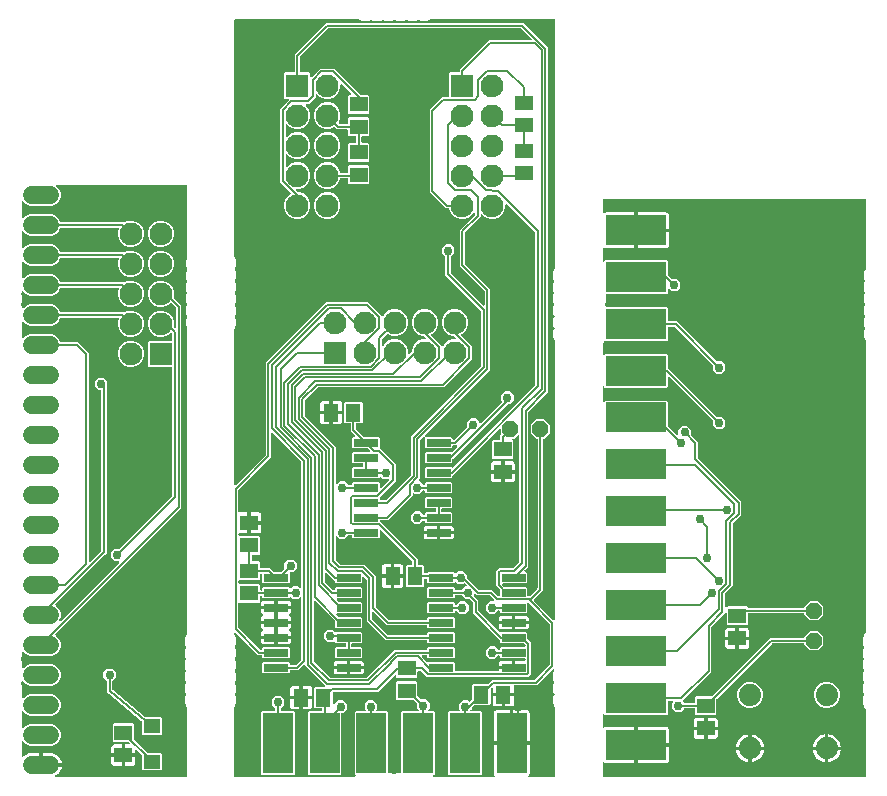
<source format=gbl>
G04 EAGLE Gerber RS-274X export*
G75*
%MOMM*%
%FSLAX34Y34*%
%LPD*%
%INBottom Copper*%
%IPPOS*%
%AMOC8*
5,1,8,0,0,1.08239X$1,22.5*%
G01*
%ADD10C,1.524000*%
%ADD11R,1.930400X1.930400*%
%ADD12C,1.930400*%
%ADD13R,1.400000X1.200000*%
%ADD14R,1.500000X1.300000*%
%ADD15R,5.080000X2.540000*%
%ADD16C,1.879600*%
%ADD17P,1.429621X8X112.500000*%
%ADD18R,1.300000X1.500000*%
%ADD19R,2.540000X5.080000*%
%ADD20R,2.032000X0.660400*%
%ADD21P,1.429621X8X202.500000*%
%ADD22C,0.152400*%
%ADD23C,0.756400*%

G36*
X774098Y60164D02*
X774098Y60164D01*
X774117Y60162D01*
X774219Y60184D01*
X774321Y60200D01*
X774338Y60210D01*
X774358Y60214D01*
X774447Y60267D01*
X774538Y60316D01*
X774552Y60330D01*
X774569Y60340D01*
X774636Y60419D01*
X774708Y60494D01*
X774716Y60512D01*
X774729Y60527D01*
X774768Y60623D01*
X774811Y60717D01*
X774813Y60737D01*
X774821Y60755D01*
X774839Y60922D01*
X774839Y117240D01*
X774825Y117331D01*
X774817Y117421D01*
X774805Y117451D01*
X774800Y117483D01*
X774757Y117564D01*
X774721Y117648D01*
X774695Y117680D01*
X774684Y117701D01*
X774661Y117723D01*
X774654Y117732D01*
X774646Y117745D01*
X774637Y117753D01*
X774616Y117779D01*
X774467Y117928D01*
X772539Y122582D01*
X772539Y127618D01*
X773447Y129809D01*
X773467Y129897D01*
X773496Y129984D01*
X773495Y130017D01*
X773503Y130048D01*
X773494Y130139D01*
X773493Y130230D01*
X773482Y130270D01*
X773480Y130293D01*
X773467Y130322D01*
X773447Y130391D01*
X772539Y132582D01*
X772539Y137618D01*
X773447Y139809D01*
X773457Y139852D01*
X773473Y139887D01*
X773478Y139929D01*
X773496Y139984D01*
X773495Y140017D01*
X773503Y140048D01*
X773497Y140106D01*
X773500Y140131D01*
X773494Y140160D01*
X773493Y140230D01*
X773482Y140270D01*
X773480Y140293D01*
X773467Y140322D01*
X773447Y140391D01*
X772539Y142582D01*
X772539Y147618D01*
X773447Y149809D01*
X773467Y149897D01*
X773496Y149984D01*
X773495Y150017D01*
X773503Y150048D01*
X773494Y150139D01*
X773493Y150230D01*
X773482Y150270D01*
X773480Y150293D01*
X773467Y150322D01*
X773447Y150391D01*
X772539Y152582D01*
X772539Y157618D01*
X773447Y159809D01*
X773467Y159897D01*
X773496Y159984D01*
X773495Y160017D01*
X773503Y160048D01*
X773494Y160139D01*
X773493Y160230D01*
X773482Y160270D01*
X773480Y160293D01*
X773467Y160322D01*
X773447Y160391D01*
X772539Y162582D01*
X772539Y167618D01*
X773447Y169809D01*
X773467Y169897D01*
X773496Y169984D01*
X773495Y170017D01*
X773503Y170048D01*
X773494Y170139D01*
X773493Y170230D01*
X773482Y170270D01*
X773480Y170293D01*
X773467Y170322D01*
X773447Y170391D01*
X772539Y172582D01*
X772539Y177618D01*
X774467Y182272D01*
X774616Y182421D01*
X774669Y182495D01*
X774729Y182565D01*
X774741Y182595D01*
X774760Y182621D01*
X774787Y182708D01*
X774821Y182793D01*
X774825Y182834D01*
X774832Y182856D01*
X774831Y182888D01*
X774839Y182960D01*
X774839Y429292D01*
X774829Y429356D01*
X774828Y429422D01*
X774805Y429502D01*
X774800Y429535D01*
X774790Y429552D01*
X774781Y429583D01*
X773539Y432582D01*
X773539Y437618D01*
X774447Y439809D01*
X774467Y439897D01*
X774496Y439984D01*
X774495Y440017D01*
X774503Y440048D01*
X774494Y440139D01*
X774493Y440230D01*
X774482Y440270D01*
X774480Y440293D01*
X774467Y440322D01*
X774447Y440391D01*
X773539Y442582D01*
X773539Y447618D01*
X774447Y449809D01*
X774467Y449897D01*
X774496Y449984D01*
X774495Y450017D01*
X774503Y450048D01*
X774494Y450139D01*
X774493Y450230D01*
X774482Y450270D01*
X774480Y450293D01*
X774467Y450322D01*
X774447Y450391D01*
X773539Y452582D01*
X773539Y457618D01*
X774447Y459809D01*
X774467Y459897D01*
X774496Y459984D01*
X774495Y460017D01*
X774503Y460048D01*
X774494Y460139D01*
X774493Y460230D01*
X774482Y460270D01*
X774480Y460293D01*
X774467Y460322D01*
X774447Y460391D01*
X773539Y462582D01*
X773539Y467618D01*
X774447Y469809D01*
X774467Y469897D01*
X774496Y469984D01*
X774495Y470017D01*
X774503Y470048D01*
X774494Y470139D01*
X774493Y470230D01*
X774482Y470270D01*
X774480Y470293D01*
X774467Y470322D01*
X774447Y470391D01*
X773539Y472582D01*
X773539Y477618D01*
X774447Y479809D01*
X774467Y479897D01*
X774496Y479984D01*
X774495Y480017D01*
X774503Y480048D01*
X774494Y480139D01*
X774493Y480230D01*
X774482Y480270D01*
X774480Y480293D01*
X774467Y480322D01*
X774447Y480391D01*
X773539Y482582D01*
X773539Y487618D01*
X774781Y490617D01*
X774796Y490681D01*
X774821Y490742D01*
X774830Y490824D01*
X774837Y490856D01*
X774836Y490876D01*
X774839Y490908D01*
X774839Y549078D01*
X774836Y549098D01*
X774838Y549117D01*
X774816Y549219D01*
X774800Y549321D01*
X774790Y549338D01*
X774786Y549358D01*
X774733Y549447D01*
X774684Y549538D01*
X774670Y549552D01*
X774660Y549569D01*
X774581Y549636D01*
X774506Y549708D01*
X774488Y549716D01*
X774473Y549729D01*
X774377Y549768D01*
X774283Y549811D01*
X774263Y549813D01*
X774245Y549821D01*
X774078Y549839D01*
X552922Y549839D01*
X552902Y549836D01*
X552883Y549838D01*
X552781Y549816D01*
X552679Y549800D01*
X552662Y549790D01*
X552642Y549786D01*
X552553Y549733D01*
X552462Y549684D01*
X552448Y549670D01*
X552431Y549660D01*
X552364Y549581D01*
X552292Y549506D01*
X552284Y549488D01*
X552271Y549473D01*
X552232Y549377D01*
X552189Y549283D01*
X552187Y549263D01*
X552179Y549245D01*
X552161Y549078D01*
X552161Y538394D01*
X552176Y538300D01*
X552185Y538205D01*
X552196Y538179D01*
X552200Y538151D01*
X552245Y538067D01*
X552283Y537980D01*
X552302Y537959D01*
X552316Y537934D01*
X552385Y537868D01*
X552449Y537798D01*
X552473Y537784D01*
X552494Y537764D01*
X552580Y537724D01*
X552664Y537678D01*
X552691Y537673D01*
X552717Y537661D01*
X552812Y537650D01*
X552905Y537633D01*
X552933Y537637D01*
X552961Y537634D01*
X553055Y537654D01*
X553149Y537667D01*
X553181Y537681D01*
X553202Y537686D01*
X553230Y537703D01*
X553303Y537735D01*
X553879Y538068D01*
X554526Y538241D01*
X578737Y538241D01*
X578737Y523762D01*
X578740Y523742D01*
X578738Y523723D01*
X578760Y523621D01*
X578777Y523519D01*
X578786Y523502D01*
X578790Y523482D01*
X578843Y523393D01*
X578892Y523302D01*
X578906Y523288D01*
X578916Y523271D01*
X578995Y523204D01*
X579070Y523133D01*
X579088Y523124D01*
X579103Y523111D01*
X579199Y523072D01*
X579293Y523029D01*
X579313Y523027D01*
X579331Y523019D01*
X579498Y523001D01*
X580261Y523001D01*
X580261Y522999D01*
X579498Y522999D01*
X579478Y522996D01*
X579459Y522998D01*
X579357Y522976D01*
X579255Y522959D01*
X579238Y522950D01*
X579218Y522946D01*
X579129Y522893D01*
X579038Y522844D01*
X579024Y522830D01*
X579007Y522820D01*
X578940Y522741D01*
X578869Y522666D01*
X578860Y522648D01*
X578847Y522633D01*
X578808Y522537D01*
X578765Y522443D01*
X578763Y522423D01*
X578755Y522405D01*
X578737Y522238D01*
X578737Y507759D01*
X554526Y507759D01*
X553879Y507932D01*
X553303Y508265D01*
X553213Y508299D01*
X553127Y508339D01*
X553099Y508342D01*
X553073Y508352D01*
X552977Y508356D01*
X552883Y508366D01*
X552855Y508360D01*
X552827Y508361D01*
X552735Y508334D01*
X552642Y508314D01*
X552618Y508300D01*
X552591Y508292D01*
X552513Y508237D01*
X552431Y508188D01*
X552413Y508166D01*
X552390Y508150D01*
X552333Y508074D01*
X552271Y508001D01*
X552261Y507975D01*
X552244Y507952D01*
X552215Y507862D01*
X552179Y507773D01*
X552175Y507738D01*
X552169Y507718D01*
X552169Y507685D01*
X552161Y507606D01*
X552161Y497395D01*
X552172Y497324D01*
X552174Y497252D01*
X552192Y497203D01*
X552200Y497152D01*
X552234Y497089D01*
X552259Y497021D01*
X552291Y496981D01*
X552316Y496935D01*
X552368Y496885D01*
X552412Y496829D01*
X552456Y496801D01*
X552494Y496765D01*
X552559Y496735D01*
X552619Y496696D01*
X552670Y496684D01*
X552717Y496662D01*
X552788Y496654D01*
X552858Y496636D01*
X552910Y496640D01*
X552961Y496635D01*
X553032Y496650D01*
X553103Y496655D01*
X553151Y496676D01*
X553202Y496687D01*
X553263Y496724D01*
X553329Y496752D01*
X553385Y496797D01*
X553413Y496813D01*
X553428Y496831D01*
X553460Y496857D01*
X554228Y497625D01*
X606292Y497625D01*
X607185Y496732D01*
X607185Y485664D01*
X607199Y485574D01*
X607207Y485483D01*
X607219Y485454D01*
X607224Y485422D01*
X607267Y485341D01*
X607303Y485257D01*
X607329Y485225D01*
X607340Y485204D01*
X607363Y485182D01*
X607408Y485126D01*
X610354Y482180D01*
X610428Y482127D01*
X610498Y482067D01*
X610528Y482055D01*
X610554Y482036D01*
X610641Y482009D01*
X610726Y481975D01*
X610767Y481971D01*
X610789Y481964D01*
X610821Y481965D01*
X610893Y481957D01*
X614848Y481957D01*
X617957Y478848D01*
X617957Y474452D01*
X614848Y471343D01*
X610452Y471343D01*
X608484Y473311D01*
X608426Y473353D01*
X608374Y473402D01*
X608327Y473424D01*
X608285Y473454D01*
X608216Y473476D01*
X608151Y473506D01*
X608099Y473511D01*
X608049Y473527D01*
X607978Y473525D01*
X607907Y473533D01*
X607856Y473522D01*
X607804Y473520D01*
X607736Y473496D01*
X607666Y473481D01*
X607621Y473454D01*
X607573Y473436D01*
X607517Y473391D01*
X607455Y473354D01*
X607421Y473315D01*
X607381Y473282D01*
X607342Y473222D01*
X607295Y473167D01*
X607276Y473119D01*
X607248Y473075D01*
X607230Y473006D01*
X607203Y472939D01*
X607195Y472868D01*
X607187Y472837D01*
X607189Y472814D01*
X607185Y472773D01*
X607185Y470068D01*
X606292Y469175D01*
X555355Y469175D01*
X555310Y469168D01*
X555264Y469170D01*
X555189Y469148D01*
X555112Y469136D01*
X555072Y469114D01*
X555028Y469101D01*
X554964Y469057D01*
X554895Y469020D01*
X554863Y468987D01*
X554826Y468961D01*
X554779Y468898D01*
X554726Y468842D01*
X554706Y468800D01*
X554679Y468764D01*
X554655Y468690D01*
X554622Y468619D01*
X554617Y468573D01*
X554603Y468530D01*
X554603Y468452D01*
X554595Y468375D01*
X554605Y468330D01*
X554605Y468284D01*
X554643Y468153D01*
X554647Y468134D01*
X554650Y468130D01*
X554652Y468123D01*
X554861Y467618D01*
X554861Y462582D01*
X553953Y460391D01*
X553933Y460303D01*
X553904Y460216D01*
X553905Y460183D01*
X553897Y460152D01*
X553906Y460061D01*
X553907Y459970D01*
X553918Y459930D01*
X553920Y459907D01*
X553933Y459878D01*
X553953Y459809D01*
X554498Y458495D01*
X554559Y458395D01*
X554619Y458295D01*
X554624Y458291D01*
X554627Y458286D01*
X554717Y458211D01*
X554806Y458135D01*
X554812Y458133D01*
X554817Y458129D01*
X554925Y458087D01*
X555034Y458043D01*
X555042Y458042D01*
X555046Y458041D01*
X555065Y458040D01*
X555201Y458025D01*
X606292Y458025D01*
X607185Y457132D01*
X607185Y446848D01*
X607186Y446839D01*
X607186Y446836D01*
X607188Y446827D01*
X607186Y446809D01*
X607208Y446707D01*
X607224Y446605D01*
X607234Y446588D01*
X607238Y446568D01*
X607291Y446479D01*
X607340Y446388D01*
X607354Y446374D01*
X607364Y446357D01*
X607443Y446290D01*
X607518Y446218D01*
X607536Y446210D01*
X607551Y446197D01*
X607647Y446158D01*
X607741Y446115D01*
X607761Y446113D01*
X607779Y446105D01*
X607946Y446087D01*
X614697Y446087D01*
X648454Y412330D01*
X648528Y412277D01*
X648598Y412217D01*
X648628Y412205D01*
X648654Y412186D01*
X648741Y412159D01*
X648826Y412125D01*
X648867Y412121D01*
X648889Y412114D01*
X648921Y412115D01*
X648993Y412107D01*
X652948Y412107D01*
X656057Y408998D01*
X656057Y404602D01*
X652948Y401493D01*
X648552Y401493D01*
X645443Y404602D01*
X645443Y408557D01*
X645429Y408648D01*
X645421Y408738D01*
X645409Y408768D01*
X645404Y408800D01*
X645361Y408881D01*
X645325Y408965D01*
X645299Y408997D01*
X645288Y409018D01*
X645265Y409040D01*
X645220Y409096D01*
X613026Y441290D01*
X612952Y441343D01*
X612882Y441403D01*
X612852Y441415D01*
X612826Y441434D01*
X612739Y441461D01*
X612654Y441495D01*
X612613Y441499D01*
X612591Y441506D01*
X612559Y441505D01*
X612487Y441513D01*
X607946Y441513D01*
X607926Y441510D01*
X607907Y441512D01*
X607805Y441490D01*
X607703Y441474D01*
X607686Y441464D01*
X607666Y441460D01*
X607577Y441407D01*
X607486Y441358D01*
X607472Y441344D01*
X607455Y441334D01*
X607388Y441255D01*
X607316Y441180D01*
X607308Y441162D01*
X607295Y441147D01*
X607256Y441051D01*
X607213Y440957D01*
X607211Y440937D01*
X607203Y440919D01*
X607185Y440752D01*
X607185Y430468D01*
X606292Y429575D01*
X554124Y429575D01*
X554009Y429556D01*
X553893Y429539D01*
X553888Y429537D01*
X553881Y429536D01*
X553779Y429481D01*
X553674Y429428D01*
X553669Y429423D01*
X553664Y429420D01*
X553584Y429336D01*
X553502Y429252D01*
X553498Y429246D01*
X553495Y429242D01*
X553487Y429225D01*
X553421Y429105D01*
X552933Y427928D01*
X552384Y427379D01*
X552331Y427305D01*
X552271Y427235D01*
X552259Y427205D01*
X552240Y427179D01*
X552213Y427092D01*
X552179Y427007D01*
X552175Y426966D01*
X552168Y426944D01*
X552169Y426912D01*
X552161Y426840D01*
X552161Y418195D01*
X552172Y418124D01*
X552174Y418052D01*
X552192Y418003D01*
X552200Y417952D01*
X552234Y417889D01*
X552259Y417821D01*
X552291Y417781D01*
X552316Y417735D01*
X552368Y417685D01*
X552412Y417629D01*
X552456Y417601D01*
X552494Y417565D01*
X552559Y417535D01*
X552619Y417496D01*
X552670Y417484D01*
X552717Y417462D01*
X552788Y417454D01*
X552858Y417436D01*
X552910Y417440D01*
X552961Y417435D01*
X553032Y417450D01*
X553103Y417455D01*
X553151Y417476D01*
X553202Y417487D01*
X553263Y417524D01*
X553329Y417552D01*
X553385Y417597D01*
X553413Y417613D01*
X553428Y417631D01*
X553460Y417657D01*
X554228Y418425D01*
X606292Y418425D01*
X607185Y417532D01*
X607185Y406924D01*
X607199Y406834D01*
X607207Y406743D01*
X607219Y406714D01*
X607224Y406682D01*
X607267Y406601D01*
X607303Y406517D01*
X607329Y406485D01*
X607340Y406464D01*
X607363Y406442D01*
X607408Y406386D01*
X608870Y404924D01*
X648454Y365340D01*
X648528Y365287D01*
X648598Y365227D01*
X648628Y365215D01*
X648654Y365196D01*
X648741Y365169D01*
X648826Y365135D01*
X648867Y365131D01*
X648889Y365124D01*
X648921Y365125D01*
X648993Y365117D01*
X652948Y365117D01*
X656057Y362008D01*
X656057Y357612D01*
X652948Y354503D01*
X648552Y354503D01*
X645443Y357612D01*
X645443Y361567D01*
X645429Y361658D01*
X645421Y361748D01*
X645409Y361778D01*
X645404Y361810D01*
X645361Y361891D01*
X645325Y361975D01*
X645299Y362007D01*
X645288Y362028D01*
X645265Y362050D01*
X645220Y362106D01*
X608484Y398842D01*
X608426Y398884D01*
X608374Y398933D01*
X608327Y398955D01*
X608285Y398985D01*
X608216Y399006D01*
X608151Y399037D01*
X608099Y399042D01*
X608049Y399058D01*
X607978Y399056D01*
X607907Y399064D01*
X607856Y399053D01*
X607804Y399051D01*
X607736Y399027D01*
X607666Y399012D01*
X607621Y398985D01*
X607573Y398967D01*
X607517Y398922D01*
X607455Y398885D01*
X607421Y398846D01*
X607381Y398813D01*
X607342Y398753D01*
X607295Y398698D01*
X607276Y398650D01*
X607248Y398606D01*
X607230Y398537D01*
X607203Y398470D01*
X607195Y398399D01*
X607187Y398368D01*
X607189Y398344D01*
X607185Y398304D01*
X607185Y390868D01*
X606292Y389975D01*
X554228Y389975D01*
X553460Y390743D01*
X553402Y390785D01*
X553350Y390835D01*
X553303Y390857D01*
X553261Y390887D01*
X553192Y390908D01*
X553127Y390938D01*
X553075Y390944D01*
X553025Y390959D01*
X552954Y390957D01*
X552883Y390965D01*
X552832Y390954D01*
X552780Y390953D01*
X552712Y390928D01*
X552642Y390913D01*
X552597Y390886D01*
X552549Y390869D01*
X552493Y390824D01*
X552431Y390787D01*
X552397Y390747D01*
X552357Y390715D01*
X552318Y390655D01*
X552271Y390600D01*
X552252Y390552D01*
X552224Y390508D01*
X552206Y390438D01*
X552179Y390372D01*
X552171Y390301D01*
X552163Y390269D01*
X552165Y390246D01*
X552161Y390205D01*
X552161Y378595D01*
X552172Y378524D01*
X552174Y378452D01*
X552192Y378403D01*
X552200Y378352D01*
X552234Y378289D01*
X552259Y378221D01*
X552291Y378181D01*
X552316Y378135D01*
X552368Y378085D01*
X552412Y378029D01*
X552456Y378001D01*
X552494Y377965D01*
X552559Y377935D01*
X552619Y377896D01*
X552670Y377884D01*
X552717Y377862D01*
X552788Y377854D01*
X552858Y377836D01*
X552910Y377840D01*
X552961Y377835D01*
X553032Y377850D01*
X553103Y377855D01*
X553151Y377876D01*
X553202Y377887D01*
X553263Y377924D01*
X553329Y377952D01*
X553385Y377997D01*
X553413Y378013D01*
X553428Y378031D01*
X553460Y378057D01*
X554228Y378825D01*
X606292Y378825D01*
X607185Y377932D01*
X607185Y357703D01*
X607199Y357613D01*
X607207Y357522D01*
X607219Y357492D01*
X607224Y357460D01*
X607267Y357380D01*
X607303Y357296D01*
X607329Y357264D01*
X607340Y357243D01*
X607363Y357221D01*
X607408Y357165D01*
X614934Y349639D01*
X614992Y349597D01*
X615044Y349547D01*
X615091Y349525D01*
X615133Y349495D01*
X615202Y349474D01*
X615267Y349444D01*
X615319Y349438D01*
X615369Y349423D01*
X615440Y349425D01*
X615511Y349417D01*
X615562Y349428D01*
X615614Y349429D01*
X615682Y349454D01*
X615752Y349469D01*
X615796Y349496D01*
X615845Y349514D01*
X615901Y349558D01*
X615963Y349595D01*
X615997Y349635D01*
X616037Y349667D01*
X616076Y349728D01*
X616123Y349782D01*
X616142Y349830D01*
X616170Y349874D01*
X616188Y349944D01*
X616215Y350010D01*
X616223Y350082D01*
X616231Y350113D01*
X616229Y350136D01*
X616233Y350177D01*
X616233Y354388D01*
X619342Y357497D01*
X623738Y357497D01*
X626847Y354388D01*
X626847Y350433D01*
X626861Y350342D01*
X626869Y350252D01*
X626881Y350222D01*
X626886Y350190D01*
X626929Y350109D01*
X626965Y350025D01*
X626991Y349993D01*
X627002Y349972D01*
X627025Y349950D01*
X627070Y349894D01*
X632717Y344247D01*
X632717Y330593D01*
X632731Y330502D01*
X632739Y330412D01*
X632751Y330382D01*
X632756Y330350D01*
X632799Y330269D01*
X632835Y330185D01*
X632861Y330153D01*
X632872Y330132D01*
X632895Y330110D01*
X632940Y330054D01*
X669547Y293447D01*
X669547Y282255D01*
X662376Y275084D01*
X662323Y275010D01*
X662263Y274940D01*
X662251Y274910D01*
X662232Y274884D01*
X662205Y274797D01*
X662171Y274712D01*
X662167Y274671D01*
X662160Y274649D01*
X662161Y274617D01*
X662153Y274545D01*
X662153Y221737D01*
X656026Y215610D01*
X655973Y215536D01*
X655913Y215466D01*
X655901Y215436D01*
X655882Y215410D01*
X655855Y215323D01*
X655821Y215238D01*
X655817Y215197D01*
X655810Y215175D01*
X655811Y215143D01*
X655803Y215071D01*
X655803Y204397D01*
X655814Y204326D01*
X655816Y204254D01*
X655834Y204205D01*
X655842Y204154D01*
X655876Y204091D01*
X655901Y204023D01*
X655933Y203983D01*
X655958Y203937D01*
X656010Y203887D01*
X656054Y203831D01*
X656098Y203803D01*
X656136Y203767D01*
X656201Y203737D01*
X656261Y203698D01*
X656312Y203686D01*
X656359Y203664D01*
X656430Y203656D01*
X656500Y203638D01*
X656552Y203642D01*
X656603Y203637D01*
X656674Y203652D01*
X656745Y203657D01*
X656793Y203678D01*
X656844Y203689D01*
X656905Y203726D01*
X656971Y203754D01*
X657027Y203799D01*
X657055Y203815D01*
X657070Y203833D01*
X657102Y203859D01*
X657858Y204615D01*
X674122Y204615D01*
X675167Y203570D01*
X675241Y203517D01*
X675310Y203457D01*
X675340Y203445D01*
X675366Y203426D01*
X675453Y203399D01*
X675538Y203365D01*
X675579Y203361D01*
X675601Y203354D01*
X675634Y203355D01*
X675705Y203347D01*
X721870Y203347D01*
X721890Y203350D01*
X721909Y203348D01*
X722011Y203370D01*
X722113Y203386D01*
X722130Y203396D01*
X722150Y203400D01*
X722239Y203453D01*
X722330Y203502D01*
X722344Y203516D01*
X722361Y203526D01*
X722428Y203605D01*
X722500Y203680D01*
X722508Y203698D01*
X722521Y203713D01*
X722560Y203809D01*
X722603Y203903D01*
X722605Y203923D01*
X722613Y203941D01*
X722631Y204108D01*
X722631Y204427D01*
X727393Y209189D01*
X734127Y209189D01*
X738889Y204427D01*
X738889Y197693D01*
X734127Y192931D01*
X727393Y192931D01*
X722631Y197693D01*
X722631Y198012D01*
X722628Y198032D01*
X722630Y198051D01*
X722608Y198153D01*
X722592Y198255D01*
X722582Y198272D01*
X722578Y198292D01*
X722525Y198381D01*
X722476Y198472D01*
X722462Y198486D01*
X722452Y198503D01*
X722373Y198570D01*
X722298Y198642D01*
X722280Y198650D01*
X722265Y198663D01*
X722169Y198702D01*
X722075Y198745D01*
X722055Y198747D01*
X722037Y198755D01*
X721870Y198773D01*
X675776Y198773D01*
X675756Y198770D01*
X675737Y198772D01*
X675635Y198750D01*
X675533Y198734D01*
X675516Y198724D01*
X675496Y198720D01*
X675407Y198667D01*
X675316Y198618D01*
X675302Y198604D01*
X675285Y198594D01*
X675218Y198515D01*
X675146Y198440D01*
X675138Y198422D01*
X675125Y198407D01*
X675086Y198311D01*
X675043Y198217D01*
X675041Y198197D01*
X675033Y198179D01*
X675015Y198012D01*
X675015Y189458D01*
X674122Y188565D01*
X657858Y188565D01*
X656965Y189458D01*
X656965Y198394D01*
X656954Y198464D01*
X656952Y198536D01*
X656934Y198585D01*
X656926Y198636D01*
X656892Y198700D01*
X656867Y198767D01*
X656835Y198808D01*
X656810Y198854D01*
X656758Y198903D01*
X656714Y198959D01*
X656670Y198987D01*
X656632Y199023D01*
X656567Y199053D01*
X656507Y199092D01*
X656456Y199105D01*
X656409Y199127D01*
X656338Y199135D01*
X656268Y199152D01*
X656216Y199148D01*
X656165Y199154D01*
X656094Y199139D01*
X656023Y199133D01*
X655975Y199113D01*
X655924Y199102D01*
X655863Y199065D01*
X655797Y199037D01*
X655741Y198992D01*
X655713Y198975D01*
X655698Y198958D01*
X655666Y198932D01*
X644370Y187636D01*
X644317Y187562D01*
X644257Y187492D01*
X644245Y187462D01*
X644226Y187436D01*
X644199Y187349D01*
X644165Y187264D01*
X644161Y187223D01*
X644154Y187201D01*
X644155Y187169D01*
X644147Y187097D01*
X644147Y149313D01*
X642584Y147750D01*
X620133Y125299D01*
X620121Y125283D01*
X620105Y125270D01*
X620049Y125183D01*
X619989Y125099D01*
X619983Y125080D01*
X619972Y125063D01*
X619947Y124963D01*
X619917Y124864D01*
X619917Y124844D01*
X619912Y124825D01*
X619920Y124722D01*
X619923Y124618D01*
X619930Y124599D01*
X619932Y124579D01*
X619972Y124485D01*
X620008Y124387D01*
X620020Y124371D01*
X620028Y124353D01*
X620133Y124222D01*
X621195Y123160D01*
X621269Y123107D01*
X621339Y123047D01*
X621369Y123035D01*
X621395Y123016D01*
X621482Y122989D01*
X621567Y122955D01*
X621608Y122951D01*
X621630Y122944D01*
X621662Y122945D01*
X621733Y122937D01*
X629534Y122937D01*
X629554Y122940D01*
X629573Y122938D01*
X629675Y122960D01*
X629777Y122976D01*
X629794Y122986D01*
X629814Y122990D01*
X629903Y123043D01*
X629994Y123092D01*
X630008Y123106D01*
X630025Y123116D01*
X630092Y123195D01*
X630164Y123270D01*
X630172Y123288D01*
X630185Y123303D01*
X630224Y123399D01*
X630267Y123493D01*
X630269Y123513D01*
X630277Y123531D01*
X630295Y123698D01*
X630295Y127522D01*
X631188Y128415D01*
X643795Y128415D01*
X643886Y128429D01*
X643976Y128437D01*
X644006Y128449D01*
X644038Y128454D01*
X644119Y128497D01*
X644203Y128533D01*
X644235Y128559D01*
X644256Y128570D01*
X644278Y128593D01*
X644334Y128638D01*
X693643Y177947D01*
X721870Y177947D01*
X721890Y177950D01*
X721909Y177948D01*
X722011Y177970D01*
X722113Y177986D01*
X722130Y177996D01*
X722150Y178000D01*
X722239Y178053D01*
X722330Y178102D01*
X722344Y178116D01*
X722361Y178126D01*
X722428Y178205D01*
X722500Y178280D01*
X722508Y178298D01*
X722521Y178313D01*
X722560Y178409D01*
X722603Y178503D01*
X722605Y178523D01*
X722613Y178541D01*
X722631Y178708D01*
X722631Y179027D01*
X727393Y183789D01*
X734127Y183789D01*
X738889Y179027D01*
X738889Y172293D01*
X734127Y167531D01*
X727393Y167531D01*
X722631Y172293D01*
X722631Y172612D01*
X722628Y172632D01*
X722630Y172651D01*
X722608Y172753D01*
X722592Y172855D01*
X722582Y172872D01*
X722578Y172892D01*
X722525Y172981D01*
X722476Y173072D01*
X722462Y173086D01*
X722452Y173103D01*
X722373Y173170D01*
X722298Y173242D01*
X722280Y173250D01*
X722265Y173263D01*
X722169Y173302D01*
X722075Y173345D01*
X722055Y173347D01*
X722037Y173355D01*
X721870Y173373D01*
X695853Y173373D01*
X695762Y173359D01*
X695672Y173351D01*
X695642Y173339D01*
X695610Y173334D01*
X695529Y173291D01*
X695445Y173255D01*
X695413Y173229D01*
X695392Y173218D01*
X695370Y173195D01*
X695314Y173150D01*
X648568Y126404D01*
X648515Y126330D01*
X648455Y126260D01*
X648443Y126230D01*
X648424Y126204D01*
X648397Y126117D01*
X648363Y126032D01*
X648359Y125991D01*
X648352Y125969D01*
X648353Y125937D01*
X648345Y125865D01*
X648345Y113258D01*
X647452Y112365D01*
X631188Y112365D01*
X630295Y113258D01*
X630295Y117602D01*
X630292Y117622D01*
X630294Y117641D01*
X630272Y117743D01*
X630256Y117845D01*
X630246Y117862D01*
X630242Y117882D01*
X630189Y117971D01*
X630140Y118062D01*
X630126Y118076D01*
X630116Y118093D01*
X630037Y118160D01*
X629962Y118232D01*
X629944Y118240D01*
X629929Y118253D01*
X629833Y118292D01*
X629739Y118335D01*
X629719Y118337D01*
X629701Y118345D01*
X629534Y118363D01*
X621733Y118363D01*
X621643Y118349D01*
X621552Y118341D01*
X621523Y118329D01*
X621491Y118324D01*
X621410Y118281D01*
X621326Y118245D01*
X621294Y118219D01*
X621273Y118208D01*
X621251Y118185D01*
X621195Y118140D01*
X618398Y115343D01*
X614002Y115343D01*
X610893Y118452D01*
X610893Y122848D01*
X611459Y123414D01*
X611501Y123472D01*
X611550Y123524D01*
X611572Y123571D01*
X611602Y123613D01*
X611624Y123682D01*
X611654Y123747D01*
X611659Y123799D01*
X611675Y123849D01*
X611673Y123920D01*
X611681Y123991D01*
X611670Y124042D01*
X611668Y124094D01*
X611644Y124162D01*
X611629Y124232D01*
X611602Y124277D01*
X611584Y124325D01*
X611539Y124381D01*
X611502Y124443D01*
X611463Y124477D01*
X611430Y124517D01*
X611370Y124556D01*
X611315Y124603D01*
X611267Y124622D01*
X611223Y124650D01*
X611154Y124668D01*
X611087Y124695D01*
X611016Y124703D01*
X610985Y124711D01*
X610962Y124709D01*
X610921Y124713D01*
X607946Y124713D01*
X607926Y124710D01*
X607907Y124712D01*
X607805Y124690D01*
X607703Y124674D01*
X607686Y124664D01*
X607666Y124660D01*
X607577Y124607D01*
X607486Y124558D01*
X607472Y124544D01*
X607455Y124534D01*
X607388Y124455D01*
X607316Y124380D01*
X607308Y124362D01*
X607295Y124347D01*
X607256Y124251D01*
X607213Y124157D01*
X607211Y124137D01*
X607203Y124119D01*
X607185Y123952D01*
X607185Y113668D01*
X606292Y112775D01*
X554228Y112775D01*
X553460Y113543D01*
X553402Y113585D01*
X553350Y113635D01*
X553303Y113657D01*
X553261Y113687D01*
X553192Y113708D01*
X553127Y113738D01*
X553075Y113744D01*
X553025Y113759D01*
X552954Y113757D01*
X552883Y113765D01*
X552832Y113754D01*
X552780Y113753D01*
X552712Y113728D01*
X552642Y113713D01*
X552597Y113686D01*
X552549Y113669D01*
X552493Y113624D01*
X552431Y113587D01*
X552397Y113547D01*
X552357Y113515D01*
X552318Y113455D01*
X552271Y113400D01*
X552252Y113352D01*
X552224Y113308D01*
X552206Y113238D01*
X552179Y113172D01*
X552171Y113101D01*
X552163Y113069D01*
X552165Y113046D01*
X552161Y113005D01*
X552161Y102794D01*
X552176Y102700D01*
X552185Y102605D01*
X552196Y102579D01*
X552200Y102551D01*
X552245Y102467D01*
X552283Y102380D01*
X552302Y102359D01*
X552316Y102334D01*
X552385Y102268D01*
X552449Y102198D01*
X552473Y102184D01*
X552494Y102164D01*
X552580Y102124D01*
X552664Y102078D01*
X552691Y102073D01*
X552717Y102061D01*
X552812Y102050D01*
X552905Y102033D01*
X552933Y102037D01*
X552961Y102034D01*
X553055Y102054D01*
X553149Y102067D01*
X553181Y102081D01*
X553202Y102086D01*
X553230Y102103D01*
X553303Y102135D01*
X553879Y102468D01*
X554526Y102641D01*
X578737Y102641D01*
X578737Y88162D01*
X578740Y88142D01*
X578738Y88123D01*
X578760Y88021D01*
X578777Y87919D01*
X578786Y87902D01*
X578790Y87882D01*
X578843Y87793D01*
X578892Y87702D01*
X578906Y87688D01*
X578916Y87671D01*
X578995Y87604D01*
X579070Y87533D01*
X579088Y87524D01*
X579103Y87511D01*
X579199Y87472D01*
X579293Y87429D01*
X579313Y87427D01*
X579331Y87419D01*
X579498Y87401D01*
X580261Y87401D01*
X580261Y87399D01*
X579498Y87399D01*
X579478Y87396D01*
X579459Y87398D01*
X579357Y87376D01*
X579255Y87359D01*
X579238Y87350D01*
X579218Y87346D01*
X579129Y87293D01*
X579038Y87244D01*
X579024Y87230D01*
X579007Y87220D01*
X578940Y87141D01*
X578869Y87066D01*
X578860Y87048D01*
X578847Y87033D01*
X578808Y86937D01*
X578765Y86843D01*
X578763Y86823D01*
X578755Y86805D01*
X578737Y86638D01*
X578737Y72159D01*
X554526Y72159D01*
X553879Y72332D01*
X553303Y72665D01*
X553213Y72699D01*
X553127Y72739D01*
X553099Y72742D01*
X553073Y72752D01*
X552977Y72756D01*
X552883Y72766D01*
X552855Y72760D01*
X552827Y72761D01*
X552735Y72734D01*
X552642Y72714D01*
X552618Y72700D01*
X552591Y72692D01*
X552513Y72637D01*
X552431Y72588D01*
X552413Y72566D01*
X552390Y72550D01*
X552333Y72474D01*
X552271Y72401D01*
X552261Y72375D01*
X552244Y72352D01*
X552215Y72262D01*
X552179Y72173D01*
X552175Y72138D01*
X552169Y72118D01*
X552169Y72085D01*
X552161Y72006D01*
X552161Y60922D01*
X552164Y60902D01*
X552162Y60883D01*
X552184Y60781D01*
X552200Y60679D01*
X552210Y60662D01*
X552214Y60642D01*
X552267Y60553D01*
X552316Y60462D01*
X552330Y60448D01*
X552340Y60431D01*
X552419Y60364D01*
X552494Y60292D01*
X552512Y60284D01*
X552527Y60271D01*
X552623Y60232D01*
X552717Y60189D01*
X552737Y60187D01*
X552755Y60179D01*
X552922Y60161D01*
X774078Y60161D01*
X774098Y60164D01*
G37*
G36*
X511168Y192883D02*
X511168Y192883D01*
X511220Y192885D01*
X511288Y192909D01*
X511358Y192924D01*
X511403Y192951D01*
X511451Y192969D01*
X511507Y193014D01*
X511569Y193051D01*
X511603Y193090D01*
X511643Y193123D01*
X511682Y193183D01*
X511729Y193238D01*
X511748Y193286D01*
X511776Y193330D01*
X511794Y193399D01*
X511821Y193466D01*
X511829Y193537D01*
X511837Y193568D01*
X511835Y193592D01*
X511839Y193632D01*
X511839Y428709D01*
X511829Y428774D01*
X511828Y428839D01*
X511805Y428919D01*
X511800Y428952D01*
X511790Y428969D01*
X511781Y429000D01*
X510339Y432482D01*
X510339Y437518D01*
X511247Y439709D01*
X511267Y439797D01*
X511296Y439884D01*
X511295Y439917D01*
X511303Y439948D01*
X511294Y440039D01*
X511293Y440130D01*
X511282Y440170D01*
X511280Y440193D01*
X511267Y440222D01*
X511247Y440291D01*
X510339Y442482D01*
X510339Y447518D01*
X511247Y449709D01*
X511267Y449797D01*
X511296Y449884D01*
X511295Y449917D01*
X511303Y449948D01*
X511294Y450039D01*
X511293Y450130D01*
X511282Y450170D01*
X511280Y450193D01*
X511267Y450222D01*
X511247Y450291D01*
X510339Y452482D01*
X510339Y457518D01*
X511247Y459709D01*
X511267Y459797D01*
X511296Y459884D01*
X511295Y459917D01*
X511303Y459948D01*
X511294Y460039D01*
X511293Y460130D01*
X511282Y460170D01*
X511280Y460193D01*
X511267Y460222D01*
X511247Y460291D01*
X510339Y462482D01*
X510339Y467518D01*
X511247Y469709D01*
X511267Y469797D01*
X511296Y469884D01*
X511295Y469917D01*
X511303Y469948D01*
X511294Y470039D01*
X511293Y470130D01*
X511282Y470170D01*
X511280Y470193D01*
X511267Y470222D01*
X511247Y470291D01*
X510339Y472482D01*
X510339Y477518D01*
X511247Y479709D01*
X511267Y479797D01*
X511296Y479884D01*
X511295Y479917D01*
X511303Y479948D01*
X511294Y480039D01*
X511293Y480130D01*
X511282Y480170D01*
X511280Y480193D01*
X511267Y480222D01*
X511247Y480291D01*
X510339Y482482D01*
X510339Y487518D01*
X511781Y491000D01*
X511796Y491064D01*
X511821Y491124D01*
X511830Y491207D01*
X511837Y491239D01*
X511836Y491259D01*
X511839Y491291D01*
X511839Y701078D01*
X511836Y701098D01*
X511838Y701117D01*
X511816Y701219D01*
X511800Y701321D01*
X511790Y701338D01*
X511786Y701358D01*
X511733Y701447D01*
X511684Y701538D01*
X511670Y701552D01*
X511660Y701569D01*
X511581Y701636D01*
X511506Y701708D01*
X511488Y701716D01*
X511473Y701729D01*
X511377Y701768D01*
X511283Y701811D01*
X511263Y701813D01*
X511245Y701821D01*
X511078Y701839D01*
X407291Y701839D01*
X407226Y701829D01*
X407161Y701828D01*
X407081Y701805D01*
X407048Y701800D01*
X407031Y701790D01*
X407000Y701781D01*
X403518Y700339D01*
X398482Y700339D01*
X396291Y701247D01*
X396203Y701267D01*
X396116Y701296D01*
X396083Y701295D01*
X396052Y701303D01*
X395961Y701294D01*
X395870Y701293D01*
X395830Y701282D01*
X395807Y701280D01*
X395778Y701267D01*
X395709Y701247D01*
X393518Y700339D01*
X388482Y700339D01*
X386291Y701247D01*
X386203Y701267D01*
X386116Y701296D01*
X386083Y701295D01*
X386052Y701303D01*
X385961Y701294D01*
X385870Y701293D01*
X385830Y701282D01*
X385807Y701280D01*
X385778Y701267D01*
X385709Y701247D01*
X383518Y700339D01*
X378482Y700339D01*
X376291Y701247D01*
X376203Y701267D01*
X376116Y701296D01*
X376083Y701295D01*
X376052Y701303D01*
X375961Y701294D01*
X375870Y701293D01*
X375830Y701282D01*
X375807Y701280D01*
X375778Y701267D01*
X375709Y701247D01*
X373518Y700339D01*
X368482Y700339D01*
X366291Y701247D01*
X366203Y701267D01*
X366116Y701296D01*
X366083Y701295D01*
X366052Y701303D01*
X365961Y701294D01*
X365870Y701293D01*
X365830Y701282D01*
X365807Y701280D01*
X365778Y701267D01*
X365709Y701247D01*
X363518Y700339D01*
X358482Y700339D01*
X356291Y701247D01*
X356203Y701267D01*
X356116Y701296D01*
X356083Y701295D01*
X356052Y701303D01*
X355961Y701294D01*
X355870Y701293D01*
X355830Y701282D01*
X355807Y701280D01*
X355778Y701267D01*
X355709Y701247D01*
X353518Y700339D01*
X348482Y700339D01*
X345000Y701781D01*
X344936Y701796D01*
X344876Y701821D01*
X344793Y701830D01*
X344761Y701837D01*
X344741Y701836D01*
X344709Y701839D01*
X240922Y701839D01*
X240902Y701836D01*
X240883Y701838D01*
X240781Y701816D01*
X240679Y701800D01*
X240662Y701790D01*
X240642Y701786D01*
X240553Y701733D01*
X240462Y701684D01*
X240448Y701670D01*
X240431Y701660D01*
X240364Y701581D01*
X240292Y701506D01*
X240284Y701488D01*
X240271Y701473D01*
X240232Y701377D01*
X240189Y701283D01*
X240187Y701263D01*
X240179Y701245D01*
X240161Y701078D01*
X240161Y501291D01*
X240171Y501226D01*
X240172Y501161D01*
X240195Y501081D01*
X240200Y501048D01*
X240210Y501031D01*
X240219Y501000D01*
X241661Y497518D01*
X241661Y492482D01*
X240753Y490291D01*
X240733Y490203D01*
X240704Y490116D01*
X240705Y490083D01*
X240697Y490052D01*
X240706Y489961D01*
X240707Y489870D01*
X240718Y489830D01*
X240720Y489807D01*
X240733Y489778D01*
X240753Y489709D01*
X241661Y487518D01*
X241661Y482482D01*
X240753Y480291D01*
X240733Y480203D01*
X240704Y480116D01*
X240705Y480083D01*
X240697Y480052D01*
X240706Y479961D01*
X240707Y479870D01*
X240718Y479830D01*
X240720Y479807D01*
X240733Y479778D01*
X240753Y479709D01*
X241661Y477518D01*
X241661Y472482D01*
X240753Y470291D01*
X240733Y470203D01*
X240704Y470116D01*
X240705Y470083D01*
X240697Y470052D01*
X240706Y469961D01*
X240707Y469870D01*
X240718Y469830D01*
X240720Y469807D01*
X240733Y469778D01*
X240753Y469709D01*
X241661Y467518D01*
X241661Y462482D01*
X240753Y460291D01*
X240733Y460203D01*
X240704Y460116D01*
X240705Y460083D01*
X240697Y460052D01*
X240706Y459961D01*
X240707Y459870D01*
X240718Y459830D01*
X240720Y459807D01*
X240733Y459778D01*
X240753Y459709D01*
X241661Y457518D01*
X241661Y452482D01*
X240753Y450291D01*
X240733Y450203D01*
X240704Y450116D01*
X240705Y450083D01*
X240697Y450052D01*
X240706Y449961D01*
X240707Y449870D01*
X240718Y449830D01*
X240720Y449807D01*
X240733Y449778D01*
X240753Y449709D01*
X241661Y447518D01*
X241661Y442482D01*
X240219Y439000D01*
X240204Y438936D01*
X240179Y438876D01*
X240170Y438793D01*
X240163Y438761D01*
X240164Y438741D01*
X240161Y438709D01*
X240161Y307832D01*
X240172Y307762D01*
X240174Y307690D01*
X240192Y307641D01*
X240200Y307590D01*
X240234Y307526D01*
X240259Y307459D01*
X240291Y307418D01*
X240316Y307372D01*
X240368Y307323D01*
X240412Y307267D01*
X240456Y307239D01*
X240494Y307203D01*
X240559Y307173D01*
X240619Y307134D01*
X240670Y307121D01*
X240717Y307099D01*
X240788Y307091D01*
X240858Y307074D01*
X240910Y307078D01*
X240961Y307072D01*
X241032Y307087D01*
X241103Y307093D01*
X241151Y307113D01*
X241202Y307124D01*
X241263Y307161D01*
X241329Y307189D01*
X241385Y307234D01*
X241413Y307251D01*
X241428Y307268D01*
X241460Y307294D01*
X266608Y332442D01*
X266661Y332516D01*
X266721Y332586D01*
X266733Y332616D01*
X266752Y332642D01*
X266779Y332729D01*
X266813Y332814D01*
X266817Y332855D01*
X266824Y332877D01*
X266823Y332909D01*
X266831Y332981D01*
X266831Y411136D01*
X317968Y462273D01*
X353494Y462273D01*
X364899Y450868D01*
X364900Y450861D01*
X364910Y450837D01*
X364914Y450811D01*
X364960Y450725D01*
X365000Y450636D01*
X365017Y450617D01*
X365030Y450594D01*
X365100Y450527D01*
X365166Y450455D01*
X365189Y450442D01*
X365208Y450424D01*
X365296Y450383D01*
X365382Y450336D01*
X365407Y450332D01*
X365431Y450321D01*
X365528Y450310D01*
X365624Y450293D01*
X365650Y450296D01*
X365675Y450294D01*
X365770Y450314D01*
X365867Y450328D01*
X365890Y450340D01*
X365916Y450346D01*
X365999Y450396D01*
X366086Y450440D01*
X366105Y450459D01*
X366127Y450472D01*
X366190Y450546D01*
X366258Y450616D01*
X366274Y450644D01*
X366287Y450659D01*
X366299Y450690D01*
X366339Y450762D01*
X366575Y451331D01*
X369719Y454475D01*
X373827Y456177D01*
X378273Y456177D01*
X382381Y454475D01*
X385525Y451331D01*
X387227Y447223D01*
X387227Y442777D01*
X385525Y438669D01*
X382381Y435525D01*
X378273Y433823D01*
X373827Y433823D01*
X370252Y435304D01*
X370139Y435330D01*
X370025Y435359D01*
X370019Y435359D01*
X370013Y435360D01*
X369896Y435349D01*
X369780Y435340D01*
X369774Y435338D01*
X369768Y435337D01*
X369660Y435289D01*
X369554Y435244D01*
X369548Y435239D01*
X369543Y435237D01*
X369530Y435224D01*
X369423Y435139D01*
X365098Y430814D01*
X365045Y430740D01*
X364985Y430670D01*
X364973Y430640D01*
X364954Y430614D01*
X364927Y430527D01*
X364893Y430442D01*
X364889Y430401D01*
X364882Y430379D01*
X364883Y430347D01*
X364875Y430275D01*
X364875Y425654D01*
X364890Y425558D01*
X364900Y425461D01*
X364910Y425437D01*
X364914Y425411D01*
X364960Y425325D01*
X365000Y425236D01*
X365017Y425217D01*
X365030Y425194D01*
X365100Y425127D01*
X365166Y425055D01*
X365189Y425042D01*
X365208Y425024D01*
X365296Y424983D01*
X365382Y424936D01*
X365407Y424932D01*
X365431Y424921D01*
X365528Y424910D01*
X365624Y424893D01*
X365650Y424896D01*
X365675Y424894D01*
X365770Y424914D01*
X365867Y424928D01*
X365890Y424940D01*
X365916Y424946D01*
X365999Y424996D01*
X366086Y425040D01*
X366105Y425059D01*
X366127Y425072D01*
X366190Y425146D01*
X366258Y425216D01*
X366274Y425244D01*
X366287Y425259D01*
X366299Y425290D01*
X366339Y425362D01*
X366575Y425931D01*
X369719Y429075D01*
X373827Y430777D01*
X378273Y430777D01*
X382381Y429075D01*
X385525Y425931D01*
X387227Y421823D01*
X387227Y418966D01*
X387238Y418895D01*
X387240Y418823D01*
X387258Y418774D01*
X387266Y418723D01*
X387300Y418659D01*
X387325Y418592D01*
X387357Y418551D01*
X387382Y418505D01*
X387434Y418456D01*
X387478Y418400D01*
X387522Y418372D01*
X387560Y418336D01*
X387625Y418306D01*
X387685Y418267D01*
X387736Y418254D01*
X387783Y418232D01*
X387854Y418224D01*
X387924Y418207D01*
X387976Y418211D01*
X388027Y418205D01*
X388098Y418221D01*
X388169Y418226D01*
X388217Y418246D01*
X388268Y418258D01*
X388329Y418294D01*
X388395Y418322D01*
X388451Y418367D01*
X388479Y418384D01*
X388494Y418402D01*
X388526Y418427D01*
X390050Y419951D01*
X390103Y420025D01*
X390163Y420095D01*
X390175Y420125D01*
X390194Y420151D01*
X390221Y420238D01*
X390255Y420323D01*
X390259Y420364D01*
X390266Y420386D01*
X390265Y420418D01*
X390273Y420490D01*
X390273Y421823D01*
X391975Y425931D01*
X395119Y429075D01*
X399227Y430777D01*
X402084Y430777D01*
X402155Y430788D01*
X402227Y430790D01*
X402276Y430808D01*
X402327Y430816D01*
X402391Y430850D01*
X402458Y430875D01*
X402499Y430907D01*
X402545Y430932D01*
X402594Y430983D01*
X402650Y431028D01*
X402678Y431072D01*
X402714Y431110D01*
X402744Y431175D01*
X402783Y431235D01*
X402796Y431286D01*
X402818Y431333D01*
X402826Y431404D01*
X402843Y431474D01*
X402839Y431526D01*
X402845Y431577D01*
X402829Y431648D01*
X402824Y431719D01*
X402804Y431767D01*
X402792Y431818D01*
X402756Y431879D01*
X402728Y431945D01*
X402683Y432001D01*
X402666Y432029D01*
X402648Y432044D01*
X402623Y432076D01*
X401099Y433600D01*
X401025Y433653D01*
X400955Y433713D01*
X400925Y433725D01*
X400899Y433744D01*
X400812Y433771D01*
X400727Y433805D01*
X400686Y433809D01*
X400664Y433816D01*
X400632Y433815D01*
X400560Y433823D01*
X399227Y433823D01*
X395119Y435525D01*
X391975Y438669D01*
X390273Y442777D01*
X390273Y447223D01*
X391975Y451331D01*
X395119Y454475D01*
X399227Y456177D01*
X403673Y456177D01*
X407781Y454475D01*
X410925Y451331D01*
X412627Y447223D01*
X412627Y442777D01*
X410925Y438669D01*
X407781Y435525D01*
X407321Y435334D01*
X407282Y435310D01*
X407239Y435294D01*
X407178Y435246D01*
X407112Y435205D01*
X407083Y435169D01*
X407047Y435141D01*
X407005Y435075D01*
X406955Y435015D01*
X406939Y434972D01*
X406914Y434934D01*
X406895Y434858D01*
X406867Y434786D01*
X406865Y434740D01*
X406854Y434695D01*
X406860Y434618D01*
X406857Y434540D01*
X406869Y434496D01*
X406873Y434450D01*
X406903Y434378D01*
X406925Y434304D01*
X406951Y434266D01*
X406969Y434224D01*
X407055Y434117D01*
X407065Y434102D01*
X407069Y434099D01*
X407074Y434093D01*
X415699Y425468D01*
X415700Y425461D01*
X415710Y425437D01*
X415714Y425411D01*
X415760Y425325D01*
X415800Y425236D01*
X415817Y425217D01*
X415830Y425194D01*
X415900Y425127D01*
X415966Y425055D01*
X415989Y425042D01*
X416008Y425024D01*
X416096Y424983D01*
X416182Y424936D01*
X416207Y424932D01*
X416231Y424921D01*
X416328Y424910D01*
X416424Y424893D01*
X416450Y424896D01*
X416475Y424894D01*
X416570Y424914D01*
X416667Y424928D01*
X416690Y424940D01*
X416716Y424946D01*
X416799Y424996D01*
X416886Y425040D01*
X416905Y425059D01*
X416927Y425072D01*
X416990Y425146D01*
X417058Y425216D01*
X417074Y425244D01*
X417087Y425259D01*
X417099Y425290D01*
X417139Y425362D01*
X417375Y425931D01*
X420519Y429075D01*
X424627Y430777D01*
X427484Y430777D01*
X427555Y430788D01*
X427627Y430790D01*
X427676Y430808D01*
X427727Y430816D01*
X427791Y430850D01*
X427858Y430875D01*
X427899Y430907D01*
X427945Y430932D01*
X427994Y430983D01*
X428050Y431028D01*
X428078Y431072D01*
X428114Y431110D01*
X428144Y431175D01*
X428183Y431235D01*
X428196Y431286D01*
X428218Y431333D01*
X428226Y431404D01*
X428243Y431474D01*
X428239Y431526D01*
X428245Y431577D01*
X428229Y431648D01*
X428224Y431719D01*
X428204Y431767D01*
X428192Y431818D01*
X428156Y431879D01*
X428128Y431945D01*
X428083Y432001D01*
X428066Y432029D01*
X428048Y432044D01*
X428023Y432076D01*
X426499Y433600D01*
X426425Y433653D01*
X426355Y433713D01*
X426325Y433725D01*
X426299Y433744D01*
X426212Y433771D01*
X426127Y433805D01*
X426086Y433809D01*
X426064Y433816D01*
X426032Y433815D01*
X425960Y433823D01*
X424627Y433823D01*
X420519Y435525D01*
X417375Y438669D01*
X415673Y442777D01*
X415673Y447223D01*
X417375Y451331D01*
X420519Y454475D01*
X424627Y456177D01*
X429073Y456177D01*
X433181Y454475D01*
X436325Y451331D01*
X438027Y447223D01*
X438027Y442777D01*
X436325Y438669D01*
X433181Y435525D01*
X432721Y435334D01*
X432682Y435310D01*
X432639Y435294D01*
X432578Y435246D01*
X432512Y435205D01*
X432483Y435169D01*
X432447Y435141D01*
X432405Y435075D01*
X432355Y435015D01*
X432339Y434972D01*
X432314Y434934D01*
X432295Y434858D01*
X432267Y434786D01*
X432265Y434740D01*
X432254Y434695D01*
X432260Y434618D01*
X432257Y434540D01*
X432269Y434496D01*
X432273Y434450D01*
X432303Y434378D01*
X432325Y434304D01*
X432351Y434266D01*
X432369Y434224D01*
X432455Y434117D01*
X432465Y434102D01*
X432469Y434099D01*
X432474Y434093D01*
X441075Y425492D01*
X441075Y413708D01*
X417502Y390135D01*
X311265Y390135D01*
X311175Y390121D01*
X311084Y390113D01*
X311054Y390101D01*
X311022Y390096D01*
X310942Y390053D01*
X310858Y390017D01*
X310826Y389991D01*
X310805Y389980D01*
X310783Y389957D01*
X310727Y389912D01*
X300328Y379513D01*
X300275Y379439D01*
X300215Y379370D01*
X300203Y379340D01*
X300184Y379313D01*
X300157Y379227D01*
X300123Y379142D01*
X300119Y379101D01*
X300112Y379078D01*
X300113Y379046D01*
X300105Y378975D01*
X300105Y365976D01*
X300119Y365886D01*
X300127Y365795D01*
X300139Y365765D01*
X300144Y365733D01*
X300187Y365653D01*
X300223Y365569D01*
X300249Y365537D01*
X300260Y365516D01*
X300283Y365494D01*
X300328Y365438D01*
X326013Y339753D01*
X326013Y309055D01*
X326024Y308985D01*
X326026Y308913D01*
X326044Y308864D01*
X326052Y308813D01*
X326086Y308749D01*
X326111Y308682D01*
X326143Y308641D01*
X326168Y308595D01*
X326220Y308546D01*
X326264Y308490D01*
X326308Y308462D01*
X326346Y308426D01*
X326411Y308396D01*
X326471Y308357D01*
X326522Y308344D01*
X326569Y308322D01*
X326640Y308314D01*
X326710Y308297D01*
X326762Y308301D01*
X326813Y308295D01*
X326884Y308310D01*
X326955Y308316D01*
X327003Y308336D01*
X327054Y308347D01*
X327115Y308384D01*
X327181Y308412D01*
X327237Y308457D01*
X327265Y308474D01*
X327280Y308491D01*
X327312Y308517D01*
X329402Y310607D01*
X333798Y310607D01*
X336595Y307810D01*
X336669Y307757D01*
X336739Y307697D01*
X336769Y307685D01*
X336795Y307666D01*
X336882Y307639D01*
X336967Y307605D01*
X337008Y307601D01*
X337030Y307594D01*
X337062Y307595D01*
X337133Y307587D01*
X339220Y307587D01*
X339240Y307590D01*
X339259Y307588D01*
X339361Y307610D01*
X339463Y307626D01*
X339480Y307636D01*
X339500Y307640D01*
X339589Y307693D01*
X339680Y307742D01*
X339694Y307756D01*
X339711Y307766D01*
X339778Y307845D01*
X339850Y307920D01*
X339858Y307938D01*
X339871Y307953D01*
X339910Y308049D01*
X339953Y308143D01*
X339955Y308163D01*
X339963Y308181D01*
X339981Y308348D01*
X339981Y309234D01*
X340874Y310127D01*
X362458Y310127D01*
X363351Y309234D01*
X363351Y305362D01*
X363362Y305291D01*
X363364Y305219D01*
X363382Y305170D01*
X363390Y305119D01*
X363424Y305056D01*
X363449Y304988D01*
X363481Y304947D01*
X363506Y304901D01*
X363557Y304852D01*
X363602Y304796D01*
X363646Y304768D01*
X363684Y304732D01*
X363749Y304702D01*
X363809Y304663D01*
X363860Y304650D01*
X363907Y304628D01*
X363978Y304621D01*
X364048Y304603D01*
X364100Y304607D01*
X364151Y304601D01*
X364222Y304617D01*
X364293Y304622D01*
X364341Y304643D01*
X364392Y304654D01*
X364453Y304690D01*
X364519Y304718D01*
X364575Y304763D01*
X364603Y304780D01*
X364618Y304798D01*
X364650Y304823D01*
X371221Y311394D01*
X371263Y311452D01*
X371312Y311504D01*
X371334Y311551D01*
X371364Y311593D01*
X371385Y311662D01*
X371416Y311727D01*
X371421Y311779D01*
X371437Y311829D01*
X371435Y311900D01*
X371443Y311971D01*
X371432Y312022D01*
X371430Y312074D01*
X371406Y312142D01*
X371390Y312212D01*
X371364Y312256D01*
X371346Y312305D01*
X371301Y312361D01*
X371264Y312423D01*
X371225Y312457D01*
X371192Y312497D01*
X371132Y312536D01*
X371077Y312583D01*
X371029Y312602D01*
X370985Y312630D01*
X370916Y312648D01*
X370849Y312675D01*
X370778Y312683D01*
X370747Y312691D01*
X370723Y312689D01*
X370682Y312693D01*
X366232Y312693D01*
X364643Y314282D01*
X364627Y314294D01*
X364614Y314309D01*
X364527Y314365D01*
X364443Y314426D01*
X364424Y314432D01*
X364407Y314442D01*
X364307Y314468D01*
X364208Y314498D01*
X364188Y314498D01*
X364169Y314502D01*
X364066Y314494D01*
X363962Y314492D01*
X363944Y314485D01*
X363924Y314483D01*
X363829Y314443D01*
X363731Y314407D01*
X363716Y314395D01*
X363697Y314387D01*
X363566Y314282D01*
X362458Y313173D01*
X340874Y313173D01*
X339981Y314066D01*
X339981Y321934D01*
X340874Y322827D01*
X348618Y322827D01*
X348638Y322830D01*
X348657Y322828D01*
X348759Y322850D01*
X348861Y322866D01*
X348878Y322876D01*
X348898Y322880D01*
X348987Y322933D01*
X349078Y322982D01*
X349092Y322996D01*
X349109Y323006D01*
X349176Y323085D01*
X349248Y323160D01*
X349256Y323178D01*
X349269Y323193D01*
X349308Y323289D01*
X349351Y323383D01*
X349353Y323403D01*
X349361Y323421D01*
X349379Y323588D01*
X349379Y325112D01*
X349376Y325132D01*
X349378Y325151D01*
X349356Y325253D01*
X349340Y325355D01*
X349330Y325372D01*
X349326Y325392D01*
X349273Y325481D01*
X349224Y325572D01*
X349210Y325586D01*
X349200Y325603D01*
X349121Y325670D01*
X349046Y325742D01*
X349028Y325750D01*
X349013Y325763D01*
X348917Y325802D01*
X348823Y325845D01*
X348803Y325847D01*
X348785Y325855D01*
X348618Y325873D01*
X340874Y325873D01*
X339981Y326766D01*
X339981Y334634D01*
X340874Y335527D01*
X354468Y335527D01*
X354538Y335538D01*
X354610Y335540D01*
X354659Y335558D01*
X354710Y335566D01*
X354774Y335600D01*
X354841Y335625D01*
X354882Y335657D01*
X354928Y335682D01*
X354977Y335734D01*
X355033Y335778D01*
X355061Y335822D01*
X355097Y335860D01*
X355127Y335925D01*
X355166Y335985D01*
X355179Y336036D01*
X355201Y336083D01*
X355209Y336154D01*
X355226Y336224D01*
X355222Y336276D01*
X355228Y336327D01*
X355213Y336398D01*
X355207Y336469D01*
X355187Y336517D01*
X355176Y336568D01*
X355139Y336629D01*
X355111Y336695D01*
X355066Y336751D01*
X355049Y336779D01*
X355032Y336794D01*
X355006Y336826D01*
X353482Y338350D01*
X353408Y338403D01*
X353338Y338463D01*
X353308Y338475D01*
X353282Y338494D01*
X353195Y338521D01*
X353110Y338555D01*
X353069Y338559D01*
X353047Y338566D01*
X353015Y338565D01*
X352943Y338573D01*
X340874Y338573D01*
X339981Y339466D01*
X339981Y347334D01*
X340874Y348227D01*
X341768Y348227D01*
X341838Y348238D01*
X341910Y348240D01*
X341959Y348258D01*
X342010Y348266D01*
X342074Y348300D01*
X342141Y348325D01*
X342182Y348357D01*
X342228Y348382D01*
X342277Y348434D01*
X342333Y348478D01*
X342361Y348522D01*
X342397Y348560D01*
X342427Y348625D01*
X342466Y348685D01*
X342479Y348736D01*
X342501Y348783D01*
X342509Y348854D01*
X342526Y348924D01*
X342522Y348976D01*
X342528Y349027D01*
X342513Y349098D01*
X342507Y349169D01*
X342487Y349217D01*
X342476Y349268D01*
X342439Y349329D01*
X342411Y349395D01*
X342366Y349451D01*
X342349Y349479D01*
X342332Y349494D01*
X342306Y349526D01*
X338813Y353019D01*
X338813Y359014D01*
X338810Y359034D01*
X338812Y359053D01*
X338790Y359155D01*
X338774Y359257D01*
X338764Y359274D01*
X338760Y359294D01*
X338707Y359383D01*
X338658Y359474D01*
X338644Y359488D01*
X338634Y359505D01*
X338555Y359572D01*
X338480Y359644D01*
X338462Y359652D01*
X338447Y359665D01*
X338351Y359704D01*
X338257Y359747D01*
X338237Y359749D01*
X338219Y359757D01*
X338052Y359775D01*
X333968Y359775D01*
X333075Y360668D01*
X333075Y376932D01*
X333968Y377825D01*
X348232Y377825D01*
X349125Y376932D01*
X349125Y360668D01*
X348232Y359775D01*
X344148Y359775D01*
X344128Y359772D01*
X344109Y359774D01*
X344007Y359752D01*
X343905Y359736D01*
X343888Y359726D01*
X343868Y359722D01*
X343779Y359669D01*
X343688Y359620D01*
X343674Y359606D01*
X343657Y359596D01*
X343590Y359517D01*
X343518Y359442D01*
X343510Y359424D01*
X343497Y359409D01*
X343458Y359313D01*
X343415Y359219D01*
X343413Y359199D01*
X343405Y359181D01*
X343387Y359014D01*
X343387Y355229D01*
X343401Y355138D01*
X343409Y355048D01*
X343421Y355018D01*
X343426Y354986D01*
X343469Y354905D01*
X343505Y354821D01*
X343531Y354789D01*
X343542Y354768D01*
X343565Y354746D01*
X343610Y354690D01*
X349850Y348450D01*
X349924Y348397D01*
X349994Y348337D01*
X350024Y348325D01*
X350050Y348306D01*
X350137Y348279D01*
X350222Y348245D01*
X350263Y348241D01*
X350285Y348234D01*
X350317Y348235D01*
X350388Y348227D01*
X362458Y348227D01*
X363351Y347334D01*
X363351Y339259D01*
X363365Y339169D01*
X363373Y339078D01*
X363385Y339049D01*
X363390Y339017D01*
X363433Y338936D01*
X363469Y338852D01*
X363495Y338820D01*
X363506Y338799D01*
X363529Y338777D01*
X363574Y338721D01*
X376785Y325510D01*
X376785Y310490D01*
X363574Y297279D01*
X363521Y297205D01*
X363461Y297135D01*
X363449Y297105D01*
X363430Y297079D01*
X363403Y296992D01*
X363369Y296907D01*
X363365Y296866D01*
X363358Y296844D01*
X363359Y296812D01*
X363351Y296741D01*
X363351Y295648D01*
X363354Y295628D01*
X363352Y295609D01*
X363374Y295507D01*
X363390Y295405D01*
X363400Y295388D01*
X363404Y295368D01*
X363457Y295279D01*
X363506Y295188D01*
X363520Y295174D01*
X363530Y295157D01*
X363609Y295090D01*
X363684Y295018D01*
X363702Y295010D01*
X363717Y294997D01*
X363813Y294958D01*
X363907Y294915D01*
X363927Y294913D01*
X363945Y294905D01*
X364112Y294887D01*
X368437Y294887D01*
X368528Y294901D01*
X368618Y294909D01*
X368648Y294921D01*
X368680Y294926D01*
X368761Y294969D01*
X368845Y295005D01*
X368877Y295031D01*
X368898Y295042D01*
X368920Y295065D01*
X368976Y295110D01*
X383474Y309608D01*
X383527Y309682D01*
X383587Y309752D01*
X383599Y309782D01*
X383618Y309808D01*
X383645Y309895D01*
X383679Y309980D01*
X383682Y310008D01*
X389542Y315868D01*
X389595Y315942D01*
X389655Y316012D01*
X389667Y316042D01*
X389686Y316068D01*
X389713Y316155D01*
X389747Y316240D01*
X389751Y316281D01*
X389758Y316303D01*
X389757Y316335D01*
X389765Y316407D01*
X389765Y348546D01*
X448978Y407759D01*
X449031Y407833D01*
X449091Y407903D01*
X449103Y407933D01*
X449122Y407959D01*
X449149Y408046D01*
X449183Y408131D01*
X449187Y408172D01*
X449194Y408194D01*
X449193Y408226D01*
X449201Y408298D01*
X449201Y454532D01*
X449187Y454622D01*
X449179Y454713D01*
X449167Y454743D01*
X449162Y454775D01*
X449119Y454855D01*
X449083Y454939D01*
X449057Y454971D01*
X449046Y454992D01*
X449023Y455014D01*
X448978Y455070D01*
X418975Y485073D01*
X418975Y500427D01*
X418961Y500517D01*
X418953Y500608D01*
X418941Y500637D01*
X418936Y500669D01*
X418893Y500750D01*
X418857Y500834D01*
X418831Y500866D01*
X418820Y500887D01*
X418797Y500909D01*
X418752Y500965D01*
X415955Y503762D01*
X415955Y508158D01*
X419064Y511267D01*
X423460Y511267D01*
X426569Y508158D01*
X426569Y503762D01*
X423772Y500965D01*
X423719Y500891D01*
X423659Y500821D01*
X423647Y500791D01*
X423628Y500765D01*
X423601Y500678D01*
X423567Y500593D01*
X423563Y500552D01*
X423556Y500530D01*
X423557Y500498D01*
X423549Y500427D01*
X423549Y487283D01*
X423563Y487193D01*
X423571Y487102D01*
X423583Y487072D01*
X423588Y487040D01*
X423631Y486959D01*
X423667Y486876D01*
X423693Y486843D01*
X423704Y486823D01*
X423727Y486801D01*
X423772Y486745D01*
X450950Y459567D01*
X451008Y459525D01*
X451060Y459475D01*
X451107Y459453D01*
X451149Y459423D01*
X451218Y459402D01*
X451283Y459372D01*
X451335Y459366D01*
X451385Y459351D01*
X451456Y459353D01*
X451527Y459345D01*
X451578Y459356D01*
X451630Y459357D01*
X451698Y459382D01*
X451768Y459397D01*
X451813Y459424D01*
X451861Y459441D01*
X451917Y459486D01*
X451979Y459523D01*
X452013Y459563D01*
X452053Y459595D01*
X452092Y459655D01*
X452139Y459710D01*
X452158Y459758D01*
X452186Y459802D01*
X452204Y459872D01*
X452231Y459938D01*
X452239Y460009D01*
X452247Y460041D01*
X452245Y460064D01*
X452249Y460105D01*
X452249Y471034D01*
X452235Y471125D01*
X452227Y471215D01*
X452215Y471245D01*
X452210Y471277D01*
X452167Y471358D01*
X452131Y471442D01*
X452105Y471474D01*
X452094Y471495D01*
X452071Y471517D01*
X452026Y471573D01*
X430913Y492686D01*
X430913Y523044D01*
X443898Y536029D01*
X443951Y536103D01*
X444011Y536173D01*
X444023Y536203D01*
X444042Y536229D01*
X444069Y536316D01*
X444103Y536401D01*
X444107Y536442D01*
X444114Y536464D01*
X444113Y536496D01*
X444121Y536568D01*
X444121Y537393D01*
X444106Y537489D01*
X444096Y537586D01*
X444086Y537610D01*
X444082Y537636D01*
X444036Y537722D01*
X443996Y537811D01*
X443979Y537830D01*
X443966Y537853D01*
X443896Y537920D01*
X443830Y537992D01*
X443807Y538004D01*
X443788Y538022D01*
X443700Y538063D01*
X443614Y538110D01*
X443589Y538115D01*
X443565Y538126D01*
X443468Y538137D01*
X443372Y538154D01*
X443346Y538150D01*
X443321Y538153D01*
X443225Y538133D01*
X443129Y538118D01*
X443106Y538107D01*
X443080Y538101D01*
X442996Y538051D01*
X442910Y538007D01*
X442891Y537988D01*
X442869Y537975D01*
X442806Y537901D01*
X442738Y537831D01*
X442722Y537803D01*
X442709Y537788D01*
X442697Y537757D01*
X442689Y537742D01*
X439531Y534585D01*
X435423Y532883D01*
X430977Y532883D01*
X426869Y534585D01*
X423725Y537729D01*
X422244Y541303D01*
X422183Y541403D01*
X422123Y541503D01*
X422118Y541507D01*
X422115Y541512D01*
X422025Y541587D01*
X421936Y541663D01*
X421930Y541665D01*
X421925Y541669D01*
X421817Y541711D01*
X421708Y541755D01*
X421700Y541756D01*
X421696Y541757D01*
X421677Y541758D01*
X421541Y541773D01*
X419553Y541773D01*
X407076Y554250D01*
X405513Y555813D01*
X405513Y625390D01*
X407076Y626953D01*
X414569Y634446D01*
X416132Y636009D01*
X421262Y636009D01*
X421282Y636012D01*
X421301Y636010D01*
X421403Y636032D01*
X421505Y636048D01*
X421522Y636058D01*
X421542Y636062D01*
X421631Y636115D01*
X421722Y636164D01*
X421736Y636178D01*
X421753Y636188D01*
X421820Y636267D01*
X421892Y636342D01*
X421900Y636360D01*
X421913Y636375D01*
X421952Y636471D01*
X421995Y636565D01*
X421997Y636585D01*
X422005Y636603D01*
X422023Y636770D01*
X422023Y655944D01*
X422916Y656837D01*
X430152Y656837D01*
X430172Y656840D01*
X430191Y656838D01*
X430293Y656860D01*
X430395Y656876D01*
X430412Y656886D01*
X430432Y656890D01*
X430521Y656943D01*
X430612Y656992D01*
X430626Y657006D01*
X430643Y657016D01*
X430710Y657095D01*
X430782Y657170D01*
X430790Y657188D01*
X430803Y657203D01*
X430842Y657299D01*
X430885Y657393D01*
X430887Y657413D01*
X430895Y657431D01*
X430913Y657598D01*
X430913Y659307D01*
X455498Y683891D01*
X491497Y683891D01*
X491568Y683903D01*
X491639Y683905D01*
X491688Y683923D01*
X491740Y683931D01*
X491803Y683965D01*
X491870Y683989D01*
X491911Y684022D01*
X491957Y684046D01*
X492006Y684098D01*
X492062Y684143D01*
X492090Y684187D01*
X492126Y684225D01*
X492157Y684290D01*
X492195Y684350D01*
X492208Y684401D01*
X492230Y684448D01*
X492238Y684519D01*
X492255Y684588D01*
X492251Y684640D01*
X492257Y684692D01*
X492242Y684762D01*
X492236Y684834D01*
X492216Y684882D01*
X492205Y684933D01*
X492168Y684994D01*
X492140Y685060D01*
X492095Y685116D01*
X492079Y685144D01*
X492061Y685159D01*
X492035Y685191D01*
X483276Y693950D01*
X483202Y694003D01*
X483132Y694063D01*
X483102Y694075D01*
X483076Y694094D01*
X482989Y694121D01*
X482904Y694155D01*
X482863Y694159D01*
X482841Y694166D01*
X482809Y694165D01*
X482737Y694173D01*
X320163Y694173D01*
X320072Y694159D01*
X319982Y694151D01*
X319952Y694139D01*
X319920Y694134D01*
X319839Y694091D01*
X319755Y694055D01*
X319723Y694029D01*
X319702Y694018D01*
X319680Y693995D01*
X319624Y693950D01*
X296010Y670336D01*
X295957Y670262D01*
X295897Y670192D01*
X295885Y670162D01*
X295866Y670136D01*
X295839Y670049D01*
X295805Y669964D01*
X295801Y669923D01*
X295794Y669901D01*
X295795Y669869D01*
X295787Y669797D01*
X295787Y657598D01*
X295790Y657578D01*
X295788Y657559D01*
X295810Y657457D01*
X295826Y657355D01*
X295836Y657338D01*
X295840Y657318D01*
X295893Y657229D01*
X295942Y657138D01*
X295956Y657124D01*
X295966Y657107D01*
X296045Y657040D01*
X296120Y656968D01*
X296138Y656960D01*
X296153Y656947D01*
X296249Y656908D01*
X296343Y656865D01*
X296363Y656863D01*
X296381Y656855D01*
X296548Y656837D01*
X303784Y656837D01*
X304677Y655944D01*
X304677Y653391D01*
X304688Y653321D01*
X304690Y653249D01*
X304708Y653200D01*
X304716Y653149D01*
X304750Y653085D01*
X304775Y653018D01*
X304807Y652977D01*
X304832Y652931D01*
X304883Y652882D01*
X304928Y652826D01*
X304972Y652798D01*
X305010Y652762D01*
X305075Y652732D01*
X305135Y652693D01*
X305186Y652680D01*
X305233Y652658D01*
X305304Y652650D01*
X305374Y652633D01*
X305426Y652637D01*
X305477Y652631D01*
X305548Y652646D01*
X305619Y652652D01*
X305667Y652672D01*
X305718Y652683D01*
X305779Y652720D01*
X305845Y652748D01*
X305901Y652793D01*
X305929Y652810D01*
X305944Y652827D01*
X305976Y652853D01*
X306238Y653115D01*
X311445Y658322D01*
X313008Y659885D01*
X324792Y659885D01*
X346294Y638383D01*
X346669Y638008D01*
X346743Y637955D01*
X346813Y637895D01*
X346843Y637883D01*
X346869Y637864D01*
X346956Y637837D01*
X347041Y637803D01*
X347082Y637799D01*
X347104Y637792D01*
X347136Y637793D01*
X347207Y637785D01*
X353702Y637785D01*
X354595Y636892D01*
X354595Y622628D01*
X353702Y621735D01*
X337438Y621735D01*
X336545Y622628D01*
X336545Y636892D01*
X337438Y637785D01*
X338586Y637785D01*
X338657Y637796D01*
X338729Y637798D01*
X338778Y637816D01*
X338829Y637824D01*
X338892Y637858D01*
X338960Y637883D01*
X339001Y637915D01*
X339047Y637940D01*
X339096Y637991D01*
X339152Y638036D01*
X339180Y638080D01*
X339216Y638118D01*
X339246Y638183D01*
X339285Y638243D01*
X339298Y638294D01*
X339320Y638341D01*
X339328Y638412D01*
X339345Y638482D01*
X339341Y638534D01*
X339347Y638585D01*
X339331Y638656D01*
X339326Y638727D01*
X339306Y638775D01*
X339294Y638826D01*
X339258Y638887D01*
X339230Y638953D01*
X339185Y639009D01*
X339168Y639037D01*
X339150Y639052D01*
X339125Y639084D01*
X331376Y646833D01*
X331318Y646875D01*
X331266Y646924D01*
X331219Y646946D01*
X331177Y646976D01*
X331108Y646997D01*
X331043Y647028D01*
X330991Y647033D01*
X330941Y647049D01*
X330870Y647047D01*
X330799Y647055D01*
X330748Y647044D01*
X330696Y647042D01*
X330628Y647018D01*
X330558Y647002D01*
X330514Y646976D01*
X330465Y646958D01*
X330409Y646913D01*
X330347Y646876D01*
X330313Y646837D01*
X330273Y646804D01*
X330234Y646744D01*
X330187Y646689D01*
X330168Y646641D01*
X330140Y646597D01*
X330122Y646528D01*
X330095Y646461D01*
X330087Y646390D01*
X330079Y646359D01*
X330081Y646335D01*
X330077Y646294D01*
X330077Y643437D01*
X328375Y639329D01*
X325231Y636185D01*
X321123Y634483D01*
X316677Y634483D01*
X312569Y636185D01*
X310548Y638205D01*
X310490Y638247D01*
X310438Y638297D01*
X310391Y638319D01*
X310349Y638349D01*
X310280Y638370D01*
X310215Y638400D01*
X310163Y638406D01*
X310113Y638421D01*
X310042Y638419D01*
X309971Y638427D01*
X309920Y638416D01*
X309868Y638415D01*
X309800Y638390D01*
X309730Y638375D01*
X309685Y638348D01*
X309637Y638331D01*
X309581Y638286D01*
X309519Y638249D01*
X309485Y638209D01*
X309445Y638177D01*
X309406Y638117D01*
X309359Y638062D01*
X309340Y638014D01*
X309312Y637970D01*
X309294Y637900D01*
X309267Y637834D01*
X309259Y637763D01*
X309251Y637731D01*
X309253Y637708D01*
X309249Y637667D01*
X309249Y635638D01*
X303522Y629911D01*
X301493Y629911D01*
X301422Y629900D01*
X301350Y629898D01*
X301301Y629880D01*
X301250Y629872D01*
X301187Y629838D01*
X301119Y629813D01*
X301079Y629781D01*
X301033Y629756D01*
X300983Y629704D01*
X300927Y629660D01*
X300899Y629616D01*
X300863Y629578D01*
X300833Y629513D01*
X300794Y629453D01*
X300782Y629402D01*
X300760Y629355D01*
X300752Y629284D01*
X300734Y629214D01*
X300738Y629162D01*
X300733Y629111D01*
X300748Y629040D01*
X300753Y628969D01*
X300774Y628921D01*
X300785Y628870D01*
X300822Y628809D01*
X300850Y628743D01*
X300895Y628687D01*
X300911Y628659D01*
X300929Y628644D01*
X300955Y628612D01*
X302975Y626591D01*
X304677Y622483D01*
X304677Y618037D01*
X302975Y613929D01*
X299831Y610785D01*
X295723Y609083D01*
X291277Y609083D01*
X287169Y610785D01*
X285148Y612805D01*
X285090Y612847D01*
X285038Y612897D01*
X284991Y612919D01*
X284949Y612949D01*
X284880Y612970D01*
X284815Y613000D01*
X284763Y613006D01*
X284713Y613021D01*
X284642Y613019D01*
X284571Y613027D01*
X284520Y613016D01*
X284468Y613015D01*
X284400Y612990D01*
X284330Y612975D01*
X284285Y612948D01*
X284237Y612931D01*
X284181Y612886D01*
X284119Y612849D01*
X284085Y612809D01*
X284045Y612777D01*
X284006Y612717D01*
X283959Y612662D01*
X283940Y612614D01*
X283912Y612570D01*
X283894Y612500D01*
X283867Y612434D01*
X283859Y612363D01*
X283851Y612331D01*
X283853Y612308D01*
X283849Y612267D01*
X283849Y602853D01*
X283860Y602782D01*
X283862Y602710D01*
X283880Y602661D01*
X283888Y602610D01*
X283922Y602547D01*
X283947Y602479D01*
X283979Y602439D01*
X284004Y602393D01*
X284056Y602343D01*
X284100Y602287D01*
X284144Y602259D01*
X284182Y602223D01*
X284247Y602193D01*
X284307Y602154D01*
X284358Y602142D01*
X284405Y602120D01*
X284476Y602112D01*
X284546Y602094D01*
X284598Y602098D01*
X284649Y602093D01*
X284720Y602108D01*
X284791Y602113D01*
X284839Y602134D01*
X284890Y602145D01*
X284951Y602182D01*
X285017Y602210D01*
X285073Y602255D01*
X285101Y602271D01*
X285116Y602289D01*
X285148Y602315D01*
X287169Y604335D01*
X291277Y606037D01*
X295723Y606037D01*
X299831Y604335D01*
X302975Y601191D01*
X304677Y597083D01*
X304677Y592637D01*
X302975Y588529D01*
X299831Y585385D01*
X295723Y583683D01*
X291277Y583683D01*
X287169Y585385D01*
X285148Y587405D01*
X285090Y587447D01*
X285038Y587497D01*
X284991Y587519D01*
X284949Y587549D01*
X284880Y587570D01*
X284815Y587600D01*
X284763Y587606D01*
X284713Y587621D01*
X284642Y587619D01*
X284571Y587627D01*
X284520Y587616D01*
X284468Y587615D01*
X284400Y587590D01*
X284330Y587575D01*
X284285Y587548D01*
X284237Y587531D01*
X284181Y587486D01*
X284119Y587449D01*
X284085Y587409D01*
X284045Y587377D01*
X284006Y587317D01*
X283959Y587262D01*
X283940Y587214D01*
X283912Y587170D01*
X283894Y587100D01*
X283867Y587034D01*
X283859Y586963D01*
X283851Y586931D01*
X283853Y586908D01*
X283849Y586867D01*
X283849Y577453D01*
X283860Y577382D01*
X283862Y577310D01*
X283880Y577261D01*
X283888Y577210D01*
X283922Y577147D01*
X283947Y577079D01*
X283979Y577039D01*
X284004Y576993D01*
X284056Y576943D01*
X284100Y576887D01*
X284144Y576859D01*
X284182Y576823D01*
X284247Y576793D01*
X284307Y576754D01*
X284358Y576742D01*
X284405Y576720D01*
X284476Y576712D01*
X284546Y576694D01*
X284598Y576698D01*
X284649Y576693D01*
X284720Y576708D01*
X284791Y576713D01*
X284839Y576734D01*
X284890Y576745D01*
X284951Y576782D01*
X285017Y576810D01*
X285073Y576855D01*
X285101Y576871D01*
X285116Y576889D01*
X285148Y576915D01*
X287169Y578935D01*
X291277Y580637D01*
X295723Y580637D01*
X299831Y578935D01*
X302975Y575791D01*
X304677Y571683D01*
X304677Y567237D01*
X302975Y563129D01*
X299831Y559985D01*
X295723Y558283D01*
X292866Y558283D01*
X292795Y558272D01*
X292723Y558270D01*
X292674Y558252D01*
X292623Y558244D01*
X292559Y558210D01*
X292492Y558185D01*
X292451Y558153D01*
X292405Y558128D01*
X292356Y558076D01*
X292300Y558032D01*
X292272Y557988D01*
X292236Y557950D01*
X292206Y557885D01*
X292167Y557825D01*
X292154Y557774D01*
X292132Y557727D01*
X292124Y557656D01*
X292107Y557586D01*
X292111Y557534D01*
X292105Y557483D01*
X292121Y557412D01*
X292126Y557341D01*
X292146Y557293D01*
X292158Y557242D01*
X292194Y557181D01*
X292222Y557115D01*
X292267Y557059D01*
X292284Y557031D01*
X292302Y557016D01*
X292327Y556984D01*
X293851Y555460D01*
X293925Y555407D01*
X293995Y555347D01*
X294025Y555335D01*
X294051Y555316D01*
X294138Y555289D01*
X294223Y555255D01*
X294264Y555251D01*
X294286Y555244D01*
X294318Y555245D01*
X294390Y555237D01*
X295723Y555237D01*
X299831Y553535D01*
X302975Y550391D01*
X304677Y546283D01*
X304677Y541837D01*
X302975Y537729D01*
X299831Y534585D01*
X295723Y532883D01*
X291277Y532883D01*
X287169Y534585D01*
X284025Y537729D01*
X282323Y541837D01*
X282323Y546283D01*
X284025Y550391D01*
X287169Y553535D01*
X287629Y553726D01*
X287668Y553750D01*
X287711Y553766D01*
X287772Y553814D01*
X287838Y553855D01*
X287867Y553891D01*
X287903Y553919D01*
X287945Y553985D01*
X287995Y554045D01*
X288011Y554088D01*
X288036Y554126D01*
X288055Y554202D01*
X288083Y554274D01*
X288085Y554320D01*
X288096Y554365D01*
X288090Y554442D01*
X288093Y554520D01*
X288081Y554564D01*
X288077Y554610D01*
X288047Y554682D01*
X288025Y554756D01*
X287999Y554794D01*
X287981Y554836D01*
X287895Y554943D01*
X287885Y554958D01*
X287880Y554961D01*
X287876Y554967D01*
X279275Y563568D01*
X279275Y626152D01*
X280838Y627715D01*
X286307Y633184D01*
X286349Y633242D01*
X286398Y633294D01*
X286420Y633341D01*
X286450Y633383D01*
X286472Y633452D01*
X286502Y633517D01*
X286507Y633569D01*
X286523Y633619D01*
X286521Y633690D01*
X286529Y633761D01*
X286518Y633812D01*
X286516Y633864D01*
X286492Y633932D01*
X286477Y634002D01*
X286450Y634047D01*
X286432Y634095D01*
X286387Y634151D01*
X286350Y634213D01*
X286311Y634247D01*
X286278Y634287D01*
X286218Y634326D01*
X286163Y634373D01*
X286115Y634392D01*
X286071Y634420D01*
X286002Y634438D01*
X285935Y634465D01*
X285864Y634473D01*
X285833Y634481D01*
X285810Y634479D01*
X285769Y634483D01*
X283216Y634483D01*
X282323Y635376D01*
X282323Y655944D01*
X283216Y656837D01*
X290452Y656837D01*
X290472Y656840D01*
X290491Y656838D01*
X290593Y656860D01*
X290695Y656876D01*
X290712Y656886D01*
X290732Y656890D01*
X290821Y656943D01*
X290912Y656992D01*
X290926Y657006D01*
X290943Y657016D01*
X291010Y657095D01*
X291082Y657170D01*
X291090Y657188D01*
X291103Y657203D01*
X291142Y657299D01*
X291185Y657393D01*
X291187Y657413D01*
X291195Y657431D01*
X291213Y657598D01*
X291213Y672007D01*
X317953Y698747D01*
X484947Y698747D01*
X505845Y677849D01*
X505845Y385887D01*
X489304Y369346D01*
X489251Y369272D01*
X489191Y369202D01*
X489179Y369172D01*
X489160Y369146D01*
X489133Y369059D01*
X489099Y368974D01*
X489095Y368933D01*
X489088Y368911D01*
X489089Y368879D01*
X489081Y368807D01*
X489081Y238313D01*
X485994Y235226D01*
X485952Y235168D01*
X485903Y235116D01*
X485881Y235069D01*
X485851Y235027D01*
X485830Y234958D01*
X485799Y234893D01*
X485794Y234841D01*
X485778Y234791D01*
X485780Y234720D01*
X485772Y234649D01*
X485783Y234598D01*
X485785Y234546D01*
X485809Y234478D01*
X485824Y234408D01*
X485851Y234363D01*
X485869Y234315D01*
X485914Y234259D01*
X485951Y234197D01*
X485990Y234163D01*
X486023Y234123D01*
X486083Y234084D01*
X486138Y234037D01*
X486186Y234018D01*
X486230Y233990D01*
X486299Y233972D01*
X486366Y233945D01*
X486437Y233937D01*
X486468Y233929D01*
X486492Y233931D01*
X486532Y233927D01*
X487426Y233927D01*
X488319Y233034D01*
X488319Y225166D01*
X487426Y224273D01*
X467798Y224273D01*
X467727Y224262D01*
X467656Y224260D01*
X467607Y224242D01*
X467555Y224234D01*
X467492Y224200D01*
X467425Y224175D01*
X467384Y224143D01*
X467338Y224118D01*
X467289Y224066D01*
X467233Y224022D01*
X467204Y223978D01*
X467169Y223940D01*
X467138Y223875D01*
X467100Y223815D01*
X467087Y223764D01*
X467065Y223717D01*
X467057Y223646D01*
X467040Y223576D01*
X467044Y223524D01*
X467038Y223473D01*
X467053Y223402D01*
X467059Y223331D01*
X467079Y223283D01*
X467090Y223232D01*
X467127Y223171D01*
X467155Y223105D01*
X467200Y223049D01*
X467216Y223021D01*
X467234Y223006D01*
X467260Y222974D01*
X468784Y221450D01*
X468858Y221397D01*
X468927Y221337D01*
X468957Y221325D01*
X468984Y221306D01*
X469071Y221279D01*
X469155Y221245D01*
X469196Y221241D01*
X469219Y221234D01*
X469251Y221235D01*
X469322Y221227D01*
X487426Y221227D01*
X488319Y220334D01*
X488319Y213860D01*
X488322Y213840D01*
X488320Y213821D01*
X488342Y213719D01*
X488358Y213617D01*
X488368Y213600D01*
X488372Y213580D01*
X488425Y213491D01*
X488474Y213400D01*
X488488Y213386D01*
X488498Y213369D01*
X488577Y213302D01*
X488652Y213230D01*
X488670Y213222D01*
X488685Y213209D01*
X488781Y213170D01*
X488875Y213127D01*
X488895Y213125D01*
X488913Y213117D01*
X489080Y213099D01*
X489849Y213099D01*
X489940Y213113D01*
X490030Y213121D01*
X490060Y213133D01*
X490092Y213138D01*
X490173Y213181D01*
X490257Y213217D01*
X490289Y213243D01*
X490310Y213254D01*
X490332Y213277D01*
X490388Y213322D01*
X496730Y219664D01*
X496783Y219738D01*
X496843Y219808D01*
X496855Y219838D01*
X496874Y219864D01*
X496901Y219951D01*
X496935Y220036D01*
X496939Y220077D01*
X496946Y220099D01*
X496945Y220131D01*
X496953Y220203D01*
X496953Y345940D01*
X496950Y345960D01*
X496952Y345979D01*
X496930Y346081D01*
X496914Y346183D01*
X496904Y346200D01*
X496900Y346220D01*
X496847Y346309D01*
X496798Y346400D01*
X496784Y346414D01*
X496774Y346431D01*
X496695Y346498D01*
X496620Y346570D01*
X496602Y346578D01*
X496587Y346591D01*
X496491Y346630D01*
X496397Y346673D01*
X496377Y346675D01*
X496359Y346683D01*
X496192Y346701D01*
X495873Y346701D01*
X491111Y351463D01*
X491111Y358197D01*
X495873Y362959D01*
X502607Y362959D01*
X507369Y358197D01*
X507369Y351463D01*
X502607Y346701D01*
X502288Y346701D01*
X502268Y346698D01*
X502249Y346700D01*
X502147Y346678D01*
X502045Y346662D01*
X502028Y346652D01*
X502008Y346648D01*
X501919Y346595D01*
X501828Y346546D01*
X501814Y346532D01*
X501797Y346522D01*
X501730Y346443D01*
X501658Y346368D01*
X501650Y346350D01*
X501637Y346335D01*
X501598Y346239D01*
X501555Y346145D01*
X501553Y346125D01*
X501545Y346107D01*
X501527Y345940D01*
X501527Y217993D01*
X494122Y210588D01*
X494111Y210572D01*
X494095Y210560D01*
X494039Y210472D01*
X493979Y210389D01*
X493973Y210370D01*
X493962Y210353D01*
X493937Y210252D01*
X493906Y210153D01*
X493907Y210134D01*
X493902Y210114D01*
X493910Y210011D01*
X493913Y209908D01*
X493920Y209889D01*
X493921Y209869D01*
X493961Y209774D01*
X493997Y209677D01*
X494010Y209661D01*
X494017Y209643D01*
X494122Y209512D01*
X510124Y193510D01*
X510540Y193094D01*
X510598Y193052D01*
X510650Y193003D01*
X510697Y192981D01*
X510739Y192951D01*
X510808Y192930D01*
X510873Y192899D01*
X510925Y192894D01*
X510975Y192878D01*
X511046Y192880D01*
X511117Y192872D01*
X511168Y192883D01*
G37*
G36*
X199098Y60164D02*
X199098Y60164D01*
X199117Y60162D01*
X199219Y60184D01*
X199321Y60200D01*
X199338Y60210D01*
X199358Y60214D01*
X199447Y60267D01*
X199538Y60316D01*
X199552Y60330D01*
X199569Y60340D01*
X199636Y60419D01*
X199708Y60494D01*
X199716Y60512D01*
X199729Y60527D01*
X199768Y60623D01*
X199811Y60717D01*
X199813Y60737D01*
X199821Y60755D01*
X199839Y60922D01*
X199839Y118709D01*
X199829Y118774D01*
X199828Y118839D01*
X199805Y118919D01*
X199800Y118952D01*
X199790Y118969D01*
X199781Y119000D01*
X198339Y122482D01*
X198339Y127518D01*
X199247Y129709D01*
X199267Y129797D01*
X199296Y129884D01*
X199295Y129917D01*
X199303Y129948D01*
X199294Y130039D01*
X199293Y130130D01*
X199282Y130170D01*
X199280Y130193D01*
X199267Y130222D01*
X199247Y130291D01*
X198339Y132482D01*
X198339Y137518D01*
X199247Y139709D01*
X199267Y139797D01*
X199296Y139884D01*
X199295Y139917D01*
X199303Y139948D01*
X199294Y140039D01*
X199293Y140130D01*
X199282Y140170D01*
X199280Y140193D01*
X199267Y140222D01*
X199247Y140291D01*
X198339Y142482D01*
X198339Y147518D01*
X199247Y149709D01*
X199256Y149751D01*
X199271Y149783D01*
X199276Y149824D01*
X199296Y149884D01*
X199295Y149917D01*
X199303Y149948D01*
X199297Y150011D01*
X199299Y150028D01*
X199294Y150049D01*
X199293Y150130D01*
X199282Y150170D01*
X199280Y150193D01*
X199267Y150222D01*
X199247Y150291D01*
X198339Y152482D01*
X198339Y157518D01*
X199247Y159709D01*
X199267Y159797D01*
X199296Y159884D01*
X199295Y159917D01*
X199303Y159948D01*
X199294Y160039D01*
X199293Y160130D01*
X199282Y160170D01*
X199280Y160193D01*
X199267Y160222D01*
X199247Y160291D01*
X198339Y162482D01*
X198339Y167518D01*
X199247Y169709D01*
X199267Y169797D01*
X199296Y169884D01*
X199295Y169917D01*
X199303Y169948D01*
X199294Y170039D01*
X199293Y170130D01*
X199282Y170170D01*
X199280Y170193D01*
X199267Y170222D01*
X199247Y170291D01*
X198339Y172482D01*
X198339Y177518D01*
X199781Y181000D01*
X199796Y181064D01*
X199821Y181124D01*
X199830Y181207D01*
X199837Y181239D01*
X199836Y181259D01*
X199839Y181291D01*
X199839Y441123D01*
X199829Y441188D01*
X199828Y441253D01*
X199805Y441333D01*
X199800Y441366D01*
X199790Y441383D01*
X199781Y441414D01*
X199339Y442482D01*
X199339Y447518D01*
X199781Y448586D01*
X199796Y448649D01*
X199821Y448710D01*
X199830Y448793D01*
X199837Y448825D01*
X199836Y448844D01*
X199839Y448877D01*
X199839Y451123D01*
X199829Y451188D01*
X199828Y451253D01*
X199805Y451333D01*
X199800Y451366D01*
X199790Y451383D01*
X199781Y451414D01*
X199339Y452482D01*
X199339Y457518D01*
X200247Y459709D01*
X200267Y459797D01*
X200296Y459884D01*
X200295Y459917D01*
X200303Y459948D01*
X200294Y460039D01*
X200293Y460130D01*
X200282Y460170D01*
X200280Y460193D01*
X200267Y460222D01*
X200247Y460291D01*
X199339Y462482D01*
X199339Y467518D01*
X200247Y469709D01*
X200267Y469797D01*
X200296Y469884D01*
X200295Y469917D01*
X200303Y469948D01*
X200294Y470039D01*
X200293Y470130D01*
X200282Y470170D01*
X200280Y470193D01*
X200267Y470222D01*
X200247Y470291D01*
X199339Y472482D01*
X199339Y477518D01*
X200247Y479709D01*
X200267Y479797D01*
X200296Y479884D01*
X200295Y479917D01*
X200303Y479948D01*
X200294Y480039D01*
X200293Y480130D01*
X200282Y480170D01*
X200280Y480193D01*
X200267Y480222D01*
X200247Y480291D01*
X199339Y482482D01*
X199339Y487518D01*
X199781Y488586D01*
X199796Y488649D01*
X199821Y488710D01*
X199830Y488793D01*
X199837Y488825D01*
X199836Y488844D01*
X199839Y488877D01*
X199839Y491123D01*
X199829Y491188D01*
X199828Y491253D01*
X199805Y491333D01*
X199800Y491366D01*
X199790Y491383D01*
X199781Y491414D01*
X199339Y492482D01*
X199339Y497518D01*
X199781Y498586D01*
X199796Y498649D01*
X199821Y498710D01*
X199830Y498793D01*
X199837Y498825D01*
X199836Y498844D01*
X199839Y498877D01*
X199839Y561078D01*
X199837Y561092D01*
X199838Y561103D01*
X199837Y561108D01*
X199838Y561117D01*
X199816Y561219D01*
X199800Y561321D01*
X199790Y561338D01*
X199786Y561358D01*
X199733Y561447D01*
X199684Y561538D01*
X199670Y561552D01*
X199660Y561569D01*
X199581Y561636D01*
X199506Y561708D01*
X199488Y561716D01*
X199473Y561729D01*
X199377Y561768D01*
X199283Y561811D01*
X199263Y561813D01*
X199245Y561821D01*
X199078Y561839D01*
X90071Y561839D01*
X90000Y561828D01*
X89929Y561826D01*
X89880Y561808D01*
X89828Y561800D01*
X89765Y561766D01*
X89698Y561741D01*
X89657Y561709D01*
X89611Y561684D01*
X89562Y561632D01*
X89506Y561588D01*
X89477Y561544D01*
X89442Y561506D01*
X89411Y561441D01*
X89373Y561381D01*
X89360Y561330D01*
X89338Y561283D01*
X89330Y561212D01*
X89313Y561142D01*
X89317Y561090D01*
X89311Y561039D01*
X89326Y560968D01*
X89332Y560897D01*
X89352Y560849D01*
X89363Y560798D01*
X89400Y560737D01*
X89428Y560671D01*
X89473Y560615D01*
X89489Y560587D01*
X89502Y560577D01*
X89504Y560572D01*
X89512Y560565D01*
X89533Y560540D01*
X91773Y558300D01*
X93165Y554939D01*
X93165Y551301D01*
X91773Y547940D01*
X89200Y545367D01*
X85839Y543975D01*
X66961Y543975D01*
X63600Y545367D01*
X61460Y547507D01*
X61402Y547549D01*
X61350Y547598D01*
X61303Y547620D01*
X61261Y547651D01*
X61192Y547672D01*
X61127Y547702D01*
X61075Y547708D01*
X61025Y547723D01*
X60954Y547721D01*
X60883Y547729D01*
X60832Y547718D01*
X60780Y547717D01*
X60712Y547692D01*
X60642Y547677D01*
X60597Y547650D01*
X60549Y547632D01*
X60493Y547587D01*
X60431Y547551D01*
X60397Y547511D01*
X60357Y547479D01*
X60318Y547418D01*
X60271Y547364D01*
X60252Y547315D01*
X60224Y547272D01*
X60206Y547202D01*
X60179Y547136D01*
X60171Y547064D01*
X60163Y547033D01*
X60165Y547010D01*
X60161Y546969D01*
X60161Y533871D01*
X60172Y533800D01*
X60174Y533729D01*
X60192Y533680D01*
X60200Y533628D01*
X60234Y533565D01*
X60259Y533498D01*
X60291Y533457D01*
X60316Y533411D01*
X60368Y533362D01*
X60412Y533306D01*
X60456Y533277D01*
X60494Y533242D01*
X60559Y533211D01*
X60619Y533173D01*
X60670Y533160D01*
X60717Y533138D01*
X60788Y533130D01*
X60858Y533113D01*
X60910Y533117D01*
X60961Y533111D01*
X61032Y533126D01*
X61103Y533132D01*
X61151Y533152D01*
X61202Y533163D01*
X61263Y533200D01*
X61329Y533228D01*
X61385Y533273D01*
X61413Y533289D01*
X61428Y533307D01*
X61460Y533333D01*
X63600Y535473D01*
X66961Y536865D01*
X85839Y536865D01*
X89200Y535473D01*
X91773Y532900D01*
X92776Y530477D01*
X92838Y530377D01*
X92898Y530277D01*
X92903Y530273D01*
X92906Y530268D01*
X92996Y530193D01*
X93085Y530117D01*
X93091Y530115D01*
X93095Y530111D01*
X93204Y530069D01*
X93313Y530025D01*
X93320Y530024D01*
X93325Y530023D01*
X93343Y530022D01*
X93480Y530007D01*
X145927Y530007D01*
X145973Y529961D01*
X146067Y529893D01*
X146161Y529823D01*
X146167Y529821D01*
X146173Y529818D01*
X146283Y529784D01*
X146395Y529747D01*
X146402Y529747D01*
X146408Y529745D01*
X146524Y529748D01*
X146641Y529749D01*
X146648Y529752D01*
X146653Y529752D01*
X146671Y529758D01*
X146802Y529796D01*
X150377Y531277D01*
X154823Y531277D01*
X158931Y529575D01*
X162075Y526431D01*
X163777Y522323D01*
X163777Y517877D01*
X162075Y513769D01*
X158931Y510625D01*
X154823Y508923D01*
X150377Y508923D01*
X146269Y510625D01*
X143125Y513769D01*
X141423Y517877D01*
X141423Y522323D01*
X142276Y524381D01*
X142286Y524425D01*
X142305Y524467D01*
X142314Y524544D01*
X142332Y524620D01*
X142327Y524666D01*
X142332Y524711D01*
X142316Y524788D01*
X142309Y524865D01*
X142290Y524907D01*
X142280Y524952D01*
X142240Y525019D01*
X142209Y525090D01*
X142178Y525124D01*
X142154Y525163D01*
X142095Y525214D01*
X142042Y525271D01*
X142002Y525293D01*
X141967Y525323D01*
X141895Y525352D01*
X141827Y525389D01*
X141782Y525398D01*
X141739Y525415D01*
X141603Y525430D01*
X141585Y525433D01*
X141580Y525432D01*
X141572Y525433D01*
X93480Y525433D01*
X93365Y525414D01*
X93249Y525397D01*
X93243Y525395D01*
X93237Y525394D01*
X93134Y525339D01*
X93029Y525286D01*
X93025Y525281D01*
X93020Y525278D01*
X92940Y525194D01*
X92857Y525110D01*
X92854Y525104D01*
X92850Y525100D01*
X92842Y525083D01*
X92776Y524963D01*
X91773Y522540D01*
X89200Y519967D01*
X85839Y518575D01*
X66961Y518575D01*
X63600Y519967D01*
X61460Y522107D01*
X61402Y522149D01*
X61350Y522198D01*
X61303Y522220D01*
X61261Y522251D01*
X61192Y522272D01*
X61127Y522302D01*
X61075Y522308D01*
X61025Y522323D01*
X60954Y522321D01*
X60883Y522329D01*
X60832Y522318D01*
X60780Y522317D01*
X60712Y522292D01*
X60642Y522277D01*
X60597Y522250D01*
X60549Y522232D01*
X60493Y522187D01*
X60431Y522151D01*
X60397Y522111D01*
X60357Y522079D01*
X60318Y522018D01*
X60271Y521964D01*
X60252Y521915D01*
X60224Y521872D01*
X60206Y521802D01*
X60179Y521736D01*
X60171Y521664D01*
X60163Y521633D01*
X60165Y521610D01*
X60161Y521569D01*
X60161Y508471D01*
X60172Y508400D01*
X60174Y508329D01*
X60192Y508280D01*
X60200Y508228D01*
X60234Y508165D01*
X60259Y508098D01*
X60291Y508057D01*
X60316Y508011D01*
X60368Y507962D01*
X60412Y507906D01*
X60456Y507877D01*
X60494Y507842D01*
X60559Y507811D01*
X60619Y507773D01*
X60670Y507760D01*
X60717Y507738D01*
X60788Y507730D01*
X60858Y507713D01*
X60910Y507717D01*
X60961Y507711D01*
X61032Y507726D01*
X61103Y507732D01*
X61151Y507752D01*
X61202Y507763D01*
X61263Y507800D01*
X61329Y507828D01*
X61385Y507873D01*
X61413Y507889D01*
X61428Y507907D01*
X61460Y507933D01*
X63600Y510073D01*
X66961Y511465D01*
X85839Y511465D01*
X89200Y510073D01*
X91773Y507500D01*
X92776Y505077D01*
X92838Y504977D01*
X92898Y504877D01*
X92903Y504873D01*
X92906Y504868D01*
X92996Y504793D01*
X93085Y504717D01*
X93091Y504715D01*
X93095Y504711D01*
X93204Y504669D01*
X93313Y504625D01*
X93320Y504624D01*
X93325Y504623D01*
X93343Y504622D01*
X93480Y504607D01*
X145927Y504607D01*
X145973Y504561D01*
X146067Y504493D01*
X146161Y504423D01*
X146167Y504421D01*
X146172Y504418D01*
X146284Y504383D01*
X146395Y504347D01*
X146402Y504347D01*
X146408Y504345D01*
X146524Y504348D01*
X146641Y504349D01*
X146648Y504352D01*
X146653Y504352D01*
X146671Y504358D01*
X146802Y504396D01*
X150377Y505877D01*
X154823Y505877D01*
X158931Y504175D01*
X162075Y501031D01*
X163777Y496923D01*
X163777Y492477D01*
X162075Y488369D01*
X158931Y485225D01*
X154823Y483523D01*
X150377Y483523D01*
X146269Y485225D01*
X143125Y488369D01*
X141423Y492477D01*
X141423Y496923D01*
X142276Y498981D01*
X142286Y499025D01*
X142305Y499067D01*
X142314Y499144D01*
X142332Y499220D01*
X142327Y499266D01*
X142332Y499311D01*
X142316Y499388D01*
X142309Y499465D01*
X142290Y499507D01*
X142280Y499552D01*
X142240Y499619D01*
X142209Y499690D01*
X142178Y499724D01*
X142154Y499763D01*
X142095Y499814D01*
X142042Y499871D01*
X142002Y499893D01*
X141967Y499923D01*
X141895Y499952D01*
X141827Y499989D01*
X141782Y499998D01*
X141739Y500015D01*
X141603Y500030D01*
X141585Y500033D01*
X141580Y500032D01*
X141572Y500033D01*
X93480Y500033D01*
X93365Y500014D01*
X93249Y499997D01*
X93243Y499995D01*
X93237Y499994D01*
X93134Y499939D01*
X93029Y499886D01*
X93025Y499881D01*
X93020Y499878D01*
X92940Y499794D01*
X92857Y499710D01*
X92854Y499704D01*
X92850Y499700D01*
X92842Y499683D01*
X92776Y499563D01*
X91773Y497140D01*
X89200Y494567D01*
X85839Y493175D01*
X66961Y493175D01*
X63600Y494567D01*
X61960Y496207D01*
X61902Y496249D01*
X61850Y496298D01*
X61803Y496320D01*
X61761Y496351D01*
X61692Y496372D01*
X61627Y496402D01*
X61575Y496408D01*
X61525Y496423D01*
X61454Y496421D01*
X61383Y496429D01*
X61332Y496418D01*
X61280Y496417D01*
X61212Y496392D01*
X61142Y496377D01*
X61097Y496350D01*
X61049Y496332D01*
X60993Y496287D01*
X60931Y496251D01*
X60897Y496211D01*
X60857Y496179D01*
X60818Y496118D01*
X60771Y496064D01*
X60752Y496015D01*
X60724Y495972D01*
X60706Y495902D01*
X60679Y495836D01*
X60671Y495764D01*
X60663Y495733D01*
X60665Y495710D01*
X60661Y495669D01*
X60661Y492482D01*
X60219Y491414D01*
X60204Y491351D01*
X60179Y491290D01*
X60170Y491207D01*
X60163Y491175D01*
X60164Y491156D01*
X60161Y491123D01*
X60161Y488877D01*
X60171Y488812D01*
X60172Y488747D01*
X60195Y488667D01*
X60200Y488634D01*
X60210Y488617D01*
X60219Y488586D01*
X60661Y487518D01*
X60661Y483571D01*
X60672Y483500D01*
X60674Y483429D01*
X60692Y483380D01*
X60700Y483328D01*
X60734Y483265D01*
X60759Y483198D01*
X60791Y483157D01*
X60816Y483111D01*
X60868Y483062D01*
X60912Y483006D01*
X60956Y482977D01*
X60994Y482942D01*
X61059Y482911D01*
X61119Y482873D01*
X61170Y482860D01*
X61217Y482838D01*
X61288Y482830D01*
X61358Y482813D01*
X61410Y482817D01*
X61461Y482811D01*
X61532Y482826D01*
X61603Y482832D01*
X61651Y482852D01*
X61702Y482863D01*
X61763Y482900D01*
X61829Y482928D01*
X61885Y482973D01*
X61913Y482989D01*
X61928Y483007D01*
X61960Y483033D01*
X63600Y484673D01*
X66961Y486065D01*
X85839Y486065D01*
X89200Y484673D01*
X91773Y482100D01*
X92776Y479677D01*
X92838Y479577D01*
X92898Y479477D01*
X92903Y479473D01*
X92906Y479468D01*
X92996Y479393D01*
X93085Y479317D01*
X93091Y479315D01*
X93095Y479311D01*
X93204Y479269D01*
X93313Y479225D01*
X93320Y479224D01*
X93325Y479223D01*
X93343Y479222D01*
X93480Y479207D01*
X145927Y479207D01*
X145973Y479161D01*
X146067Y479093D01*
X146161Y479023D01*
X146167Y479021D01*
X146172Y479018D01*
X146284Y478983D01*
X146395Y478947D01*
X146402Y478947D01*
X146408Y478945D01*
X146524Y478948D01*
X146641Y478949D01*
X146648Y478952D01*
X146653Y478952D01*
X146671Y478958D01*
X146802Y478996D01*
X150377Y480477D01*
X154823Y480477D01*
X158931Y478775D01*
X162075Y475631D01*
X163777Y471523D01*
X163777Y467077D01*
X162075Y462969D01*
X158931Y459825D01*
X154823Y458123D01*
X150377Y458123D01*
X146269Y459825D01*
X143125Y462969D01*
X141423Y467077D01*
X141423Y471523D01*
X142276Y473581D01*
X142286Y473625D01*
X142305Y473667D01*
X142314Y473744D01*
X142332Y473820D01*
X142327Y473866D01*
X142332Y473911D01*
X142316Y473988D01*
X142309Y474065D01*
X142290Y474107D01*
X142280Y474152D01*
X142240Y474219D01*
X142209Y474290D01*
X142178Y474324D01*
X142154Y474363D01*
X142095Y474414D01*
X142042Y474471D01*
X142002Y474493D01*
X141967Y474523D01*
X141895Y474552D01*
X141827Y474589D01*
X141782Y474598D01*
X141739Y474615D01*
X141603Y474630D01*
X141585Y474633D01*
X141580Y474632D01*
X141572Y474633D01*
X93480Y474633D01*
X93365Y474614D01*
X93249Y474597D01*
X93243Y474595D01*
X93237Y474594D01*
X93134Y474539D01*
X93029Y474486D01*
X93025Y474481D01*
X93020Y474478D01*
X92940Y474394D01*
X92857Y474310D01*
X92854Y474304D01*
X92850Y474300D01*
X92842Y474283D01*
X92776Y474163D01*
X91773Y471740D01*
X89200Y469167D01*
X85839Y467775D01*
X66961Y467775D01*
X63600Y469167D01*
X61356Y471411D01*
X61319Y471438D01*
X61288Y471471D01*
X61220Y471509D01*
X61157Y471554D01*
X61113Y471568D01*
X61073Y471590D01*
X60996Y471604D01*
X60922Y471627D01*
X60876Y471626D01*
X60831Y471634D01*
X60754Y471622D01*
X60676Y471620D01*
X60633Y471605D01*
X60587Y471598D01*
X60518Y471563D01*
X60445Y471536D01*
X60409Y471507D01*
X60368Y471486D01*
X60313Y471431D01*
X60253Y471382D01*
X60228Y471344D01*
X60196Y471311D01*
X60130Y471191D01*
X60120Y471175D01*
X60119Y471171D01*
X60115Y471164D01*
X59753Y470291D01*
X59733Y470203D01*
X59704Y470116D01*
X59705Y470083D01*
X59697Y470052D01*
X59706Y469961D01*
X59707Y469870D01*
X59718Y469830D01*
X59720Y469807D01*
X59733Y469778D01*
X59753Y469709D01*
X60661Y467518D01*
X60661Y462482D01*
X59753Y460291D01*
X59733Y460203D01*
X59704Y460116D01*
X59705Y460083D01*
X59697Y460052D01*
X59706Y459961D01*
X59707Y459870D01*
X59718Y459830D01*
X59720Y459807D01*
X59733Y459778D01*
X59753Y459709D01*
X60572Y457733D01*
X60596Y457694D01*
X60612Y457651D01*
X60660Y457590D01*
X60701Y457524D01*
X60737Y457495D01*
X60765Y457459D01*
X60831Y457417D01*
X60891Y457367D01*
X60934Y457351D01*
X60972Y457326D01*
X61048Y457307D01*
X61121Y457279D01*
X61166Y457277D01*
X61211Y457266D01*
X61288Y457272D01*
X61366Y457269D01*
X61410Y457281D01*
X61456Y457285D01*
X61528Y457315D01*
X61603Y457337D01*
X61640Y457363D01*
X61682Y457381D01*
X61789Y457467D01*
X61805Y457477D01*
X61808Y457481D01*
X61813Y457486D01*
X63600Y459273D01*
X66961Y460665D01*
X85839Y460665D01*
X89200Y459273D01*
X91773Y456700D01*
X92776Y454277D01*
X92838Y454177D01*
X92898Y454077D01*
X92903Y454073D01*
X92906Y454068D01*
X92996Y453993D01*
X93085Y453917D01*
X93091Y453915D01*
X93095Y453911D01*
X93204Y453869D01*
X93313Y453825D01*
X93320Y453824D01*
X93325Y453823D01*
X93343Y453822D01*
X93480Y453807D01*
X145927Y453807D01*
X145973Y453761D01*
X146067Y453693D01*
X146161Y453623D01*
X146167Y453621D01*
X146172Y453618D01*
X146284Y453583D01*
X146395Y453547D01*
X146402Y453547D01*
X146408Y453545D01*
X146524Y453548D01*
X146641Y453549D01*
X146648Y453552D01*
X146653Y453552D01*
X146671Y453558D01*
X146802Y453596D01*
X150377Y455077D01*
X154823Y455077D01*
X158931Y453375D01*
X162075Y450231D01*
X163777Y446123D01*
X163777Y441677D01*
X162075Y437569D01*
X158931Y434425D01*
X154823Y432723D01*
X150377Y432723D01*
X146269Y434425D01*
X143125Y437569D01*
X141423Y441677D01*
X141423Y446123D01*
X142276Y448181D01*
X142286Y448225D01*
X142305Y448267D01*
X142314Y448344D01*
X142332Y448420D01*
X142327Y448466D01*
X142332Y448511D01*
X142316Y448588D01*
X142309Y448665D01*
X142290Y448707D01*
X142280Y448752D01*
X142240Y448819D01*
X142209Y448890D01*
X142178Y448924D01*
X142154Y448963D01*
X142095Y449014D01*
X142042Y449071D01*
X142002Y449093D01*
X141967Y449123D01*
X141895Y449152D01*
X141827Y449189D01*
X141782Y449198D01*
X141739Y449215D01*
X141603Y449230D01*
X141585Y449233D01*
X141580Y449232D01*
X141572Y449233D01*
X93480Y449233D01*
X93365Y449214D01*
X93249Y449197D01*
X93243Y449195D01*
X93237Y449194D01*
X93134Y449139D01*
X93029Y449086D01*
X93025Y449081D01*
X93020Y449078D01*
X92940Y448994D01*
X92857Y448910D01*
X92854Y448904D01*
X92850Y448900D01*
X92842Y448883D01*
X92776Y448763D01*
X91773Y446340D01*
X89200Y443767D01*
X85839Y442375D01*
X66961Y442375D01*
X63600Y443767D01*
X61960Y445407D01*
X61902Y445449D01*
X61850Y445498D01*
X61803Y445520D01*
X61761Y445551D01*
X61692Y445572D01*
X61627Y445602D01*
X61575Y445608D01*
X61525Y445623D01*
X61454Y445621D01*
X61383Y445629D01*
X61332Y445618D01*
X61280Y445617D01*
X61212Y445592D01*
X61142Y445577D01*
X61097Y445550D01*
X61049Y445532D01*
X60993Y445487D01*
X60931Y445451D01*
X60897Y445411D01*
X60857Y445379D01*
X60818Y445318D01*
X60771Y445264D01*
X60752Y445215D01*
X60724Y445172D01*
X60706Y445102D01*
X60679Y445036D01*
X60671Y444964D01*
X60663Y444933D01*
X60665Y444910D01*
X60661Y444869D01*
X60661Y442482D01*
X60219Y441414D01*
X60204Y441351D01*
X60179Y441290D01*
X60170Y441207D01*
X60163Y441175D01*
X60164Y441156D01*
X60161Y441123D01*
X60161Y432271D01*
X60172Y432200D01*
X60174Y432129D01*
X60192Y432080D01*
X60200Y432028D01*
X60234Y431965D01*
X60259Y431898D01*
X60291Y431857D01*
X60316Y431811D01*
X60368Y431762D01*
X60412Y431706D01*
X60456Y431677D01*
X60494Y431642D01*
X60559Y431611D01*
X60619Y431573D01*
X60670Y431560D01*
X60717Y431538D01*
X60788Y431530D01*
X60858Y431513D01*
X60910Y431517D01*
X60961Y431511D01*
X61032Y431526D01*
X61103Y431532D01*
X61151Y431552D01*
X61202Y431563D01*
X61263Y431600D01*
X61329Y431628D01*
X61385Y431673D01*
X61413Y431689D01*
X61428Y431707D01*
X61460Y431733D01*
X63600Y433873D01*
X66961Y435265D01*
X85839Y435265D01*
X89200Y433873D01*
X91773Y431300D01*
X92776Y428877D01*
X92838Y428777D01*
X92898Y428677D01*
X92903Y428673D01*
X92906Y428668D01*
X92996Y428593D01*
X93085Y428517D01*
X93091Y428515D01*
X93095Y428511D01*
X93204Y428469D01*
X93313Y428425D01*
X93320Y428424D01*
X93325Y428423D01*
X93343Y428422D01*
X93480Y428407D01*
X107827Y428407D01*
X116787Y419447D01*
X116787Y242978D01*
X116798Y242908D01*
X116800Y242836D01*
X116818Y242787D01*
X116826Y242736D01*
X116860Y242672D01*
X116885Y242605D01*
X116917Y242564D01*
X116942Y242518D01*
X116994Y242469D01*
X117038Y242413D01*
X117082Y242385D01*
X117120Y242349D01*
X117185Y242319D01*
X117245Y242280D01*
X117296Y242267D01*
X117343Y242245D01*
X117414Y242237D01*
X117484Y242220D01*
X117536Y242224D01*
X117587Y242218D01*
X117658Y242233D01*
X117729Y242239D01*
X117777Y242259D01*
X117828Y242270D01*
X117889Y242307D01*
X117955Y242335D01*
X118011Y242380D01*
X118039Y242397D01*
X118054Y242414D01*
X118086Y242440D01*
X127230Y251584D01*
X127283Y251658D01*
X127343Y251728D01*
X127355Y251758D01*
X127374Y251784D01*
X127401Y251871D01*
X127435Y251956D01*
X127439Y251997D01*
X127446Y252019D01*
X127445Y252051D01*
X127453Y252123D01*
X127453Y387032D01*
X127450Y387052D01*
X127452Y387071D01*
X127430Y387173D01*
X127414Y387275D01*
X127404Y387292D01*
X127400Y387312D01*
X127347Y387401D01*
X127298Y387492D01*
X127284Y387506D01*
X127274Y387523D01*
X127195Y387590D01*
X127120Y387662D01*
X127102Y387670D01*
X127087Y387683D01*
X126991Y387722D01*
X126897Y387765D01*
X126877Y387767D01*
X126859Y387775D01*
X126692Y387793D01*
X125002Y387793D01*
X121893Y390902D01*
X121893Y395298D01*
X125002Y398407D01*
X129398Y398407D01*
X132507Y395298D01*
X132507Y390902D01*
X132250Y390645D01*
X132197Y390571D01*
X132137Y390501D01*
X132125Y390471D01*
X132106Y390445D01*
X132079Y390358D01*
X132045Y390273D01*
X132041Y390232D01*
X132034Y390210D01*
X132035Y390178D01*
X132027Y390107D01*
X132027Y249913D01*
X130464Y248350D01*
X88723Y206609D01*
X88696Y206572D01*
X88663Y206541D01*
X88625Y206473D01*
X88580Y206410D01*
X88566Y206366D01*
X88544Y206325D01*
X88530Y206249D01*
X88507Y206175D01*
X88509Y206129D01*
X88500Y206083D01*
X88512Y206006D01*
X88514Y205929D01*
X88529Y205886D01*
X88536Y205840D01*
X88571Y205771D01*
X88598Y205698D01*
X88627Y205662D01*
X88648Y205621D01*
X88703Y205566D01*
X88752Y205506D01*
X88791Y205481D01*
X88823Y205449D01*
X88943Y205383D01*
X88959Y205373D01*
X88964Y205371D01*
X88970Y205368D01*
X89200Y205273D01*
X91773Y202700D01*
X93165Y199339D01*
X93165Y195701D01*
X92096Y193121D01*
X92074Y193026D01*
X92045Y192933D01*
X92046Y192907D01*
X92040Y192882D01*
X92049Y192785D01*
X92052Y192687D01*
X92061Y192663D01*
X92063Y192637D01*
X92103Y192548D01*
X92136Y192456D01*
X92152Y192436D01*
X92163Y192412D01*
X92229Y192341D01*
X92290Y192264D01*
X92312Y192250D01*
X92329Y192231D01*
X92415Y192184D01*
X92497Y192131D01*
X92522Y192125D01*
X92545Y192112D01*
X92641Y192095D01*
X92735Y192071D01*
X92761Y192073D01*
X92787Y192069D01*
X92884Y192083D01*
X92980Y192091D01*
X93004Y192101D01*
X93030Y192105D01*
X93117Y192149D01*
X93207Y192187D01*
X93232Y192207D01*
X93250Y192216D01*
X93273Y192240D01*
X93338Y192292D01*
X142760Y241714D01*
X142802Y241772D01*
X142851Y241824D01*
X142873Y241871D01*
X142903Y241913D01*
X142924Y241982D01*
X142955Y242047D01*
X142960Y242099D01*
X142976Y242149D01*
X142974Y242220D01*
X142982Y242291D01*
X142971Y242342D01*
X142969Y242394D01*
X142945Y242462D01*
X142930Y242532D01*
X142903Y242576D01*
X142885Y242625D01*
X142840Y242681D01*
X142803Y242743D01*
X142764Y242777D01*
X142731Y242817D01*
X142671Y242856D01*
X142616Y242903D01*
X142568Y242922D01*
X142524Y242950D01*
X142455Y242968D01*
X142388Y242995D01*
X142317Y243003D01*
X142286Y243011D01*
X142262Y243009D01*
X142222Y243013D01*
X138972Y243013D01*
X135863Y246122D01*
X135863Y250518D01*
X138972Y253627D01*
X142927Y253627D01*
X143018Y253641D01*
X143108Y253649D01*
X143138Y253661D01*
X143170Y253666D01*
X143251Y253709D01*
X143335Y253745D01*
X143367Y253771D01*
X143388Y253782D01*
X143410Y253805D01*
X143466Y253850D01*
X187428Y297812D01*
X187481Y297886D01*
X187541Y297956D01*
X187553Y297986D01*
X187572Y298012D01*
X187599Y298099D01*
X187633Y298184D01*
X187637Y298225D01*
X187644Y298247D01*
X187643Y298279D01*
X187651Y298351D01*
X187651Y406562D01*
X187650Y406569D01*
X187650Y406571D01*
X187648Y406582D01*
X187650Y406601D01*
X187628Y406703D01*
X187612Y406805D01*
X187602Y406822D01*
X187598Y406842D01*
X187545Y406931D01*
X187496Y407022D01*
X187482Y407036D01*
X187472Y407053D01*
X187393Y407120D01*
X187318Y407192D01*
X187300Y407200D01*
X187285Y407213D01*
X187189Y407252D01*
X187095Y407295D01*
X187075Y407297D01*
X187057Y407305D01*
X186890Y407323D01*
X167716Y407323D01*
X166823Y408216D01*
X166823Y428784D01*
X167716Y429677D01*
X186890Y429677D01*
X186910Y429680D01*
X186929Y429678D01*
X187031Y429700D01*
X187133Y429716D01*
X187150Y429726D01*
X187170Y429730D01*
X187259Y429783D01*
X187350Y429832D01*
X187364Y429846D01*
X187381Y429856D01*
X187448Y429935D01*
X187520Y430010D01*
X187528Y430028D01*
X187541Y430043D01*
X187580Y430139D01*
X187623Y430233D01*
X187625Y430253D01*
X187633Y430271D01*
X187651Y430438D01*
X187651Y435456D01*
X187648Y435479D01*
X187650Y435496D01*
X187635Y435562D01*
X187629Y435637D01*
X187617Y435667D01*
X187612Y435699D01*
X187601Y435718D01*
X187597Y435737D01*
X187562Y435796D01*
X187533Y435864D01*
X187507Y435896D01*
X187496Y435916D01*
X187481Y435931D01*
X187471Y435948D01*
X187454Y435963D01*
X187428Y435995D01*
X187203Y436220D01*
X187187Y436232D01*
X187174Y436247D01*
X187087Y436303D01*
X187003Y436364D01*
X186984Y436369D01*
X186967Y436380D01*
X186867Y436405D01*
X186768Y436436D01*
X186748Y436435D01*
X186729Y436440D01*
X186626Y436432D01*
X186522Y436430D01*
X186504Y436423D01*
X186484Y436421D01*
X186389Y436381D01*
X186291Y436345D01*
X186276Y436333D01*
X186257Y436325D01*
X186126Y436220D01*
X184331Y434425D01*
X180223Y432723D01*
X175777Y432723D01*
X171669Y434425D01*
X168525Y437569D01*
X166823Y441677D01*
X166823Y446123D01*
X168525Y450231D01*
X171669Y453375D01*
X175777Y455077D01*
X180223Y455077D01*
X184331Y453375D01*
X187475Y450231D01*
X189177Y446123D01*
X189177Y441677D01*
X189089Y441466D01*
X189063Y441352D01*
X189034Y441239D01*
X189035Y441233D01*
X189033Y441227D01*
X189044Y441110D01*
X189053Y440994D01*
X189056Y440988D01*
X189056Y440982D01*
X189104Y440874D01*
X189150Y440767D01*
X189154Y440762D01*
X189156Y440757D01*
X189169Y440743D01*
X189254Y440636D01*
X189400Y440491D01*
X189458Y440449D01*
X189510Y440400D01*
X189557Y440378D01*
X189599Y440348D01*
X189668Y440326D01*
X189733Y440296D01*
X189785Y440290D01*
X189835Y440275D01*
X189906Y440277D01*
X189977Y440269D01*
X190028Y440280D01*
X190080Y440282D01*
X190148Y440306D01*
X190218Y440321D01*
X190262Y440348D01*
X190311Y440366D01*
X190367Y440411D01*
X190429Y440448D01*
X190463Y440487D01*
X190503Y440520D01*
X190542Y440580D01*
X190589Y440634D01*
X190608Y440683D01*
X190636Y440727D01*
X190654Y440796D01*
X190681Y440863D01*
X190689Y440934D01*
X190697Y440965D01*
X190695Y440988D01*
X190699Y441029D01*
X190699Y457234D01*
X190685Y457325D01*
X190677Y457415D01*
X190665Y457445D01*
X190660Y457477D01*
X190617Y457558D01*
X190581Y457642D01*
X190555Y457674D01*
X190544Y457695D01*
X190521Y457717D01*
X190476Y457773D01*
X186916Y461333D01*
X186900Y461345D01*
X186887Y461360D01*
X186800Y461416D01*
X186716Y461477D01*
X186697Y461482D01*
X186680Y461493D01*
X186580Y461519D01*
X186481Y461549D01*
X186461Y461548D01*
X186442Y461553D01*
X186339Y461545D01*
X186235Y461543D01*
X186216Y461536D01*
X186197Y461534D01*
X186102Y461494D01*
X186004Y461458D01*
X185989Y461446D01*
X185970Y461438D01*
X185839Y461333D01*
X184331Y459825D01*
X180223Y458123D01*
X175777Y458123D01*
X171669Y459825D01*
X168525Y462969D01*
X166823Y467077D01*
X166823Y471523D01*
X168525Y475631D01*
X171669Y478775D01*
X175777Y480477D01*
X180223Y480477D01*
X184331Y478775D01*
X187475Y475631D01*
X189177Y471523D01*
X189177Y467077D01*
X188921Y466460D01*
X188895Y466346D01*
X188866Y466233D01*
X188867Y466227D01*
X188865Y466221D01*
X188876Y466104D01*
X188885Y465988D01*
X188888Y465982D01*
X188888Y465976D01*
X188936Y465868D01*
X188982Y465762D01*
X188986Y465756D01*
X188988Y465751D01*
X189001Y465737D01*
X189086Y465631D01*
X195273Y459444D01*
X195273Y287759D01*
X88723Y181209D01*
X88696Y181172D01*
X88663Y181141D01*
X88625Y181073D01*
X88580Y181010D01*
X88566Y180966D01*
X88544Y180925D01*
X88530Y180849D01*
X88507Y180775D01*
X88509Y180729D01*
X88500Y180683D01*
X88512Y180606D01*
X88514Y180529D01*
X88529Y180485D01*
X88536Y180440D01*
X88571Y180371D01*
X88598Y180298D01*
X88627Y180262D01*
X88648Y180221D01*
X88703Y180166D01*
X88752Y180106D01*
X88791Y180081D01*
X88823Y180049D01*
X88943Y179983D01*
X88959Y179973D01*
X88964Y179971D01*
X88970Y179968D01*
X89200Y179873D01*
X91773Y177300D01*
X93165Y173939D01*
X93165Y170301D01*
X91773Y166940D01*
X89200Y164367D01*
X85839Y162975D01*
X66961Y162975D01*
X63600Y164367D01*
X61960Y166007D01*
X61902Y166049D01*
X61850Y166098D01*
X61803Y166120D01*
X61761Y166151D01*
X61692Y166172D01*
X61627Y166202D01*
X61575Y166208D01*
X61525Y166223D01*
X61454Y166221D01*
X61383Y166229D01*
X61332Y166218D01*
X61280Y166217D01*
X61212Y166192D01*
X61142Y166177D01*
X61097Y166150D01*
X61049Y166132D01*
X60993Y166087D01*
X60931Y166051D01*
X60897Y166011D01*
X60857Y165979D01*
X60818Y165918D01*
X60771Y165864D01*
X60752Y165815D01*
X60724Y165772D01*
X60706Y165702D01*
X60679Y165636D01*
X60671Y165564D01*
X60663Y165533D01*
X60665Y165510D01*
X60661Y165469D01*
X60661Y162482D01*
X59753Y160291D01*
X59733Y160203D01*
X59704Y160116D01*
X59705Y160083D01*
X59697Y160052D01*
X59706Y159961D01*
X59707Y159870D01*
X59718Y159830D01*
X59720Y159807D01*
X59733Y159778D01*
X59753Y159709D01*
X60661Y157518D01*
X60661Y153371D01*
X60672Y153300D01*
X60674Y153229D01*
X60692Y153180D01*
X60700Y153128D01*
X60734Y153065D01*
X60759Y152998D01*
X60791Y152957D01*
X60816Y152911D01*
X60868Y152862D01*
X60912Y152806D01*
X60956Y152777D01*
X60994Y152742D01*
X61059Y152711D01*
X61119Y152673D01*
X61170Y152660D01*
X61217Y152638D01*
X61288Y152630D01*
X61358Y152613D01*
X61410Y152617D01*
X61461Y152611D01*
X61532Y152626D01*
X61603Y152632D01*
X61651Y152652D01*
X61702Y152663D01*
X61763Y152700D01*
X61829Y152728D01*
X61885Y152773D01*
X61913Y152789D01*
X61928Y152807D01*
X61960Y152833D01*
X63600Y154473D01*
X66961Y155865D01*
X85839Y155865D01*
X89200Y154473D01*
X91773Y151900D01*
X93165Y148539D01*
X93165Y144901D01*
X91773Y141540D01*
X89200Y138967D01*
X85839Y137575D01*
X66961Y137575D01*
X63600Y138967D01*
X61298Y141269D01*
X61261Y141296D01*
X61230Y141330D01*
X61161Y141368D01*
X61098Y141413D01*
X61054Y141427D01*
X61014Y141449D01*
X60937Y141463D01*
X60863Y141485D01*
X60817Y141484D01*
X60772Y141492D01*
X60695Y141481D01*
X60617Y141479D01*
X60574Y141463D01*
X60529Y141457D01*
X60459Y141421D01*
X60386Y141395D01*
X60350Y141366D01*
X60309Y141345D01*
X60255Y141289D01*
X60194Y141241D01*
X60169Y141202D01*
X60137Y141169D01*
X60071Y141050D01*
X60061Y141034D01*
X60060Y141029D01*
X60056Y141023D01*
X59753Y140291D01*
X59733Y140203D01*
X59704Y140116D01*
X59705Y140083D01*
X59697Y140052D01*
X59706Y139961D01*
X59707Y139870D01*
X59718Y139830D01*
X59720Y139807D01*
X59733Y139778D01*
X59753Y139709D01*
X60661Y137518D01*
X60661Y132482D01*
X60219Y131414D01*
X60204Y131351D01*
X60179Y131290D01*
X60170Y131207D01*
X60163Y131175D01*
X60164Y131156D01*
X60161Y131123D01*
X60161Y128877D01*
X60171Y128812D01*
X60172Y128747D01*
X60195Y128667D01*
X60200Y128634D01*
X60210Y128617D01*
X60219Y128586D01*
X60630Y127592D01*
X60655Y127552D01*
X60670Y127509D01*
X60719Y127449D01*
X60760Y127383D01*
X60795Y127353D01*
X60824Y127317D01*
X60890Y127275D01*
X60949Y127226D01*
X60992Y127209D01*
X61031Y127184D01*
X61107Y127165D01*
X61179Y127137D01*
X61225Y127136D01*
X61269Y127124D01*
X61347Y127130D01*
X61425Y127127D01*
X61469Y127140D01*
X61515Y127143D01*
X61586Y127174D01*
X61661Y127196D01*
X61699Y127222D01*
X61741Y127240D01*
X61848Y127325D01*
X61863Y127336D01*
X61866Y127340D01*
X61872Y127345D01*
X63600Y129073D01*
X66961Y130465D01*
X85839Y130465D01*
X89200Y129073D01*
X91773Y126500D01*
X93165Y123139D01*
X93165Y119501D01*
X91773Y116140D01*
X89200Y113567D01*
X85839Y112175D01*
X66961Y112175D01*
X63600Y113567D01*
X61460Y115707D01*
X61402Y115749D01*
X61350Y115798D01*
X61303Y115820D01*
X61261Y115851D01*
X61192Y115872D01*
X61127Y115902D01*
X61075Y115908D01*
X61025Y115923D01*
X60954Y115921D01*
X60883Y115929D01*
X60832Y115918D01*
X60780Y115917D01*
X60712Y115892D01*
X60642Y115877D01*
X60597Y115850D01*
X60549Y115832D01*
X60493Y115787D01*
X60431Y115751D01*
X60397Y115711D01*
X60357Y115679D01*
X60318Y115618D01*
X60271Y115564D01*
X60252Y115515D01*
X60224Y115472D01*
X60206Y115402D01*
X60179Y115336D01*
X60171Y115264D01*
X60163Y115233D01*
X60165Y115210D01*
X60161Y115169D01*
X60161Y102071D01*
X60172Y102000D01*
X60174Y101929D01*
X60192Y101880D01*
X60200Y101828D01*
X60234Y101765D01*
X60259Y101698D01*
X60291Y101657D01*
X60316Y101611D01*
X60368Y101562D01*
X60412Y101506D01*
X60456Y101477D01*
X60494Y101442D01*
X60559Y101411D01*
X60619Y101373D01*
X60670Y101360D01*
X60717Y101338D01*
X60788Y101330D01*
X60858Y101313D01*
X60910Y101317D01*
X60961Y101311D01*
X61032Y101326D01*
X61103Y101332D01*
X61151Y101352D01*
X61202Y101363D01*
X61263Y101400D01*
X61329Y101428D01*
X61385Y101473D01*
X61413Y101489D01*
X61428Y101507D01*
X61460Y101533D01*
X63600Y103673D01*
X66961Y105065D01*
X85839Y105065D01*
X89200Y103673D01*
X91773Y101100D01*
X93165Y97739D01*
X93165Y94101D01*
X91773Y90740D01*
X89200Y88167D01*
X85839Y86775D01*
X66961Y86775D01*
X63600Y88167D01*
X61460Y90307D01*
X61402Y90349D01*
X61350Y90398D01*
X61303Y90420D01*
X61261Y90451D01*
X61192Y90472D01*
X61127Y90502D01*
X61075Y90508D01*
X61025Y90523D01*
X60954Y90521D01*
X60883Y90529D01*
X60832Y90518D01*
X60780Y90517D01*
X60712Y90492D01*
X60642Y90477D01*
X60597Y90450D01*
X60549Y90432D01*
X60493Y90387D01*
X60431Y90351D01*
X60397Y90311D01*
X60357Y90279D01*
X60318Y90218D01*
X60271Y90164D01*
X60252Y90115D01*
X60224Y90072D01*
X60206Y90002D01*
X60179Y89936D01*
X60171Y89864D01*
X60163Y89833D01*
X60165Y89810D01*
X60161Y89769D01*
X60161Y78108D01*
X60172Y78037D01*
X60174Y77966D01*
X60192Y77917D01*
X60200Y77865D01*
X60234Y77802D01*
X60259Y77735D01*
X60291Y77694D01*
X60316Y77648D01*
X60368Y77599D01*
X60412Y77543D01*
X60456Y77514D01*
X60494Y77478D01*
X60559Y77448D01*
X60619Y77410D01*
X60670Y77397D01*
X60717Y77375D01*
X60788Y77367D01*
X60858Y77349D01*
X60910Y77354D01*
X60961Y77348D01*
X61032Y77363D01*
X61103Y77369D01*
X61151Y77389D01*
X61202Y77400D01*
X61263Y77437D01*
X61329Y77465D01*
X61385Y77510D01*
X61413Y77526D01*
X61428Y77544D01*
X61460Y77570D01*
X62161Y78270D01*
X63455Y79210D01*
X64880Y79936D01*
X66401Y80431D01*
X67980Y80681D01*
X74877Y80681D01*
X74877Y71282D01*
X74880Y71262D01*
X74878Y71243D01*
X74900Y71141D01*
X74917Y71039D01*
X74926Y71022D01*
X74930Y71002D01*
X74983Y70913D01*
X75032Y70822D01*
X75046Y70808D01*
X75056Y70791D01*
X75135Y70724D01*
X75210Y70653D01*
X75228Y70644D01*
X75243Y70631D01*
X75339Y70593D01*
X75433Y70549D01*
X75453Y70547D01*
X75471Y70539D01*
X75638Y70521D01*
X76401Y70521D01*
X76401Y69758D01*
X76404Y69738D01*
X76402Y69719D01*
X76424Y69617D01*
X76441Y69515D01*
X76450Y69498D01*
X76454Y69478D01*
X76507Y69389D01*
X76556Y69298D01*
X76570Y69284D01*
X76580Y69267D01*
X76659Y69200D01*
X76734Y69129D01*
X76752Y69120D01*
X76767Y69107D01*
X76863Y69068D01*
X76957Y69025D01*
X76977Y69023D01*
X76995Y69015D01*
X77162Y68997D01*
X94066Y68997D01*
X93931Y68141D01*
X93436Y66620D01*
X92710Y65195D01*
X91770Y63901D01*
X90639Y62770D01*
X89345Y61830D01*
X88895Y61600D01*
X88840Y61560D01*
X88780Y61528D01*
X88742Y61488D01*
X88697Y61455D01*
X88658Y61399D01*
X88611Y61350D01*
X88587Y61299D01*
X88555Y61253D01*
X88536Y61188D01*
X88507Y61127D01*
X88501Y61071D01*
X88485Y61018D01*
X88488Y60950D01*
X88480Y60883D01*
X88492Y60828D01*
X88494Y60772D01*
X88518Y60708D01*
X88533Y60642D01*
X88561Y60594D01*
X88581Y60542D01*
X88624Y60489D01*
X88659Y60431D01*
X88701Y60395D01*
X88737Y60351D01*
X88794Y60315D01*
X88846Y60271D01*
X88898Y60250D01*
X88945Y60220D01*
X89011Y60205D01*
X89074Y60179D01*
X89152Y60171D01*
X89184Y60163D01*
X89205Y60165D01*
X89241Y60161D01*
X199078Y60161D01*
X199098Y60164D01*
G37*
G36*
X341831Y60175D02*
X341831Y60175D01*
X341921Y60183D01*
X341951Y60195D01*
X341983Y60200D01*
X342064Y60243D01*
X342148Y60279D01*
X342180Y60305D01*
X342201Y60316D01*
X342223Y60339D01*
X342279Y60384D01*
X342786Y60891D01*
X342798Y60907D01*
X342813Y60920D01*
X342869Y61007D01*
X342930Y61091D01*
X342935Y61110D01*
X342946Y61127D01*
X342972Y61227D01*
X343002Y61326D01*
X343001Y61346D01*
X343006Y61365D01*
X342998Y61468D01*
X342996Y61572D01*
X342989Y61591D01*
X342987Y61610D01*
X342947Y61705D01*
X342911Y61803D01*
X342899Y61818D01*
X342891Y61837D01*
X342786Y61968D01*
X342025Y62728D01*
X342025Y114792D01*
X342918Y115685D01*
X350583Y115685D01*
X350653Y115696D01*
X350725Y115698D01*
X350774Y115716D01*
X350825Y115724D01*
X350889Y115758D01*
X350956Y115783D01*
X350997Y115815D01*
X351043Y115840D01*
X351092Y115892D01*
X351148Y115936D01*
X351176Y115980D01*
X351212Y116018D01*
X351242Y116083D01*
X351281Y116143D01*
X351294Y116194D01*
X351316Y116241D01*
X351324Y116312D01*
X351341Y116382D01*
X351337Y116434D01*
X351343Y116485D01*
X351328Y116556D01*
X351322Y116627D01*
X351302Y116675D01*
X351291Y116726D01*
X351254Y116787D01*
X351226Y116853D01*
X351181Y116909D01*
X351164Y116937D01*
X351147Y116952D01*
X351121Y116984D01*
X350423Y117682D01*
X350423Y122078D01*
X353532Y125187D01*
X357928Y125187D01*
X361037Y122078D01*
X361037Y117682D01*
X360339Y116984D01*
X360297Y116926D01*
X360248Y116874D01*
X360226Y116827D01*
X360196Y116785D01*
X360174Y116716D01*
X360144Y116651D01*
X360139Y116599D01*
X360123Y116549D01*
X360125Y116478D01*
X360117Y116407D01*
X360128Y116356D01*
X360130Y116304D01*
X360154Y116236D01*
X360169Y116166D01*
X360196Y116121D01*
X360214Y116073D01*
X360259Y116017D01*
X360296Y115955D01*
X360335Y115921D01*
X360368Y115881D01*
X360428Y115842D01*
X360483Y115795D01*
X360531Y115776D01*
X360575Y115748D01*
X360644Y115730D01*
X360711Y115703D01*
X360782Y115695D01*
X360813Y115687D01*
X360836Y115689D01*
X360877Y115685D01*
X369582Y115685D01*
X370475Y114792D01*
X370475Y64122D01*
X370478Y64102D01*
X370476Y64083D01*
X370498Y63981D01*
X370514Y63879D01*
X370524Y63862D01*
X370528Y63842D01*
X370581Y63753D01*
X370630Y63662D01*
X370644Y63648D01*
X370654Y63631D01*
X370733Y63564D01*
X370808Y63492D01*
X370826Y63484D01*
X370841Y63471D01*
X370937Y63432D01*
X371031Y63389D01*
X371051Y63387D01*
X371069Y63379D01*
X371236Y63361D01*
X373018Y63361D01*
X375209Y62453D01*
X375297Y62433D01*
X375384Y62404D01*
X375417Y62405D01*
X375448Y62397D01*
X375539Y62406D01*
X375630Y62407D01*
X375670Y62418D01*
X375693Y62420D01*
X375722Y62433D01*
X375791Y62453D01*
X377982Y63361D01*
X380864Y63361D01*
X380884Y63364D01*
X380903Y63362D01*
X381005Y63384D01*
X381107Y63400D01*
X381124Y63410D01*
X381144Y63414D01*
X381233Y63467D01*
X381324Y63516D01*
X381338Y63530D01*
X381355Y63540D01*
X381422Y63619D01*
X381494Y63694D01*
X381502Y63712D01*
X381515Y63727D01*
X381554Y63823D01*
X381597Y63917D01*
X381599Y63937D01*
X381607Y63955D01*
X381625Y64122D01*
X381625Y114792D01*
X382518Y115685D01*
X395693Y115685D01*
X395763Y115696D01*
X395835Y115698D01*
X395884Y115716D01*
X395935Y115724D01*
X395999Y115758D01*
X396066Y115783D01*
X396107Y115815D01*
X396153Y115840D01*
X396202Y115892D01*
X396258Y115936D01*
X396286Y115980D01*
X396322Y116018D01*
X396352Y116083D01*
X396391Y116143D01*
X396404Y116194D01*
X396426Y116241D01*
X396434Y116312D01*
X396451Y116382D01*
X396447Y116434D01*
X396453Y116485D01*
X396438Y116556D01*
X396432Y116627D01*
X396412Y116675D01*
X396401Y116726D01*
X396364Y116787D01*
X396336Y116853D01*
X396291Y116909D01*
X396274Y116937D01*
X396257Y116952D01*
X396231Y116984D01*
X394873Y118342D01*
X394873Y122297D01*
X394859Y122388D01*
X394851Y122478D01*
X394839Y122508D01*
X394834Y122540D01*
X394791Y122621D01*
X394755Y122705D01*
X394729Y122737D01*
X394718Y122758D01*
X394695Y122780D01*
X394650Y122836D01*
X392494Y124992D01*
X392420Y125045D01*
X392350Y125105D01*
X392320Y125117D01*
X392294Y125136D01*
X392207Y125163D01*
X392122Y125197D01*
X392081Y125201D01*
X392059Y125208D01*
X392027Y125207D01*
X391956Y125215D01*
X378078Y125215D01*
X377185Y126108D01*
X377185Y140372D01*
X378078Y141265D01*
X394342Y141265D01*
X395235Y140372D01*
X395235Y129034D01*
X395249Y128944D01*
X395257Y128853D01*
X395269Y128824D01*
X395274Y128792D01*
X395317Y128711D01*
X395353Y128627D01*
X395379Y128595D01*
X395390Y128574D01*
X395413Y128552D01*
X395458Y128496D01*
X397884Y126070D01*
X397958Y126017D01*
X398028Y125957D01*
X398058Y125945D01*
X398084Y125926D01*
X398171Y125899D01*
X398256Y125865D01*
X398297Y125861D01*
X398319Y125854D01*
X398351Y125855D01*
X398423Y125847D01*
X402378Y125847D01*
X405487Y122738D01*
X405487Y118342D01*
X404129Y116984D01*
X404087Y116926D01*
X404038Y116874D01*
X404016Y116827D01*
X403986Y116785D01*
X403964Y116716D01*
X403934Y116651D01*
X403929Y116599D01*
X403913Y116549D01*
X403915Y116478D01*
X403907Y116407D01*
X403918Y116356D01*
X403920Y116304D01*
X403944Y116236D01*
X403959Y116166D01*
X403986Y116121D01*
X404004Y116073D01*
X404049Y116017D01*
X404086Y115955D01*
X404125Y115921D01*
X404158Y115881D01*
X404218Y115842D01*
X404273Y115795D01*
X404321Y115776D01*
X404365Y115748D01*
X404434Y115730D01*
X404501Y115703D01*
X404572Y115695D01*
X404603Y115687D01*
X404626Y115689D01*
X404667Y115685D01*
X409182Y115685D01*
X410075Y114792D01*
X410075Y62728D01*
X409182Y61835D01*
X409108Y61835D01*
X409037Y61824D01*
X408965Y61822D01*
X408916Y61804D01*
X408865Y61796D01*
X408802Y61762D01*
X408734Y61737D01*
X408693Y61705D01*
X408647Y61680D01*
X408598Y61629D01*
X408542Y61584D01*
X408514Y61540D01*
X408478Y61502D01*
X408448Y61437D01*
X408409Y61377D01*
X408396Y61326D01*
X408374Y61279D01*
X408366Y61208D01*
X408349Y61138D01*
X408353Y61086D01*
X408347Y61035D01*
X408363Y60964D01*
X408368Y60893D01*
X408388Y60845D01*
X408400Y60794D01*
X408436Y60733D01*
X408464Y60667D01*
X408509Y60611D01*
X408526Y60583D01*
X408544Y60568D01*
X408569Y60536D01*
X408721Y60384D01*
X408795Y60331D01*
X408865Y60271D01*
X408895Y60259D01*
X408921Y60240D01*
X409008Y60213D01*
X409093Y60179D01*
X409134Y60175D01*
X409156Y60168D01*
X409188Y60169D01*
X409260Y60161D01*
X460118Y60161D01*
X460189Y60172D01*
X460261Y60174D01*
X460310Y60192D01*
X460361Y60200D01*
X460424Y60234D01*
X460492Y60259D01*
X460532Y60291D01*
X460578Y60316D01*
X460628Y60367D01*
X460684Y60412D01*
X460712Y60456D01*
X460748Y60494D01*
X460778Y60559D01*
X460817Y60619D01*
X460830Y60670D01*
X460851Y60717D01*
X460859Y60788D01*
X460877Y60858D01*
X460873Y60910D01*
X460879Y60961D01*
X460863Y61032D01*
X460858Y61103D01*
X460837Y61151D01*
X460826Y61202D01*
X460789Y61263D01*
X460761Y61329D01*
X460717Y61385D01*
X460700Y61413D01*
X460682Y61428D01*
X460657Y61460D01*
X460317Y61800D01*
X459982Y62379D01*
X459809Y63026D01*
X459809Y87237D01*
X474288Y87237D01*
X474308Y87240D01*
X474327Y87238D01*
X474429Y87260D01*
X474531Y87277D01*
X474548Y87286D01*
X474568Y87290D01*
X474657Y87343D01*
X474748Y87392D01*
X474762Y87406D01*
X474779Y87416D01*
X474846Y87495D01*
X474917Y87570D01*
X474926Y87588D01*
X474939Y87603D01*
X474978Y87699D01*
X475021Y87793D01*
X475023Y87813D01*
X475031Y87831D01*
X475049Y87998D01*
X475049Y88761D01*
X475051Y88761D01*
X475051Y87998D01*
X475054Y87978D01*
X475052Y87959D01*
X475074Y87857D01*
X475091Y87755D01*
X475100Y87738D01*
X475104Y87718D01*
X475157Y87629D01*
X475206Y87538D01*
X475220Y87524D01*
X475230Y87507D01*
X475309Y87440D01*
X475384Y87369D01*
X475402Y87360D01*
X475417Y87347D01*
X475513Y87308D01*
X475607Y87265D01*
X475627Y87263D01*
X475645Y87255D01*
X475812Y87237D01*
X490291Y87237D01*
X490291Y63026D01*
X490118Y62379D01*
X489783Y61800D01*
X489443Y61460D01*
X489402Y61402D01*
X489352Y61350D01*
X489330Y61303D01*
X489300Y61261D01*
X489279Y61192D01*
X489249Y61127D01*
X489243Y61075D01*
X489227Y61025D01*
X489229Y60954D01*
X489221Y60883D01*
X489233Y60832D01*
X489234Y60780D01*
X489258Y60712D01*
X489274Y60642D01*
X489300Y60597D01*
X489318Y60549D01*
X489363Y60493D01*
X489400Y60431D01*
X489439Y60397D01*
X489472Y60357D01*
X489532Y60318D01*
X489587Y60271D01*
X489635Y60252D01*
X489679Y60224D01*
X489748Y60206D01*
X489815Y60179D01*
X489886Y60171D01*
X489917Y60163D01*
X489941Y60165D01*
X489982Y60161D01*
X511078Y60161D01*
X511098Y60164D01*
X511117Y60162D01*
X511219Y60184D01*
X511321Y60200D01*
X511338Y60210D01*
X511358Y60214D01*
X511447Y60267D01*
X511538Y60316D01*
X511552Y60330D01*
X511569Y60340D01*
X511636Y60419D01*
X511708Y60494D01*
X511716Y60512D01*
X511729Y60527D01*
X511768Y60623D01*
X511811Y60717D01*
X511813Y60737D01*
X511821Y60755D01*
X511839Y60922D01*
X511839Y118709D01*
X511829Y118774D01*
X511828Y118839D01*
X511805Y118919D01*
X511800Y118952D01*
X511790Y118969D01*
X511781Y119000D01*
X510339Y122482D01*
X510339Y127518D01*
X511247Y129709D01*
X511267Y129797D01*
X511296Y129884D01*
X511295Y129917D01*
X511303Y129948D01*
X511294Y130039D01*
X511293Y130130D01*
X511282Y130170D01*
X511280Y130193D01*
X511267Y130222D01*
X511247Y130291D01*
X510339Y132482D01*
X510339Y137518D01*
X511247Y139709D01*
X511267Y139797D01*
X511296Y139884D01*
X511295Y139917D01*
X511303Y139948D01*
X511294Y140039D01*
X511293Y140130D01*
X511282Y140170D01*
X511280Y140193D01*
X511267Y140222D01*
X511247Y140291D01*
X510339Y142482D01*
X510339Y147518D01*
X511247Y149709D01*
X511256Y149751D01*
X511271Y149783D01*
X511276Y149824D01*
X511296Y149884D01*
X511295Y149917D01*
X511303Y149948D01*
X511297Y150011D01*
X511299Y150028D01*
X511294Y150049D01*
X511293Y150130D01*
X511282Y150170D01*
X511280Y150193D01*
X511267Y150222D01*
X511247Y150291D01*
X510971Y150956D01*
X510947Y150995D01*
X510931Y151038D01*
X510883Y151099D01*
X510842Y151165D01*
X510806Y151194D01*
X510778Y151230D01*
X510712Y151272D01*
X510652Y151322D01*
X510609Y151338D01*
X510571Y151363D01*
X510495Y151382D01*
X510423Y151410D01*
X510377Y151412D01*
X510332Y151423D01*
X510255Y151417D01*
X510177Y151420D01*
X510133Y151408D01*
X510087Y151404D01*
X510015Y151374D01*
X509941Y151352D01*
X509903Y151326D01*
X509861Y151308D01*
X509754Y151222D01*
X509739Y151212D01*
X509736Y151208D01*
X509730Y151203D01*
X496440Y137913D01*
X477902Y137913D01*
X477882Y137910D01*
X477863Y137912D01*
X477761Y137890D01*
X477659Y137874D01*
X477642Y137864D01*
X477622Y137860D01*
X477533Y137807D01*
X477442Y137758D01*
X477428Y137744D01*
X477411Y137734D01*
X477344Y137655D01*
X477272Y137580D01*
X477264Y137562D01*
X477251Y137547D01*
X477212Y137451D01*
X477169Y137357D01*
X477167Y137337D01*
X477159Y137319D01*
X477141Y137152D01*
X477141Y131563D01*
X468862Y131563D01*
X468842Y131560D01*
X468823Y131562D01*
X468721Y131540D01*
X468619Y131523D01*
X468602Y131514D01*
X468582Y131510D01*
X468493Y131457D01*
X468402Y131408D01*
X468388Y131394D01*
X468371Y131384D01*
X468304Y131305D01*
X468233Y131230D01*
X468224Y131212D01*
X468211Y131197D01*
X468172Y131101D01*
X468129Y131007D01*
X468127Y130987D01*
X468119Y130969D01*
X468101Y130802D01*
X468101Y130039D01*
X468099Y130039D01*
X468099Y130802D01*
X468096Y130822D01*
X468098Y130841D01*
X468076Y130943D01*
X468059Y131045D01*
X468050Y131062D01*
X468046Y131082D01*
X467993Y131171D01*
X467944Y131262D01*
X467930Y131276D01*
X467920Y131293D01*
X467841Y131360D01*
X467766Y131431D01*
X467748Y131440D01*
X467733Y131453D01*
X467637Y131492D01*
X467543Y131535D01*
X467523Y131537D01*
X467505Y131545D01*
X467338Y131563D01*
X459059Y131563D01*
X459059Y134928D01*
X459048Y134998D01*
X459046Y135070D01*
X459028Y135119D01*
X459020Y135170D01*
X458986Y135234D01*
X458961Y135301D01*
X458929Y135342D01*
X458904Y135388D01*
X458853Y135437D01*
X458808Y135493D01*
X458764Y135521D01*
X458726Y135557D01*
X458661Y135587D01*
X458601Y135626D01*
X458550Y135639D01*
X458503Y135661D01*
X458432Y135669D01*
X458362Y135686D01*
X458310Y135682D01*
X458259Y135688D01*
X458188Y135673D01*
X458117Y135667D01*
X458069Y135647D01*
X458018Y135636D01*
X457957Y135599D01*
X457891Y135571D01*
X457835Y135526D01*
X457807Y135509D01*
X457792Y135492D01*
X457760Y135466D01*
X457348Y135054D01*
X457294Y134980D01*
X457235Y134910D01*
X457223Y134880D01*
X457204Y134854D01*
X457177Y134767D01*
X457143Y134682D01*
X457139Y134641D01*
X457132Y134619D01*
X457133Y134587D01*
X457125Y134515D01*
X457125Y121908D01*
X456232Y121015D01*
X443625Y121015D01*
X443534Y121001D01*
X443444Y120993D01*
X443414Y120981D01*
X443382Y120976D01*
X443301Y120933D01*
X443217Y120897D01*
X443185Y120871D01*
X443164Y120860D01*
X443142Y120837D01*
X443086Y120792D01*
X441270Y118976D01*
X441217Y118902D01*
X441157Y118832D01*
X441145Y118802D01*
X441126Y118776D01*
X441099Y118689D01*
X441065Y118604D01*
X441061Y118563D01*
X441054Y118541D01*
X441055Y118509D01*
X441047Y118437D01*
X441047Y117682D01*
X440349Y116984D01*
X440307Y116926D01*
X440258Y116874D01*
X440236Y116827D01*
X440206Y116785D01*
X440184Y116716D01*
X440154Y116651D01*
X440149Y116599D01*
X440133Y116549D01*
X440135Y116478D01*
X440127Y116407D01*
X440138Y116356D01*
X440140Y116304D01*
X440164Y116236D01*
X440179Y116166D01*
X440206Y116121D01*
X440224Y116073D01*
X440269Y116017D01*
X440306Y115955D01*
X440345Y115921D01*
X440378Y115881D01*
X440438Y115842D01*
X440493Y115795D01*
X440541Y115776D01*
X440585Y115748D01*
X440654Y115730D01*
X440721Y115703D01*
X440792Y115695D01*
X440823Y115687D01*
X440846Y115689D01*
X440887Y115685D01*
X448782Y115685D01*
X449675Y114792D01*
X449675Y62728D01*
X448782Y61835D01*
X422118Y61835D01*
X421225Y62728D01*
X421225Y114792D01*
X422118Y115685D01*
X430593Y115685D01*
X430663Y115696D01*
X430735Y115698D01*
X430784Y115716D01*
X430835Y115724D01*
X430899Y115758D01*
X430966Y115783D01*
X431007Y115815D01*
X431053Y115840D01*
X431102Y115892D01*
X431158Y115936D01*
X431186Y115980D01*
X431222Y116018D01*
X431252Y116083D01*
X431291Y116143D01*
X431304Y116194D01*
X431326Y116241D01*
X431334Y116312D01*
X431351Y116382D01*
X431347Y116434D01*
X431353Y116485D01*
X431338Y116556D01*
X431332Y116627D01*
X431312Y116675D01*
X431301Y116726D01*
X431264Y116787D01*
X431236Y116853D01*
X431191Y116909D01*
X431174Y116937D01*
X431157Y116952D01*
X431131Y116984D01*
X430433Y117682D01*
X430433Y122078D01*
X433542Y125187D01*
X437938Y125187D01*
X438937Y124188D01*
X438953Y124176D01*
X438966Y124160D01*
X439053Y124104D01*
X439137Y124044D01*
X439156Y124038D01*
X439173Y124027D01*
X439273Y124002D01*
X439372Y123972D01*
X439392Y123972D01*
X439411Y123967D01*
X439514Y123975D01*
X439618Y123978D01*
X439637Y123985D01*
X439656Y123987D01*
X439751Y124027D01*
X439849Y124063D01*
X439865Y124075D01*
X439883Y124083D01*
X440014Y124188D01*
X440852Y125026D01*
X440905Y125100D01*
X440965Y125170D01*
X440977Y125200D01*
X440996Y125226D01*
X441023Y125313D01*
X441057Y125398D01*
X441061Y125439D01*
X441068Y125461D01*
X441067Y125493D01*
X441075Y125565D01*
X441075Y138172D01*
X441968Y139065D01*
X454575Y139065D01*
X454666Y139079D01*
X454756Y139087D01*
X454786Y139099D01*
X454818Y139104D01*
X454899Y139147D01*
X454983Y139183D01*
X455015Y139209D01*
X455036Y139220D01*
X455058Y139243D01*
X455114Y139288D01*
X458313Y142487D01*
X494230Y142487D01*
X494320Y142501D01*
X494411Y142509D01*
X494441Y142521D01*
X494473Y142526D01*
X494554Y142569D01*
X494638Y142605D01*
X494670Y142631D01*
X494690Y142642D01*
X494713Y142665D01*
X494769Y142710D01*
X506890Y154831D01*
X506943Y154905D01*
X507003Y154975D01*
X507015Y155005D01*
X507034Y155031D01*
X507061Y155118D01*
X507095Y155203D01*
X507099Y155244D01*
X507106Y155266D01*
X507105Y155298D01*
X507113Y155370D01*
X507113Y189738D01*
X507099Y189828D01*
X507091Y189919D01*
X507079Y189948D01*
X507074Y189980D01*
X507031Y190061D01*
X506995Y190145D01*
X506969Y190177D01*
X506958Y190198D01*
X506935Y190220D01*
X506890Y190276D01*
X489626Y207540D01*
X489619Y207547D01*
X489561Y207589D01*
X489508Y207639D01*
X489487Y207649D01*
X489482Y207653D01*
X489460Y207662D01*
X489420Y207691D01*
X489351Y207712D01*
X489285Y207743D01*
X489234Y207748D01*
X489185Y207764D01*
X489113Y207762D01*
X489041Y207770D01*
X488990Y207759D01*
X488939Y207758D01*
X488871Y207733D01*
X488800Y207718D01*
X488756Y207691D01*
X488708Y207674D01*
X488651Y207628D01*
X488589Y207591D01*
X488556Y207552D01*
X488516Y207520D01*
X488476Y207459D01*
X488429Y207404D01*
X488410Y207357D01*
X488382Y207314D01*
X488364Y207244D01*
X488337Y207176D01*
X488329Y207106D01*
X488322Y207075D01*
X488323Y207052D01*
X488319Y207010D01*
X488319Y199766D01*
X487426Y198873D01*
X465842Y198873D01*
X464949Y199766D01*
X464949Y200652D01*
X464946Y200672D01*
X464948Y200691D01*
X464926Y200793D01*
X464910Y200895D01*
X464900Y200912D01*
X464896Y200932D01*
X464843Y201021D01*
X464794Y201112D01*
X464780Y201126D01*
X464770Y201143D01*
X464691Y201210D01*
X464616Y201282D01*
X464598Y201290D01*
X464583Y201303D01*
X464487Y201342D01*
X464393Y201385D01*
X464373Y201387D01*
X464355Y201395D01*
X464188Y201413D01*
X464133Y201413D01*
X464043Y201399D01*
X463952Y201391D01*
X463923Y201379D01*
X463891Y201374D01*
X463810Y201331D01*
X463726Y201295D01*
X463694Y201269D01*
X463673Y201258D01*
X463651Y201235D01*
X463595Y201190D01*
X460798Y198393D01*
X456402Y198393D01*
X453293Y201502D01*
X453293Y205898D01*
X456402Y209007D01*
X459721Y209007D01*
X459791Y209018D01*
X459863Y209020D01*
X459912Y209038D01*
X459963Y209046D01*
X460027Y209080D01*
X460094Y209105D01*
X460135Y209137D01*
X460181Y209162D01*
X460230Y209214D01*
X460286Y209258D01*
X460314Y209302D01*
X460350Y209340D01*
X460380Y209405D01*
X460419Y209465D01*
X460432Y209516D01*
X460454Y209563D01*
X460462Y209634D01*
X460479Y209704D01*
X460475Y209756D01*
X460481Y209807D01*
X460466Y209878D01*
X460460Y209949D01*
X460440Y209997D01*
X460429Y210048D01*
X460392Y210109D01*
X460364Y210175D01*
X460319Y210231D01*
X460302Y210259D01*
X460285Y210274D01*
X460259Y210306D01*
X456675Y213890D01*
X456601Y213943D01*
X456531Y214003D01*
X456501Y214015D01*
X456475Y214034D01*
X456388Y214061D01*
X456303Y214095D01*
X456262Y214099D01*
X456240Y214106D01*
X456208Y214105D01*
X456137Y214113D01*
X445632Y214113D01*
X444604Y215141D01*
X444546Y215183D01*
X444494Y215233D01*
X444447Y215254D01*
X444405Y215285D01*
X444336Y215306D01*
X444271Y215336D01*
X444219Y215342D01*
X444169Y215357D01*
X444098Y215355D01*
X444027Y215363D01*
X443976Y215352D01*
X443924Y215351D01*
X443856Y215326D01*
X443786Y215311D01*
X443741Y215284D01*
X443693Y215266D01*
X443637Y215222D01*
X443575Y215185D01*
X443541Y215145D01*
X443501Y215113D01*
X443462Y215052D01*
X443415Y214998D01*
X443396Y214950D01*
X443368Y214906D01*
X443350Y214836D01*
X443323Y214770D01*
X443315Y214698D01*
X443307Y214667D01*
X443309Y214644D01*
X443305Y214603D01*
X443305Y214160D01*
X443268Y214109D01*
X443262Y214090D01*
X443251Y214073D01*
X443226Y213973D01*
X443196Y213874D01*
X443196Y213854D01*
X443191Y213835D01*
X443199Y213732D01*
X443202Y213628D01*
X443209Y213609D01*
X443211Y213590D01*
X443251Y213494D01*
X443287Y213397D01*
X443299Y213382D01*
X443307Y213363D01*
X443412Y213232D01*
X446917Y209727D01*
X446917Y201153D01*
X446931Y201062D01*
X446939Y200972D01*
X446951Y200942D01*
X446956Y200910D01*
X446999Y200829D01*
X447035Y200745D01*
X447061Y200713D01*
X447072Y200692D01*
X447095Y200670D01*
X447140Y200614D01*
X464697Y183057D01*
X464713Y183046D01*
X464725Y183030D01*
X464813Y182974D01*
X464896Y182914D01*
X464915Y182908D01*
X464932Y182897D01*
X465032Y182872D01*
X465131Y182841D01*
X465151Y182842D01*
X465171Y182837D01*
X465274Y182845D01*
X465377Y182848D01*
X465396Y182855D01*
X465416Y182856D01*
X465511Y182897D01*
X465608Y182932D01*
X465624Y182945D01*
X465642Y182953D01*
X465773Y183057D01*
X465842Y183127D01*
X487426Y183127D01*
X488319Y182234D01*
X488319Y177531D01*
X488333Y177440D01*
X488341Y177350D01*
X488353Y177320D01*
X488358Y177288D01*
X488401Y177207D01*
X488437Y177123D01*
X488463Y177091D01*
X488474Y177070D01*
X488497Y177048D01*
X488542Y176992D01*
X491367Y174167D01*
X491367Y147704D01*
X488688Y145025D01*
X403112Y145025D01*
X401550Y146588D01*
X401549Y146588D01*
X398407Y149730D01*
X398333Y149783D01*
X398263Y149843D01*
X398233Y149855D01*
X398207Y149874D01*
X398120Y149901D01*
X398035Y149935D01*
X397994Y149939D01*
X397972Y149946D01*
X397940Y149945D01*
X397869Y149953D01*
X395996Y149953D01*
X395976Y149950D01*
X395957Y149952D01*
X395855Y149930D01*
X395753Y149914D01*
X395736Y149904D01*
X395716Y149900D01*
X395627Y149847D01*
X395536Y149798D01*
X395522Y149784D01*
X395505Y149774D01*
X395438Y149695D01*
X395366Y149620D01*
X395358Y149602D01*
X395345Y149587D01*
X395306Y149491D01*
X395263Y149397D01*
X395261Y149377D01*
X395253Y149359D01*
X395235Y149192D01*
X395235Y145108D01*
X394342Y144215D01*
X378078Y144215D01*
X377185Y145108D01*
X377185Y145985D01*
X377174Y146055D01*
X377172Y146127D01*
X377154Y146176D01*
X377146Y146227D01*
X377112Y146291D01*
X377087Y146358D01*
X377055Y146399D01*
X377030Y146445D01*
X376978Y146494D01*
X376934Y146550D01*
X376890Y146578D01*
X376852Y146614D01*
X376787Y146644D01*
X376727Y146683D01*
X376676Y146696D01*
X376629Y146718D01*
X376558Y146726D01*
X376488Y146743D01*
X376436Y146739D01*
X376385Y146745D01*
X376314Y146730D01*
X376243Y146724D01*
X376195Y146704D01*
X376144Y146693D01*
X376083Y146656D01*
X376017Y146628D01*
X375961Y146583D01*
X375933Y146566D01*
X375918Y146549D01*
X375886Y146523D01*
X361688Y132325D01*
X324486Y132325D01*
X324466Y132322D01*
X324447Y132324D01*
X324345Y132302D01*
X324243Y132286D01*
X324226Y132276D01*
X324206Y132272D01*
X324117Y132219D01*
X324026Y132170D01*
X324012Y132156D01*
X323995Y132146D01*
X323928Y132067D01*
X323856Y131992D01*
X323848Y131974D01*
X323835Y131959D01*
X323796Y131863D01*
X323753Y131769D01*
X323751Y131749D01*
X323743Y131731D01*
X323725Y131564D01*
X323725Y122617D01*
X323736Y122547D01*
X323738Y122475D01*
X323756Y122426D01*
X323764Y122375D01*
X323798Y122311D01*
X323823Y122244D01*
X323855Y122203D01*
X323880Y122157D01*
X323932Y122108D01*
X323976Y122052D01*
X324020Y122024D01*
X324058Y121988D01*
X324123Y121958D01*
X324183Y121919D01*
X324234Y121906D01*
X324281Y121884D01*
X324352Y121876D01*
X324422Y121859D01*
X324474Y121863D01*
X324525Y121857D01*
X324596Y121872D01*
X324667Y121878D01*
X324715Y121898D01*
X324766Y121909D01*
X324827Y121946D01*
X324893Y121974D01*
X324949Y122019D01*
X324977Y122036D01*
X324992Y122053D01*
X325024Y122079D01*
X328132Y125187D01*
X332528Y125187D01*
X335637Y122078D01*
X335637Y117682D01*
X332528Y114573D01*
X331636Y114573D01*
X331616Y114570D01*
X331597Y114572D01*
X331495Y114550D01*
X331393Y114534D01*
X331376Y114524D01*
X331356Y114520D01*
X331267Y114467D01*
X331176Y114418D01*
X331162Y114404D01*
X331145Y114394D01*
X331078Y114315D01*
X331006Y114240D01*
X330998Y114222D01*
X330985Y114207D01*
X330946Y114111D01*
X330903Y114017D01*
X330901Y113997D01*
X330893Y113979D01*
X330875Y113812D01*
X330875Y62728D01*
X329982Y61835D01*
X303318Y61835D01*
X302425Y62728D01*
X302425Y114792D01*
X303318Y115685D01*
X313602Y115685D01*
X313622Y115688D01*
X313641Y115686D01*
X313743Y115708D01*
X313845Y115724D01*
X313862Y115734D01*
X313882Y115738D01*
X313971Y115791D01*
X314062Y115840D01*
X314076Y115854D01*
X314093Y115864D01*
X314160Y115943D01*
X314232Y116018D01*
X314240Y116036D01*
X314253Y116051D01*
X314292Y116147D01*
X314335Y116241D01*
X314337Y116261D01*
X314345Y116279D01*
X314363Y116446D01*
X314363Y117714D01*
X314360Y117734D01*
X314362Y117753D01*
X314340Y117855D01*
X314324Y117957D01*
X314314Y117974D01*
X314310Y117994D01*
X314257Y118083D01*
X314208Y118174D01*
X314194Y118188D01*
X314184Y118205D01*
X314105Y118272D01*
X314030Y118344D01*
X314012Y118352D01*
X313997Y118365D01*
X313901Y118404D01*
X313807Y118447D01*
X313787Y118449D01*
X313769Y118457D01*
X313602Y118475D01*
X308568Y118475D01*
X307675Y119368D01*
X307675Y135632D01*
X308568Y136525D01*
X316234Y136525D01*
X316304Y136536D01*
X316376Y136538D01*
X316425Y136556D01*
X316476Y136564D01*
X316540Y136598D01*
X316607Y136623D01*
X316648Y136655D01*
X316694Y136680D01*
X316743Y136732D01*
X316799Y136776D01*
X316827Y136820D01*
X316863Y136858D01*
X316893Y136923D01*
X316932Y136983D01*
X316945Y137034D01*
X316967Y137081D01*
X316975Y137152D01*
X316992Y137222D01*
X316988Y137274D01*
X316994Y137325D01*
X316979Y137396D01*
X316973Y137467D01*
X316953Y137515D01*
X316942Y137566D01*
X316905Y137627D01*
X316877Y137693D01*
X316832Y137749D01*
X316815Y137777D01*
X316798Y137792D01*
X316772Y137824D01*
X301666Y152930D01*
X300092Y154504D01*
X300090Y154574D01*
X300072Y154623D01*
X300064Y154674D01*
X300030Y154738D01*
X300005Y154805D01*
X299973Y154846D01*
X299948Y154892D01*
X299896Y154941D01*
X299852Y154997D01*
X299808Y155025D01*
X299770Y155061D01*
X299705Y155091D01*
X299645Y155130D01*
X299594Y155143D01*
X299547Y155165D01*
X299476Y155173D01*
X299406Y155190D01*
X299354Y155186D01*
X299303Y155192D01*
X299232Y155177D01*
X299161Y155171D01*
X299113Y155151D01*
X299062Y155140D01*
X299001Y155103D01*
X298935Y155075D01*
X298879Y155030D01*
X298851Y155013D01*
X298836Y154996D01*
X298804Y154970D01*
X294447Y150613D01*
X287912Y150613D01*
X287892Y150610D01*
X287873Y150612D01*
X287771Y150590D01*
X287669Y150574D01*
X287652Y150564D01*
X287632Y150560D01*
X287543Y150507D01*
X287452Y150458D01*
X287438Y150444D01*
X287421Y150434D01*
X287354Y150355D01*
X287282Y150280D01*
X287274Y150262D01*
X287261Y150247D01*
X287222Y150151D01*
X287179Y150057D01*
X287177Y150037D01*
X287169Y150019D01*
X287151Y149852D01*
X287151Y148966D01*
X286258Y148073D01*
X264674Y148073D01*
X263781Y148966D01*
X263781Y156834D01*
X264674Y157727D01*
X286258Y157727D01*
X287151Y156834D01*
X287151Y155948D01*
X287154Y155928D01*
X287152Y155909D01*
X287174Y155807D01*
X287190Y155705D01*
X287200Y155688D01*
X287204Y155668D01*
X287257Y155579D01*
X287306Y155488D01*
X287320Y155474D01*
X287330Y155457D01*
X287409Y155390D01*
X287484Y155318D01*
X287502Y155310D01*
X287517Y155297D01*
X287613Y155258D01*
X287707Y155215D01*
X287727Y155213D01*
X287745Y155205D01*
X287912Y155187D01*
X292237Y155187D01*
X292328Y155201D01*
X292418Y155209D01*
X292448Y155221D01*
X292480Y155226D01*
X292561Y155269D01*
X292645Y155305D01*
X292677Y155331D01*
X292698Y155342D01*
X292720Y155365D01*
X292776Y155410D01*
X296832Y159466D01*
X296885Y159540D01*
X296945Y159610D01*
X296957Y159640D01*
X296976Y159666D01*
X297003Y159753D01*
X297037Y159838D01*
X297041Y159879D01*
X297048Y159901D01*
X297047Y159933D01*
X297055Y160005D01*
X297055Y211883D01*
X297044Y211953D01*
X297042Y212025D01*
X297024Y212074D01*
X297016Y212125D01*
X296982Y212189D01*
X296957Y212256D01*
X296925Y212297D01*
X296900Y212343D01*
X296848Y212392D01*
X296804Y212448D01*
X296760Y212476D01*
X296722Y212512D01*
X296657Y212542D01*
X296597Y212581D01*
X296546Y212594D01*
X296499Y212616D01*
X296428Y212624D01*
X296358Y212641D01*
X296306Y212637D01*
X296255Y212643D01*
X296184Y212628D01*
X296113Y212622D01*
X296065Y212602D01*
X296014Y212591D01*
X295953Y212554D01*
X295887Y212526D01*
X295831Y212481D01*
X295803Y212464D01*
X295788Y212447D01*
X295756Y212421D01*
X294428Y211093D01*
X290032Y211093D01*
X288443Y212682D01*
X288427Y212694D01*
X288414Y212709D01*
X288327Y212765D01*
X288243Y212826D01*
X288224Y212832D01*
X288207Y212842D01*
X288107Y212868D01*
X288008Y212898D01*
X287988Y212898D01*
X287969Y212902D01*
X287866Y212894D01*
X287762Y212892D01*
X287744Y212885D01*
X287724Y212883D01*
X287629Y212843D01*
X287531Y212807D01*
X287516Y212795D01*
X287497Y212787D01*
X287366Y212682D01*
X286258Y211573D01*
X264674Y211573D01*
X263781Y212466D01*
X263781Y212742D01*
X263778Y212762D01*
X263780Y212781D01*
X263758Y212883D01*
X263742Y212985D01*
X263732Y213002D01*
X263728Y213022D01*
X263675Y213111D01*
X263626Y213202D01*
X263612Y213216D01*
X263602Y213233D01*
X263523Y213300D01*
X263448Y213372D01*
X263430Y213380D01*
X263415Y213393D01*
X263319Y213432D01*
X263225Y213475D01*
X263205Y213477D01*
X263187Y213485D01*
X263020Y213503D01*
X262646Y213503D01*
X262626Y213500D01*
X262607Y213502D01*
X262505Y213480D01*
X262403Y213464D01*
X262386Y213454D01*
X262366Y213450D01*
X262277Y213397D01*
X262186Y213348D01*
X262172Y213334D01*
X262155Y213324D01*
X262088Y213245D01*
X262016Y213170D01*
X262008Y213152D01*
X261995Y213137D01*
X261956Y213041D01*
X261913Y212947D01*
X261911Y212927D01*
X261903Y212909D01*
X261885Y212742D01*
X261885Y208999D01*
X261893Y208951D01*
X261891Y208903D01*
X261912Y208830D01*
X261924Y208756D01*
X261947Y208713D01*
X261961Y208667D01*
X262004Y208605D01*
X262032Y208553D01*
X262014Y208554D01*
X261968Y208541D01*
X261920Y208537D01*
X261850Y208508D01*
X261777Y208487D01*
X261738Y208460D01*
X261693Y208441D01*
X261593Y208361D01*
X261574Y208348D01*
X261570Y208343D01*
X261563Y208336D01*
X260992Y207765D01*
X244478Y207765D01*
X244458Y207762D01*
X244439Y207764D01*
X244337Y207742D01*
X244235Y207726D01*
X244218Y207716D01*
X244198Y207712D01*
X244109Y207659D01*
X244018Y207610D01*
X244004Y207596D01*
X243987Y207586D01*
X243920Y207507D01*
X243848Y207432D01*
X243840Y207414D01*
X243827Y207399D01*
X243788Y207303D01*
X243745Y207209D01*
X243743Y207189D01*
X243735Y207171D01*
X243717Y207004D01*
X243717Y186904D01*
X243731Y186814D01*
X243739Y186723D01*
X243751Y186693D01*
X243756Y186661D01*
X243799Y186580D01*
X243835Y186496D01*
X243861Y186464D01*
X243872Y186444D01*
X243895Y186421D01*
X243940Y186365D01*
X262195Y168110D01*
X262269Y168057D01*
X262339Y167997D01*
X262369Y167985D01*
X262395Y167966D01*
X262482Y167939D01*
X262567Y167905D01*
X262608Y167901D01*
X262630Y167894D01*
X262662Y167895D01*
X262734Y167887D01*
X263020Y167887D01*
X263040Y167890D01*
X263059Y167888D01*
X263161Y167910D01*
X263263Y167926D01*
X263280Y167936D01*
X263300Y167940D01*
X263389Y167993D01*
X263480Y168042D01*
X263494Y168056D01*
X263511Y168066D01*
X263578Y168145D01*
X263650Y168220D01*
X263658Y168238D01*
X263671Y168253D01*
X263710Y168349D01*
X263753Y168443D01*
X263755Y168463D01*
X263763Y168481D01*
X263781Y168648D01*
X263781Y169534D01*
X264674Y170427D01*
X286258Y170427D01*
X287151Y169534D01*
X287151Y161666D01*
X286258Y160773D01*
X264674Y160773D01*
X263781Y161666D01*
X263781Y162552D01*
X263778Y162572D01*
X263780Y162591D01*
X263758Y162693D01*
X263742Y162795D01*
X263732Y162812D01*
X263728Y162832D01*
X263675Y162921D01*
X263626Y163012D01*
X263612Y163026D01*
X263602Y163043D01*
X263523Y163110D01*
X263448Y163182D01*
X263430Y163190D01*
X263415Y163203D01*
X263319Y163242D01*
X263225Y163285D01*
X263205Y163287D01*
X263187Y163295D01*
X263020Y163313D01*
X260524Y163313D01*
X241460Y182377D01*
X241402Y182419D01*
X241350Y182468D01*
X241303Y182490D01*
X241261Y182520D01*
X241192Y182542D01*
X241127Y182572D01*
X241075Y182578D01*
X241025Y182593D01*
X240954Y182591D01*
X240883Y182599D01*
X240832Y182588D01*
X240780Y182586D01*
X240712Y182562D01*
X240642Y182547D01*
X240597Y182520D01*
X240549Y182502D01*
X240493Y182457D01*
X240431Y182420D01*
X240397Y182381D01*
X240357Y182348D01*
X240318Y182288D01*
X240271Y182234D01*
X240252Y182185D01*
X240224Y182141D01*
X240206Y182072D01*
X240179Y182005D01*
X240171Y181934D01*
X240163Y181903D01*
X240165Y181880D01*
X240161Y181839D01*
X240161Y181291D01*
X240171Y181226D01*
X240172Y181161D01*
X240195Y181081D01*
X240200Y181048D01*
X240210Y181031D01*
X240219Y181000D01*
X241661Y177518D01*
X241661Y172482D01*
X240753Y170291D01*
X240733Y170203D01*
X240704Y170116D01*
X240705Y170083D01*
X240697Y170052D01*
X240706Y169961D01*
X240707Y169870D01*
X240718Y169830D01*
X240720Y169807D01*
X240733Y169778D01*
X240753Y169709D01*
X241661Y167518D01*
X241661Y162482D01*
X240753Y160291D01*
X240733Y160203D01*
X240704Y160116D01*
X240705Y160083D01*
X240697Y160052D01*
X240706Y159961D01*
X240707Y159870D01*
X240718Y159830D01*
X240720Y159807D01*
X240733Y159778D01*
X240753Y159709D01*
X241661Y157518D01*
X241661Y152482D01*
X240753Y150291D01*
X240733Y150203D01*
X240732Y150201D01*
X240729Y150193D01*
X240728Y150188D01*
X240704Y150116D01*
X240705Y150083D01*
X240697Y150052D01*
X240704Y149976D01*
X240701Y149949D01*
X240706Y149927D01*
X240707Y149870D01*
X240718Y149830D01*
X240720Y149807D01*
X240733Y149778D01*
X240753Y149709D01*
X241661Y147518D01*
X241661Y142482D01*
X240753Y140291D01*
X240733Y140203D01*
X240704Y140116D01*
X240705Y140083D01*
X240697Y140052D01*
X240706Y139961D01*
X240707Y139870D01*
X240718Y139830D01*
X240720Y139807D01*
X240733Y139778D01*
X240753Y139709D01*
X241661Y137518D01*
X241661Y132482D01*
X240753Y130291D01*
X240733Y130203D01*
X240704Y130116D01*
X240705Y130083D01*
X240697Y130052D01*
X240706Y129961D01*
X240707Y129870D01*
X240718Y129830D01*
X240720Y129807D01*
X240733Y129778D01*
X240753Y129709D01*
X241661Y127518D01*
X241661Y122482D01*
X240219Y119000D01*
X240204Y118936D01*
X240179Y118876D01*
X240170Y118793D01*
X240163Y118761D01*
X240164Y118741D01*
X240161Y118709D01*
X240161Y60922D01*
X240164Y60902D01*
X240162Y60883D01*
X240184Y60781D01*
X240200Y60679D01*
X240210Y60662D01*
X240214Y60642D01*
X240267Y60553D01*
X240316Y60462D01*
X240330Y60448D01*
X240340Y60431D01*
X240419Y60364D01*
X240494Y60292D01*
X240512Y60284D01*
X240527Y60271D01*
X240623Y60232D01*
X240717Y60189D01*
X240737Y60187D01*
X240755Y60179D01*
X240922Y60161D01*
X341740Y60161D01*
X341831Y60175D01*
G37*
G36*
X464278Y213172D02*
X464278Y213172D01*
X464330Y213174D01*
X464398Y213198D01*
X464468Y213214D01*
X464513Y213240D01*
X464561Y213258D01*
X464617Y213303D01*
X464679Y213340D01*
X464713Y213379D01*
X464753Y213412D01*
X464792Y213472D01*
X464839Y213527D01*
X464858Y213575D01*
X464886Y213619D01*
X464904Y213688D01*
X464913Y213711D01*
X464921Y213728D01*
X464922Y213732D01*
X464931Y213755D01*
X464939Y213826D01*
X464947Y213857D01*
X464945Y213881D01*
X464949Y213922D01*
X464949Y218501D01*
X464946Y218521D01*
X464948Y218540D01*
X464933Y218610D01*
X464927Y218682D01*
X464915Y218712D01*
X464910Y218744D01*
X464900Y218762D01*
X464896Y218781D01*
X464860Y218841D01*
X464831Y218908D01*
X464805Y218941D01*
X464794Y218961D01*
X464779Y218976D01*
X464770Y218992D01*
X464753Y219006D01*
X464726Y219039D01*
X461901Y221864D01*
X461901Y234296D01*
X464580Y236975D01*
X475371Y236975D01*
X475462Y236989D01*
X475552Y236997D01*
X475582Y237009D01*
X475614Y237014D01*
X475695Y237057D01*
X475779Y237093D01*
X475811Y237119D01*
X475832Y237130D01*
X475854Y237153D01*
X475910Y237198D01*
X481236Y242524D01*
X481289Y242598D01*
X481349Y242668D01*
X481361Y242698D01*
X481380Y242724D01*
X481407Y242811D01*
X481441Y242896D01*
X481445Y242937D01*
X481452Y242959D01*
X481451Y242991D01*
X481459Y243063D01*
X481459Y349116D01*
X481448Y349186D01*
X481446Y349258D01*
X481428Y349307D01*
X481420Y349358D01*
X481386Y349422D01*
X481361Y349489D01*
X481329Y349530D01*
X481304Y349576D01*
X481252Y349625D01*
X481208Y349681D01*
X481164Y349709D01*
X481126Y349745D01*
X481061Y349775D01*
X481001Y349814D01*
X480950Y349827D01*
X480903Y349849D01*
X480832Y349857D01*
X480762Y349874D01*
X480710Y349870D01*
X480659Y349876D01*
X480588Y349861D01*
X480517Y349855D01*
X480469Y349835D01*
X480418Y349824D01*
X480357Y349787D01*
X480291Y349759D01*
X480235Y349714D01*
X480207Y349697D01*
X480192Y349680D01*
X480160Y349654D01*
X477207Y346701D01*
X476443Y346701D01*
X476372Y346690D01*
X476300Y346688D01*
X476251Y346670D01*
X476200Y346662D01*
X476137Y346628D01*
X476069Y346603D01*
X476029Y346571D01*
X475983Y346546D01*
X475933Y346494D01*
X475877Y346450D01*
X475849Y346406D01*
X475813Y346368D01*
X475783Y346303D01*
X475744Y346243D01*
X475732Y346192D01*
X475710Y346145D01*
X475702Y346074D01*
X475684Y346004D01*
X475688Y345952D01*
X475683Y345901D01*
X475698Y345830D01*
X475703Y345759D01*
X475724Y345711D01*
X475735Y345660D01*
X475772Y345599D01*
X475800Y345533D01*
X475845Y345477D01*
X475861Y345449D01*
X475879Y345434D01*
X475905Y345402D01*
X476515Y344792D01*
X476515Y330528D01*
X475622Y329635D01*
X459358Y329635D01*
X458465Y330528D01*
X458465Y344792D01*
X459358Y345685D01*
X464442Y345685D01*
X464462Y345688D01*
X464481Y345686D01*
X464583Y345708D01*
X464685Y345724D01*
X464702Y345734D01*
X464722Y345738D01*
X464811Y345791D01*
X464902Y345840D01*
X464916Y345854D01*
X464933Y345864D01*
X465000Y345943D01*
X465072Y346018D01*
X465080Y346036D01*
X465093Y346051D01*
X465132Y346147D01*
X465175Y346241D01*
X465177Y346261D01*
X465185Y346279D01*
X465203Y346446D01*
X465203Y349427D01*
X465937Y350161D01*
X465949Y350177D01*
X465964Y350189D01*
X466020Y350277D01*
X466080Y350361D01*
X466086Y350380D01*
X466097Y350396D01*
X466122Y350497D01*
X466153Y350596D01*
X466152Y350616D01*
X466157Y350635D01*
X466149Y350738D01*
X466146Y350841D01*
X466140Y350860D01*
X466138Y350880D01*
X466098Y350975D01*
X466062Y351073D01*
X466049Y351088D01*
X466042Y351106D01*
X465937Y351237D01*
X465711Y351463D01*
X465711Y354330D01*
X465700Y354400D01*
X465698Y354472D01*
X465680Y354521D01*
X465672Y354572D01*
X465638Y354636D01*
X465613Y354703D01*
X465581Y354744D01*
X465556Y354790D01*
X465504Y354839D01*
X465460Y354895D01*
X465416Y354923D01*
X465378Y354959D01*
X465313Y354989D01*
X465253Y355028D01*
X465202Y355041D01*
X465155Y355063D01*
X465084Y355071D01*
X465014Y355088D01*
X464962Y355084D01*
X464911Y355090D01*
X464840Y355075D01*
X464769Y355069D01*
X464721Y355049D01*
X464670Y355038D01*
X464609Y355001D01*
X464543Y354973D01*
X464487Y354928D01*
X464459Y354911D01*
X464444Y354894D01*
X464412Y354868D01*
X425042Y315498D01*
X424989Y315424D01*
X424929Y315354D01*
X424917Y315324D01*
X424898Y315298D01*
X424871Y315211D01*
X424837Y315126D01*
X424833Y315085D01*
X424826Y315063D01*
X424827Y315031D01*
X424819Y314959D01*
X424819Y314066D01*
X423926Y313173D01*
X402342Y313173D01*
X401449Y314066D01*
X401449Y321934D01*
X402342Y322827D01*
X423926Y322827D01*
X424376Y322376D01*
X424392Y322365D01*
X424405Y322349D01*
X424492Y322293D01*
X424576Y322233D01*
X424595Y322227D01*
X424611Y322216D01*
X424712Y322191D01*
X424811Y322160D01*
X424831Y322161D01*
X424850Y322156D01*
X424953Y322164D01*
X425057Y322167D01*
X425075Y322174D01*
X425095Y322175D01*
X425190Y322216D01*
X425288Y322251D01*
X425303Y322264D01*
X425322Y322272D01*
X425452Y322376D01*
X494952Y391876D01*
X495005Y391950D01*
X495065Y392020D01*
X495077Y392050D01*
X495096Y392076D01*
X495123Y392163D01*
X495157Y392248D01*
X495161Y392289D01*
X495168Y392311D01*
X495167Y392343D01*
X495175Y392415D01*
X495175Y520818D01*
X495161Y520909D01*
X495153Y520999D01*
X495141Y521029D01*
X495136Y521061D01*
X495093Y521142D01*
X495057Y521226D01*
X495031Y521258D01*
X495020Y521279D01*
X494997Y521301D01*
X494952Y521357D01*
X471076Y545233D01*
X471018Y545275D01*
X470966Y545324D01*
X470919Y545346D01*
X470877Y545376D01*
X470808Y545397D01*
X470743Y545428D01*
X470691Y545433D01*
X470641Y545449D01*
X470570Y545447D01*
X470499Y545455D01*
X470448Y545444D01*
X470396Y545442D01*
X470328Y545418D01*
X470258Y545402D01*
X470213Y545376D01*
X470165Y545358D01*
X470109Y545313D01*
X470047Y545276D01*
X470013Y545237D01*
X469973Y545204D01*
X469934Y545144D01*
X469887Y545089D01*
X469868Y545041D01*
X469840Y544997D01*
X469822Y544928D01*
X469795Y544861D01*
X469787Y544790D01*
X469779Y544759D01*
X469781Y544735D01*
X469777Y544694D01*
X469777Y541837D01*
X468075Y537729D01*
X464931Y534585D01*
X460823Y532883D01*
X456377Y532883D01*
X452269Y534585D01*
X449994Y536859D01*
X449936Y536901D01*
X449884Y536951D01*
X449837Y536973D01*
X449795Y537003D01*
X449726Y537024D01*
X449661Y537054D01*
X449609Y537060D01*
X449559Y537075D01*
X449488Y537073D01*
X449417Y537081D01*
X449366Y537070D01*
X449314Y537069D01*
X449246Y537044D01*
X449176Y537029D01*
X449131Y537002D01*
X449083Y536985D01*
X449027Y536940D01*
X448965Y536903D01*
X448931Y536863D01*
X448891Y536831D01*
X448852Y536771D01*
X448805Y536716D01*
X448786Y536668D01*
X448758Y536624D01*
X448740Y536554D01*
X448713Y536488D01*
X448705Y536417D01*
X448697Y536385D01*
X448699Y536362D01*
X448695Y536321D01*
X448695Y534358D01*
X435710Y521373D01*
X435657Y521299D01*
X435597Y521229D01*
X435585Y521199D01*
X435566Y521173D01*
X435539Y521086D01*
X435505Y521001D01*
X435501Y520960D01*
X435494Y520938D01*
X435495Y520906D01*
X435487Y520835D01*
X435487Y494895D01*
X435501Y494805D01*
X435509Y494714D01*
X435521Y494685D01*
X435526Y494653D01*
X435569Y494572D01*
X435605Y494488D01*
X435631Y494456D01*
X435642Y494435D01*
X435665Y494413D01*
X435710Y494357D01*
X456823Y473244D01*
X456823Y404825D01*
X455260Y403263D01*
X401524Y349526D01*
X401482Y349468D01*
X401432Y349416D01*
X401410Y349369D01*
X401380Y349327D01*
X401359Y349258D01*
X401329Y349193D01*
X401323Y349141D01*
X401308Y349091D01*
X401310Y349020D01*
X401302Y348949D01*
X401313Y348898D01*
X401314Y348846D01*
X401339Y348778D01*
X401354Y348708D01*
X401381Y348663D01*
X401399Y348615D01*
X401443Y348559D01*
X401480Y348497D01*
X401520Y348463D01*
X401552Y348423D01*
X401613Y348384D01*
X401667Y348337D01*
X401715Y348318D01*
X401759Y348290D01*
X401829Y348272D01*
X401895Y348245D01*
X401967Y348237D01*
X401998Y348229D01*
X402021Y348231D01*
X402062Y348227D01*
X423926Y348227D01*
X424819Y347334D01*
X424819Y346448D01*
X424822Y346428D01*
X424820Y346409D01*
X424842Y346307D01*
X424858Y346205D01*
X424868Y346188D01*
X424872Y346168D01*
X424925Y346079D01*
X424974Y345988D01*
X424988Y345974D01*
X424998Y345957D01*
X425077Y345890D01*
X425152Y345818D01*
X425170Y345810D01*
X425185Y345797D01*
X425281Y345758D01*
X425375Y345715D01*
X425395Y345713D01*
X425413Y345705D01*
X425580Y345687D01*
X425869Y345687D01*
X425960Y345701D01*
X426050Y345709D01*
X426080Y345721D01*
X426112Y345726D01*
X426193Y345769D01*
X426277Y345805D01*
X426309Y345831D01*
X426330Y345842D01*
X426352Y345865D01*
X426408Y345910D01*
X436842Y356344D01*
X436895Y356418D01*
X436955Y356488D01*
X436967Y356518D01*
X436986Y356544D01*
X437013Y356631D01*
X437047Y356716D01*
X437051Y356757D01*
X437058Y356779D01*
X437057Y356811D01*
X437065Y356883D01*
X437065Y360838D01*
X440174Y363947D01*
X444570Y363947D01*
X447679Y360838D01*
X447679Y360410D01*
X447690Y360340D01*
X447692Y360268D01*
X447710Y360219D01*
X447718Y360168D01*
X447752Y360104D01*
X447777Y360037D01*
X447809Y359996D01*
X447834Y359950D01*
X447886Y359901D01*
X447930Y359845D01*
X447974Y359817D01*
X448012Y359781D01*
X448077Y359751D01*
X448137Y359712D01*
X448188Y359699D01*
X448235Y359677D01*
X448306Y359669D01*
X448376Y359652D01*
X448428Y359656D01*
X448479Y359650D01*
X448550Y359665D01*
X448621Y359671D01*
X448669Y359691D01*
X448720Y359702D01*
X448781Y359739D01*
X448847Y359767D01*
X448903Y359812D01*
X448931Y359829D01*
X448946Y359846D01*
X448978Y359872D01*
X466662Y377556D01*
X466674Y377572D01*
X466690Y377585D01*
X466746Y377672D01*
X466806Y377756D01*
X466812Y377775D01*
X466823Y377792D01*
X466848Y377892D01*
X466878Y377991D01*
X466878Y378011D01*
X466883Y378030D01*
X466875Y378133D01*
X466872Y378237D01*
X466865Y378256D01*
X466863Y378276D01*
X466823Y378371D01*
X466787Y378468D01*
X466775Y378484D01*
X466767Y378502D01*
X466662Y378633D01*
X465993Y379302D01*
X465993Y383698D01*
X469102Y386807D01*
X473498Y386807D01*
X476607Y383698D01*
X476607Y379302D01*
X473498Y376193D01*
X472083Y376193D01*
X471992Y376179D01*
X471902Y376171D01*
X471872Y376159D01*
X471840Y376154D01*
X471759Y376111D01*
X471675Y376075D01*
X471643Y376049D01*
X471622Y376038D01*
X471600Y376015D01*
X471544Y375970D01*
X425042Y329468D01*
X424989Y329394D01*
X424929Y329324D01*
X424917Y329294D01*
X424898Y329268D01*
X424871Y329181D01*
X424837Y329096D01*
X424833Y329055D01*
X424826Y329033D01*
X424827Y329001D01*
X424819Y328929D01*
X424819Y326766D01*
X423926Y325873D01*
X402342Y325873D01*
X401449Y326766D01*
X401449Y334634D01*
X402342Y335527D01*
X424074Y335527D01*
X424077Y335526D01*
X424176Y335495D01*
X424196Y335496D01*
X424215Y335491D01*
X424318Y335499D01*
X424422Y335502D01*
X424440Y335509D01*
X424460Y335510D01*
X424555Y335551D01*
X424653Y335586D01*
X424668Y335599D01*
X424687Y335607D01*
X424817Y335711D01*
X428920Y339814D01*
X428962Y339872D01*
X429011Y339924D01*
X429033Y339971D01*
X429063Y340013D01*
X429084Y340082D01*
X429115Y340147D01*
X429120Y340199D01*
X429136Y340249D01*
X429134Y340320D01*
X429142Y340391D01*
X429131Y340442D01*
X429129Y340494D01*
X429105Y340562D01*
X429090Y340632D01*
X429063Y340676D01*
X429045Y340725D01*
X429000Y340781D01*
X428963Y340843D01*
X428924Y340877D01*
X428891Y340917D01*
X428831Y340956D01*
X428776Y341003D01*
X428728Y341022D01*
X428684Y341050D01*
X428615Y341068D01*
X428548Y341095D01*
X428477Y341103D01*
X428446Y341111D01*
X428422Y341109D01*
X428382Y341113D01*
X425580Y341113D01*
X425560Y341110D01*
X425541Y341112D01*
X425439Y341090D01*
X425337Y341074D01*
X425320Y341064D01*
X425300Y341060D01*
X425211Y341007D01*
X425120Y340958D01*
X425106Y340944D01*
X425089Y340934D01*
X425022Y340855D01*
X424950Y340780D01*
X424942Y340762D01*
X424929Y340747D01*
X424890Y340651D01*
X424847Y340557D01*
X424845Y340537D01*
X424837Y340519D01*
X424819Y340352D01*
X424819Y339466D01*
X423926Y338573D01*
X402342Y338573D01*
X401449Y339466D01*
X401449Y347614D01*
X401438Y347685D01*
X401436Y347756D01*
X401418Y347805D01*
X401410Y347857D01*
X401376Y347920D01*
X401351Y347987D01*
X401319Y348028D01*
X401294Y348074D01*
X401242Y348124D01*
X401198Y348180D01*
X401154Y348208D01*
X401116Y348244D01*
X401051Y348274D01*
X400991Y348313D01*
X400940Y348325D01*
X400893Y348347D01*
X400822Y348355D01*
X400752Y348373D01*
X400700Y348369D01*
X400649Y348374D01*
X400578Y348359D01*
X400507Y348353D01*
X400459Y348333D01*
X400408Y348322D01*
X400347Y348285D01*
X400281Y348257D01*
X400225Y348212D01*
X400197Y348196D01*
X400182Y348178D01*
X400150Y348152D01*
X397610Y345612D01*
X397557Y345538D01*
X397497Y345469D01*
X397485Y345439D01*
X397466Y345413D01*
X397439Y345325D01*
X397405Y345241D01*
X397401Y345200D01*
X397394Y345177D01*
X397395Y345145D01*
X397387Y345074D01*
X397387Y312934D01*
X396359Y311906D01*
X396317Y311848D01*
X396267Y311796D01*
X396246Y311749D01*
X396215Y311707D01*
X396194Y311638D01*
X396164Y311573D01*
X396158Y311521D01*
X396143Y311471D01*
X396145Y311400D01*
X396137Y311329D01*
X396148Y311278D01*
X396149Y311226D01*
X396174Y311158D01*
X396189Y311088D01*
X396216Y311043D01*
X396234Y310995D01*
X396278Y310939D01*
X396315Y310877D01*
X396355Y310843D01*
X396387Y310803D01*
X396448Y310764D01*
X396502Y310717D01*
X396550Y310698D01*
X396594Y310670D01*
X396664Y310652D01*
X396730Y310625D01*
X396802Y310617D01*
X396833Y310609D01*
X396856Y310611D01*
X396897Y310607D01*
X397298Y310607D01*
X400095Y307810D01*
X400169Y307757D01*
X400239Y307697D01*
X400269Y307685D01*
X400295Y307666D01*
X400382Y307639D01*
X400467Y307605D01*
X400508Y307601D01*
X400530Y307594D01*
X400562Y307595D01*
X400633Y307587D01*
X400688Y307587D01*
X400708Y307590D01*
X400727Y307588D01*
X400829Y307610D01*
X400931Y307626D01*
X400948Y307636D01*
X400968Y307640D01*
X401057Y307693D01*
X401148Y307742D01*
X401162Y307756D01*
X401179Y307766D01*
X401246Y307845D01*
X401318Y307920D01*
X401326Y307938D01*
X401339Y307953D01*
X401378Y308049D01*
X401421Y308143D01*
X401423Y308163D01*
X401431Y308181D01*
X401449Y308348D01*
X401449Y309234D01*
X402342Y310127D01*
X423926Y310127D01*
X424819Y309234D01*
X424819Y301366D01*
X423926Y300473D01*
X402342Y300473D01*
X401449Y301366D01*
X401449Y302252D01*
X401447Y302266D01*
X401448Y302278D01*
X401447Y302282D01*
X401448Y302291D01*
X401426Y302393D01*
X401410Y302495D01*
X401400Y302512D01*
X401396Y302532D01*
X401343Y302621D01*
X401294Y302712D01*
X401280Y302726D01*
X401270Y302743D01*
X401191Y302810D01*
X401116Y302882D01*
X401098Y302890D01*
X401083Y302903D01*
X400987Y302942D01*
X400893Y302985D01*
X400873Y302987D01*
X400855Y302995D01*
X400688Y303013D01*
X400633Y303013D01*
X400543Y302999D01*
X400452Y302991D01*
X400423Y302979D01*
X400391Y302974D01*
X400310Y302931D01*
X400226Y302895D01*
X400194Y302869D01*
X400173Y302858D01*
X400161Y302845D01*
X400160Y302845D01*
X400148Y302833D01*
X400095Y302790D01*
X397298Y299993D01*
X392902Y299993D01*
X392618Y300277D01*
X392560Y300319D01*
X392508Y300368D01*
X392461Y300390D01*
X392419Y300420D01*
X392350Y300442D01*
X392285Y300472D01*
X392233Y300477D01*
X392183Y300493D01*
X392112Y300491D01*
X392041Y300499D01*
X391990Y300488D01*
X391938Y300486D01*
X391870Y300462D01*
X391800Y300447D01*
X391755Y300420D01*
X391707Y300402D01*
X391651Y300357D01*
X391589Y300320D01*
X391555Y300281D01*
X391515Y300248D01*
X391476Y300188D01*
X391429Y300133D01*
X391410Y300085D01*
X391382Y300041D01*
X391364Y299972D01*
X391337Y299905D01*
X391329Y299834D01*
X391321Y299803D01*
X391323Y299780D01*
X391319Y299739D01*
X391319Y298285D01*
X370647Y277613D01*
X364358Y277613D01*
X364288Y277602D01*
X364216Y277600D01*
X364167Y277582D01*
X364116Y277574D01*
X364052Y277540D01*
X363985Y277515D01*
X363944Y277483D01*
X363898Y277458D01*
X363849Y277406D01*
X363793Y277362D01*
X363765Y277318D01*
X363729Y277280D01*
X363699Y277215D01*
X363660Y277155D01*
X363647Y277104D01*
X363625Y277057D01*
X363617Y276986D01*
X363600Y276916D01*
X363604Y276864D01*
X363598Y276813D01*
X363613Y276742D01*
X363619Y276671D01*
X363639Y276623D01*
X363650Y276572D01*
X363687Y276511D01*
X363715Y276445D01*
X363760Y276389D01*
X363777Y276361D01*
X363794Y276346D01*
X363820Y276314D01*
X395457Y244677D01*
X395457Y240156D01*
X395460Y240136D01*
X395458Y240117D01*
X395480Y240015D01*
X395496Y239913D01*
X395506Y239896D01*
X395510Y239876D01*
X395563Y239787D01*
X395612Y239696D01*
X395626Y239682D01*
X395636Y239665D01*
X395715Y239598D01*
X395790Y239526D01*
X395808Y239518D01*
X395823Y239505D01*
X395919Y239466D01*
X396013Y239423D01*
X396033Y239421D01*
X396051Y239413D01*
X396218Y239395D01*
X400302Y239395D01*
X401195Y238502D01*
X401195Y233418D01*
X401198Y233398D01*
X401196Y233379D01*
X401218Y233277D01*
X401234Y233175D01*
X401244Y233158D01*
X401248Y233138D01*
X401301Y233049D01*
X401350Y232958D01*
X401364Y232944D01*
X401374Y232927D01*
X401453Y232860D01*
X401528Y232788D01*
X401546Y232780D01*
X401561Y232767D01*
X401657Y232728D01*
X401751Y232685D01*
X401771Y232683D01*
X401789Y232675D01*
X401956Y232657D01*
X402789Y232657D01*
X402879Y232671D01*
X402970Y232679D01*
X403000Y232691D01*
X403032Y232696D01*
X403113Y232739D01*
X403196Y232775D01*
X403229Y232801D01*
X403249Y232812D01*
X403271Y232835D01*
X403327Y232880D01*
X404374Y233927D01*
X425958Y233927D01*
X427066Y232818D01*
X427083Y232806D01*
X427095Y232791D01*
X427182Y232735D01*
X427266Y232674D01*
X427285Y232668D01*
X427302Y232658D01*
X427403Y232632D01*
X427501Y232602D01*
X427521Y232602D01*
X427541Y232598D01*
X427643Y232606D01*
X427747Y232608D01*
X427766Y232615D01*
X427786Y232617D01*
X427881Y232657D01*
X427978Y232693D01*
X427994Y232705D01*
X428012Y232713D01*
X428143Y232818D01*
X429732Y234407D01*
X434128Y234407D01*
X437237Y231298D01*
X437237Y229292D01*
X437251Y229202D01*
X437259Y229111D01*
X437271Y229081D01*
X437276Y229049D01*
X437319Y228969D01*
X437355Y228885D01*
X437381Y228853D01*
X437392Y228832D01*
X437415Y228810D01*
X437460Y228754D01*
X447304Y218910D01*
X447378Y218857D01*
X447447Y218797D01*
X447477Y218785D01*
X447503Y218766D01*
X447590Y218739D01*
X447675Y218705D01*
X447716Y218701D01*
X447739Y218694D01*
X447771Y218695D01*
X447842Y218687D01*
X458346Y218687D01*
X459909Y217124D01*
X463650Y213383D01*
X463708Y213341D01*
X463760Y213292D01*
X463807Y213270D01*
X463849Y213240D01*
X463918Y213219D01*
X463983Y213188D01*
X464035Y213183D01*
X464085Y213167D01*
X464156Y213169D01*
X464227Y213161D01*
X464278Y213172D01*
G37*
G36*
X351962Y144279D02*
X351962Y144279D01*
X352053Y144287D01*
X352083Y144299D01*
X352115Y144304D01*
X352196Y144347D01*
X352279Y144383D01*
X352312Y144409D01*
X352332Y144420D01*
X352354Y144443D01*
X352410Y144488D01*
X375809Y167887D01*
X402720Y167887D01*
X402740Y167890D01*
X402759Y167888D01*
X402861Y167910D01*
X402963Y167926D01*
X402980Y167936D01*
X403000Y167940D01*
X403089Y167993D01*
X403180Y168042D01*
X403194Y168056D01*
X403211Y168066D01*
X403278Y168145D01*
X403350Y168220D01*
X403358Y168238D01*
X403371Y168253D01*
X403410Y168349D01*
X403453Y168443D01*
X403455Y168463D01*
X403463Y168481D01*
X403481Y168648D01*
X403481Y169534D01*
X404374Y170427D01*
X425958Y170427D01*
X426851Y169534D01*
X426851Y161666D01*
X425958Y160773D01*
X404374Y160773D01*
X403481Y161666D01*
X403481Y162552D01*
X403478Y162572D01*
X403480Y162591D01*
X403458Y162693D01*
X403442Y162795D01*
X403432Y162812D01*
X403428Y162832D01*
X403375Y162921D01*
X403326Y163012D01*
X403312Y163026D01*
X403302Y163043D01*
X403223Y163110D01*
X403148Y163182D01*
X403130Y163190D01*
X403115Y163203D01*
X403019Y163242D01*
X402925Y163285D01*
X402905Y163287D01*
X402887Y163295D01*
X402720Y163313D01*
X399981Y163313D01*
X399911Y163302D01*
X399839Y163300D01*
X399790Y163282D01*
X399739Y163274D01*
X399675Y163240D01*
X399608Y163215D01*
X399567Y163183D01*
X399521Y163158D01*
X399472Y163107D01*
X399416Y163062D01*
X399388Y163018D01*
X399352Y162980D01*
X399322Y162915D01*
X399283Y162855D01*
X399270Y162804D01*
X399248Y162757D01*
X399240Y162686D01*
X399223Y162616D01*
X399227Y162564D01*
X399221Y162513D01*
X399236Y162442D01*
X399242Y162371D01*
X399262Y162323D01*
X399273Y162272D01*
X399310Y162211D01*
X399338Y162145D01*
X399383Y162089D01*
X399400Y162061D01*
X399417Y162046D01*
X399443Y162014D01*
X403514Y157943D01*
X403530Y157931D01*
X403543Y157916D01*
X403630Y157859D01*
X403714Y157799D01*
X403733Y157793D01*
X403749Y157783D01*
X403850Y157757D01*
X403949Y157727D01*
X403969Y157727D01*
X403988Y157723D01*
X404052Y157728D01*
X404059Y157727D01*
X425958Y157727D01*
X426851Y156834D01*
X426851Y150360D01*
X426854Y150340D01*
X426852Y150321D01*
X426874Y150219D01*
X426890Y150117D01*
X426900Y150100D01*
X426904Y150080D01*
X426957Y149991D01*
X427006Y149900D01*
X427020Y149886D01*
X427030Y149869D01*
X427109Y149802D01*
X427184Y149730D01*
X427202Y149722D01*
X427217Y149709D01*
X427313Y149670D01*
X427407Y149627D01*
X427427Y149625D01*
X427445Y149617D01*
X427612Y149599D01*
X463172Y149599D01*
X463192Y149602D01*
X463211Y149600D01*
X463313Y149622D01*
X463415Y149638D01*
X463432Y149648D01*
X463452Y149652D01*
X463541Y149705D01*
X463632Y149754D01*
X463646Y149768D01*
X463663Y149778D01*
X463730Y149857D01*
X463802Y149932D01*
X463810Y149950D01*
X463823Y149965D01*
X463862Y150061D01*
X463905Y150155D01*
X463907Y150175D01*
X463915Y150193D01*
X463933Y150360D01*
X463933Y151377D01*
X475872Y151377D01*
X475892Y151380D01*
X475911Y151378D01*
X476013Y151400D01*
X476115Y151417D01*
X476132Y151426D01*
X476152Y151430D01*
X476241Y151483D01*
X476332Y151532D01*
X476346Y151546D01*
X476363Y151556D01*
X476430Y151635D01*
X476501Y151710D01*
X476510Y151728D01*
X476523Y151743D01*
X476562Y151839D01*
X476605Y151933D01*
X476607Y151953D01*
X476615Y151971D01*
X476633Y152138D01*
X476633Y152901D01*
X477396Y152901D01*
X477416Y152904D01*
X477435Y152902D01*
X477537Y152924D01*
X477639Y152941D01*
X477656Y152950D01*
X477676Y152954D01*
X477765Y153007D01*
X477856Y153056D01*
X477870Y153070D01*
X477887Y153080D01*
X477954Y153159D01*
X478025Y153234D01*
X478034Y153252D01*
X478047Y153267D01*
X478086Y153363D01*
X478129Y153457D01*
X478131Y153477D01*
X478139Y153495D01*
X478157Y153662D01*
X478157Y158743D01*
X486032Y158743D01*
X486052Y158746D01*
X486071Y158744D01*
X486173Y158766D01*
X486275Y158782D01*
X486292Y158792D01*
X486312Y158796D01*
X486401Y158849D01*
X486492Y158898D01*
X486506Y158912D01*
X486523Y158922D01*
X486590Y159001D01*
X486662Y159076D01*
X486670Y159094D01*
X486683Y159109D01*
X486722Y159205D01*
X486765Y159299D01*
X486767Y159319D01*
X486775Y159337D01*
X486793Y159504D01*
X486793Y160012D01*
X486790Y160032D01*
X486792Y160051D01*
X486770Y160153D01*
X486754Y160255D01*
X486744Y160272D01*
X486740Y160292D01*
X486687Y160381D01*
X486638Y160472D01*
X486624Y160486D01*
X486614Y160503D01*
X486535Y160570D01*
X486460Y160642D01*
X486442Y160650D01*
X486427Y160663D01*
X486331Y160702D01*
X486237Y160745D01*
X486217Y160747D01*
X486199Y160755D01*
X486032Y160773D01*
X465842Y160773D01*
X464949Y161666D01*
X464949Y162552D01*
X464946Y162572D01*
X464948Y162591D01*
X464926Y162693D01*
X464910Y162795D01*
X464900Y162812D01*
X464896Y162832D01*
X464843Y162921D01*
X464794Y163012D01*
X464780Y163026D01*
X464770Y163043D01*
X464691Y163110D01*
X464616Y163182D01*
X464598Y163190D01*
X464583Y163203D01*
X464487Y163242D01*
X464393Y163285D01*
X464373Y163287D01*
X464355Y163295D01*
X464188Y163313D01*
X464133Y163313D01*
X464043Y163299D01*
X463952Y163291D01*
X463923Y163279D01*
X463891Y163274D01*
X463810Y163231D01*
X463726Y163195D01*
X463694Y163169D01*
X463673Y163158D01*
X463651Y163135D01*
X463595Y163090D01*
X460798Y160293D01*
X456402Y160293D01*
X453293Y163402D01*
X453293Y167798D01*
X456402Y170907D01*
X460798Y170907D01*
X463595Y168110D01*
X463669Y168057D01*
X463739Y167997D01*
X463769Y167985D01*
X463795Y167966D01*
X463882Y167939D01*
X463967Y167905D01*
X464008Y167901D01*
X464030Y167894D01*
X464062Y167895D01*
X464133Y167887D01*
X464188Y167887D01*
X464208Y167890D01*
X464227Y167888D01*
X464329Y167910D01*
X464431Y167926D01*
X464448Y167936D01*
X464468Y167940D01*
X464557Y167993D01*
X464648Y168042D01*
X464662Y168056D01*
X464679Y168066D01*
X464746Y168145D01*
X464818Y168220D01*
X464826Y168238D01*
X464839Y168253D01*
X464878Y168349D01*
X464921Y168443D01*
X464923Y168463D01*
X464931Y168481D01*
X464949Y168648D01*
X464949Y169534D01*
X465842Y170427D01*
X486032Y170427D01*
X486052Y170430D01*
X486071Y170428D01*
X486173Y170450D01*
X486275Y170466D01*
X486292Y170476D01*
X486312Y170480D01*
X486401Y170533D01*
X486492Y170582D01*
X486506Y170596D01*
X486523Y170606D01*
X486590Y170685D01*
X486662Y170760D01*
X486670Y170778D01*
X486683Y170793D01*
X486722Y170889D01*
X486765Y170983D01*
X486767Y171003D01*
X486775Y171021D01*
X486793Y171188D01*
X486793Y171957D01*
X486779Y172048D01*
X486771Y172138D01*
X486759Y172168D01*
X486754Y172200D01*
X486711Y172281D01*
X486675Y172365D01*
X486649Y172397D01*
X486638Y172418D01*
X486615Y172440D01*
X486570Y172496D01*
X485816Y173250D01*
X485742Y173303D01*
X485672Y173363D01*
X485642Y173375D01*
X485616Y173394D01*
X485529Y173421D01*
X485444Y173455D01*
X485403Y173459D01*
X485381Y173466D01*
X485349Y173465D01*
X485277Y173473D01*
X465842Y173473D01*
X464949Y174366D01*
X464949Y176021D01*
X464935Y176112D01*
X464927Y176202D01*
X464915Y176232D01*
X464910Y176264D01*
X464867Y176345D01*
X464831Y176429D01*
X464805Y176461D01*
X464794Y176482D01*
X464771Y176504D01*
X464726Y176560D01*
X442343Y198943D01*
X442343Y207517D01*
X442329Y207608D01*
X442321Y207698D01*
X442309Y207728D01*
X442304Y207760D01*
X442261Y207841D01*
X442225Y207925D01*
X442199Y207957D01*
X442188Y207978D01*
X442165Y208000D01*
X442120Y208056D01*
X439306Y210870D01*
X439232Y210923D01*
X439162Y210983D01*
X439132Y210995D01*
X439106Y211014D01*
X439019Y211041D01*
X438934Y211075D01*
X438893Y211079D01*
X438871Y211086D01*
X438839Y211085D01*
X438767Y211093D01*
X435800Y211093D01*
X433003Y213890D01*
X432929Y213943D01*
X432859Y214003D01*
X432829Y214015D01*
X432803Y214034D01*
X432716Y214061D01*
X432631Y214095D01*
X432590Y214099D01*
X432568Y214106D01*
X432536Y214105D01*
X432465Y214113D01*
X427612Y214113D01*
X427592Y214110D01*
X427573Y214112D01*
X427471Y214090D01*
X427369Y214074D01*
X427352Y214064D01*
X427332Y214060D01*
X427243Y214007D01*
X427152Y213958D01*
X427138Y213944D01*
X427121Y213934D01*
X427054Y213855D01*
X426982Y213780D01*
X426974Y213762D01*
X426961Y213747D01*
X426922Y213651D01*
X426879Y213557D01*
X426877Y213537D01*
X426869Y213519D01*
X426851Y213352D01*
X426851Y212466D01*
X425958Y211573D01*
X404374Y211573D01*
X403481Y212466D01*
X403481Y220334D01*
X404374Y221227D01*
X425958Y221227D01*
X426851Y220334D01*
X426851Y219448D01*
X426854Y219428D01*
X426852Y219409D01*
X426874Y219307D01*
X426890Y219205D01*
X426900Y219188D01*
X426904Y219168D01*
X426957Y219079D01*
X427006Y218988D01*
X427020Y218974D01*
X427030Y218957D01*
X427109Y218890D01*
X427184Y218818D01*
X427202Y218810D01*
X427217Y218797D01*
X427313Y218758D01*
X427407Y218715D01*
X427427Y218713D01*
X427445Y218705D01*
X427612Y218687D01*
X432465Y218687D01*
X432555Y218701D01*
X432646Y218709D01*
X432675Y218721D01*
X432707Y218726D01*
X432788Y218769D01*
X432872Y218805D01*
X432904Y218831D01*
X432925Y218842D01*
X432947Y218865D01*
X433003Y218910D01*
X435800Y221707D01*
X436201Y221707D01*
X436272Y221718D01*
X436343Y221720D01*
X436392Y221738D01*
X436444Y221746D01*
X436507Y221780D01*
X436574Y221805D01*
X436615Y221837D01*
X436661Y221862D01*
X436711Y221914D01*
X436767Y221958D01*
X436795Y222002D01*
X436831Y222040D01*
X436861Y222105D01*
X436900Y222165D01*
X436912Y222216D01*
X436934Y222263D01*
X436942Y222334D01*
X436960Y222404D01*
X436956Y222456D01*
X436961Y222507D01*
X436946Y222578D01*
X436940Y222649D01*
X436920Y222697D01*
X436909Y222748D01*
X436872Y222809D01*
X436844Y222875D01*
X436799Y222931D01*
X436783Y222959D01*
X436765Y222974D01*
X436739Y223006D01*
X435578Y224167D01*
X435562Y224179D01*
X435550Y224194D01*
X435463Y224250D01*
X435379Y224311D01*
X435360Y224317D01*
X435343Y224327D01*
X435243Y224353D01*
X435144Y224383D01*
X435124Y224382D01*
X435104Y224387D01*
X435001Y224379D01*
X434898Y224377D01*
X434879Y224370D01*
X434859Y224368D01*
X434764Y224328D01*
X434667Y224292D01*
X434651Y224280D01*
X434633Y224272D01*
X434502Y224167D01*
X434128Y223793D01*
X429732Y223793D01*
X428143Y225382D01*
X428127Y225394D01*
X428114Y225409D01*
X428027Y225465D01*
X427943Y225526D01*
X427924Y225532D01*
X427907Y225542D01*
X427807Y225568D01*
X427708Y225598D01*
X427688Y225598D01*
X427669Y225602D01*
X427566Y225594D01*
X427462Y225592D01*
X427444Y225585D01*
X427424Y225583D01*
X427329Y225543D01*
X427231Y225507D01*
X427216Y225495D01*
X427197Y225487D01*
X427066Y225382D01*
X425958Y224273D01*
X404374Y224273D01*
X403481Y225166D01*
X403481Y227322D01*
X403478Y227342D01*
X403480Y227361D01*
X403458Y227463D01*
X403442Y227565D01*
X403432Y227582D01*
X403428Y227602D01*
X403375Y227691D01*
X403326Y227782D01*
X403312Y227796D01*
X403302Y227813D01*
X403223Y227880D01*
X403148Y227952D01*
X403130Y227960D01*
X403115Y227973D01*
X403019Y228012D01*
X402925Y228055D01*
X402905Y228057D01*
X402887Y228065D01*
X402720Y228083D01*
X401956Y228083D01*
X401936Y228080D01*
X401917Y228082D01*
X401815Y228060D01*
X401713Y228044D01*
X401696Y228034D01*
X401676Y228030D01*
X401587Y227977D01*
X401496Y227928D01*
X401482Y227914D01*
X401465Y227904D01*
X401398Y227825D01*
X401326Y227750D01*
X401318Y227732D01*
X401305Y227717D01*
X401266Y227621D01*
X401223Y227527D01*
X401221Y227507D01*
X401213Y227489D01*
X401195Y227322D01*
X401195Y222238D01*
X400302Y221345D01*
X386038Y221345D01*
X385145Y222238D01*
X385145Y238502D01*
X386038Y239395D01*
X390122Y239395D01*
X390142Y239398D01*
X390161Y239396D01*
X390263Y239418D01*
X390365Y239434D01*
X390382Y239444D01*
X390402Y239448D01*
X390491Y239501D01*
X390582Y239550D01*
X390596Y239564D01*
X390613Y239574D01*
X390680Y239653D01*
X390752Y239728D01*
X390760Y239746D01*
X390773Y239761D01*
X390812Y239857D01*
X390855Y239951D01*
X390857Y239971D01*
X390865Y239989D01*
X390883Y240156D01*
X390883Y242467D01*
X390869Y242558D01*
X390861Y242648D01*
X390849Y242678D01*
X390844Y242710D01*
X390801Y242791D01*
X390765Y242875D01*
X390739Y242907D01*
X390728Y242928D01*
X390705Y242950D01*
X390660Y243006D01*
X364650Y269016D01*
X364592Y269058D01*
X364540Y269107D01*
X364493Y269129D01*
X364451Y269159D01*
X364382Y269180D01*
X364317Y269211D01*
X364265Y269216D01*
X364215Y269232D01*
X364144Y269230D01*
X364073Y269238D01*
X364022Y269227D01*
X363970Y269225D01*
X363902Y269201D01*
X363832Y269186D01*
X363787Y269159D01*
X363739Y269141D01*
X363683Y269096D01*
X363621Y269059D01*
X363587Y269020D01*
X363547Y268987D01*
X363508Y268927D01*
X363461Y268872D01*
X363442Y268824D01*
X363414Y268780D01*
X363396Y268711D01*
X363369Y268644D01*
X363361Y268573D01*
X363353Y268542D01*
X363355Y268518D01*
X363351Y268478D01*
X363351Y263266D01*
X362458Y262373D01*
X340874Y262373D01*
X339981Y263266D01*
X339981Y264152D01*
X339978Y264172D01*
X339980Y264191D01*
X339958Y264293D01*
X339942Y264395D01*
X339932Y264412D01*
X339928Y264432D01*
X339875Y264521D01*
X339826Y264612D01*
X339812Y264626D01*
X339802Y264643D01*
X339723Y264710D01*
X339648Y264782D01*
X339630Y264790D01*
X339615Y264803D01*
X339519Y264842D01*
X339425Y264885D01*
X339405Y264887D01*
X339387Y264895D01*
X339220Y264913D01*
X337133Y264913D01*
X337043Y264899D01*
X336952Y264891D01*
X336923Y264879D01*
X336891Y264874D01*
X336810Y264831D01*
X336726Y264795D01*
X336694Y264769D01*
X336673Y264758D01*
X336651Y264735D01*
X336595Y264690D01*
X333798Y261893D01*
X329402Y261893D01*
X327312Y263983D01*
X327254Y264025D01*
X327202Y264074D01*
X327155Y264096D01*
X327113Y264126D01*
X327044Y264148D01*
X326979Y264178D01*
X326927Y264183D01*
X326877Y264199D01*
X326806Y264197D01*
X326735Y264205D01*
X326684Y264194D01*
X326632Y264192D01*
X326564Y264168D01*
X326494Y264153D01*
X326449Y264126D01*
X326401Y264108D01*
X326345Y264063D01*
X326283Y264026D01*
X326249Y263987D01*
X326209Y263954D01*
X326170Y263894D01*
X326123Y263839D01*
X326104Y263791D01*
X326076Y263747D01*
X326058Y263678D01*
X326031Y263611D01*
X326023Y263540D01*
X326015Y263509D01*
X326017Y263486D01*
X326013Y263445D01*
X326013Y244325D01*
X326027Y244235D01*
X326035Y244144D01*
X326047Y244114D01*
X326052Y244082D01*
X326095Y244002D01*
X326131Y243918D01*
X326157Y243886D01*
X326168Y243865D01*
X326191Y243843D01*
X326236Y243787D01*
X329777Y240246D01*
X329851Y240193D01*
X329920Y240133D01*
X329950Y240121D01*
X329977Y240102D01*
X330063Y240075D01*
X330148Y240041D01*
X330189Y240037D01*
X330212Y240030D01*
X330244Y240031D01*
X330315Y240023D01*
X350251Y240023D01*
X359795Y230479D01*
X359795Y204963D01*
X359809Y204872D01*
X359817Y204782D01*
X359829Y204752D01*
X359834Y204720D01*
X359877Y204639D01*
X359913Y204555D01*
X359939Y204523D01*
X359950Y204502D01*
X359973Y204480D01*
X360018Y204424D01*
X370932Y193510D01*
X371006Y193457D01*
X371076Y193397D01*
X371106Y193385D01*
X371132Y193366D01*
X371219Y193339D01*
X371304Y193305D01*
X371345Y193301D01*
X371367Y193294D01*
X371399Y193295D01*
X371471Y193287D01*
X402720Y193287D01*
X402740Y193290D01*
X402759Y193288D01*
X402861Y193310D01*
X402963Y193326D01*
X402980Y193336D01*
X403000Y193340D01*
X403089Y193393D01*
X403180Y193442D01*
X403194Y193456D01*
X403211Y193466D01*
X403278Y193545D01*
X403350Y193620D01*
X403358Y193638D01*
X403371Y193653D01*
X403410Y193749D01*
X403453Y193843D01*
X403455Y193863D01*
X403463Y193881D01*
X403481Y194048D01*
X403481Y194934D01*
X404374Y195827D01*
X425958Y195827D01*
X426851Y194934D01*
X426851Y187066D01*
X425958Y186173D01*
X404374Y186173D01*
X403481Y187066D01*
X403481Y187952D01*
X403478Y187972D01*
X403480Y187991D01*
X403458Y188093D01*
X403442Y188195D01*
X403432Y188212D01*
X403428Y188232D01*
X403375Y188321D01*
X403326Y188412D01*
X403312Y188426D01*
X403302Y188443D01*
X403223Y188510D01*
X403148Y188582D01*
X403130Y188590D01*
X403115Y188603D01*
X403019Y188642D01*
X402925Y188685D01*
X402905Y188687D01*
X402887Y188695D01*
X402720Y188713D01*
X369261Y188713D01*
X367698Y190276D01*
X358046Y199928D01*
X357988Y199970D01*
X357936Y200019D01*
X357889Y200041D01*
X357847Y200071D01*
X357778Y200092D01*
X357713Y200123D01*
X357661Y200128D01*
X357611Y200144D01*
X357540Y200142D01*
X357469Y200150D01*
X357418Y200139D01*
X357366Y200137D01*
X357298Y200113D01*
X357228Y200098D01*
X357183Y200071D01*
X357135Y200053D01*
X357079Y200008D01*
X357017Y199971D01*
X356983Y199932D01*
X356943Y199899D01*
X356904Y199839D01*
X356857Y199784D01*
X356838Y199736D01*
X356810Y199692D01*
X356792Y199623D01*
X356765Y199556D01*
X356757Y199485D01*
X356749Y199454D01*
X356751Y199430D01*
X356747Y199390D01*
X356747Y194803D01*
X356761Y194712D01*
X356769Y194622D01*
X356781Y194592D01*
X356786Y194560D01*
X356829Y194479D01*
X356865Y194395D01*
X356891Y194363D01*
X356902Y194342D01*
X356925Y194320D01*
X356970Y194264D01*
X370424Y180810D01*
X370498Y180757D01*
X370568Y180697D01*
X370598Y180685D01*
X370624Y180666D01*
X370711Y180639D01*
X370796Y180605D01*
X370837Y180601D01*
X370859Y180594D01*
X370891Y180595D01*
X370963Y180587D01*
X402720Y180587D01*
X402740Y180590D01*
X402759Y180588D01*
X402861Y180610D01*
X402963Y180626D01*
X402980Y180636D01*
X403000Y180640D01*
X403089Y180693D01*
X403180Y180742D01*
X403194Y180756D01*
X403211Y180766D01*
X403278Y180845D01*
X403350Y180920D01*
X403358Y180938D01*
X403371Y180953D01*
X403410Y181049D01*
X403453Y181143D01*
X403455Y181163D01*
X403463Y181181D01*
X403481Y181348D01*
X403481Y182234D01*
X404374Y183127D01*
X425958Y183127D01*
X426851Y182234D01*
X426851Y174366D01*
X425958Y173473D01*
X404374Y173473D01*
X403481Y174366D01*
X403481Y175252D01*
X403478Y175272D01*
X403480Y175291D01*
X403458Y175393D01*
X403442Y175495D01*
X403432Y175512D01*
X403428Y175532D01*
X403375Y175621D01*
X403326Y175712D01*
X403312Y175726D01*
X403302Y175743D01*
X403223Y175810D01*
X403148Y175882D01*
X403130Y175890D01*
X403115Y175903D01*
X403019Y175942D01*
X402925Y175985D01*
X402905Y175987D01*
X402887Y175995D01*
X402720Y176013D01*
X368753Y176013D01*
X352173Y192593D01*
X352173Y227006D01*
X352159Y227096D01*
X352151Y227187D01*
X352139Y227217D01*
X352134Y227249D01*
X352091Y227330D01*
X352055Y227414D01*
X352029Y227446D01*
X352018Y227466D01*
X351995Y227489D01*
X351950Y227545D01*
X349918Y229577D01*
X349860Y229619D01*
X349808Y229668D01*
X349761Y229690D01*
X349719Y229720D01*
X349650Y229741D01*
X349585Y229772D01*
X349533Y229777D01*
X349483Y229793D01*
X349412Y229791D01*
X349341Y229799D01*
X349290Y229788D01*
X349238Y229786D01*
X349170Y229762D01*
X349100Y229746D01*
X349055Y229720D01*
X349007Y229702D01*
X348951Y229657D01*
X348889Y229620D01*
X348855Y229581D01*
X348815Y229548D01*
X348776Y229488D01*
X348729Y229433D01*
X348710Y229385D01*
X348682Y229341D01*
X348664Y229272D01*
X348637Y229205D01*
X348629Y229134D01*
X348621Y229103D01*
X348623Y229079D01*
X348619Y229038D01*
X348619Y225166D01*
X347726Y224273D01*
X326142Y224273D01*
X325249Y225166D01*
X325249Y226052D01*
X325246Y226072D01*
X325248Y226091D01*
X325226Y226193D01*
X325210Y226295D01*
X325200Y226312D01*
X325196Y226332D01*
X325143Y226421D01*
X325094Y226512D01*
X325080Y226526D01*
X325070Y226543D01*
X324991Y226610D01*
X324916Y226682D01*
X324898Y226690D01*
X324883Y226703D01*
X324787Y226742D01*
X324693Y226785D01*
X324673Y226787D01*
X324655Y226795D01*
X324488Y226813D01*
X324303Y226813D01*
X318168Y232948D01*
X318110Y232990D01*
X318058Y233039D01*
X318011Y233061D01*
X317969Y233091D01*
X317900Y233112D01*
X317835Y233143D01*
X317783Y233148D01*
X317733Y233164D01*
X317662Y233162D01*
X317591Y233170D01*
X317540Y233159D01*
X317488Y233157D01*
X317420Y233133D01*
X317350Y233118D01*
X317305Y233091D01*
X317257Y233073D01*
X317201Y233028D01*
X317139Y232991D01*
X317105Y232952D01*
X317065Y232919D01*
X317026Y232859D01*
X316979Y232804D01*
X316960Y232756D01*
X316932Y232712D01*
X316914Y232643D01*
X316887Y232576D01*
X316879Y232505D01*
X316871Y232474D01*
X316873Y232450D01*
X316869Y232410D01*
X316869Y225791D01*
X316883Y225700D01*
X316891Y225610D01*
X316903Y225580D01*
X316908Y225548D01*
X316951Y225467D01*
X316987Y225383D01*
X317013Y225351D01*
X317024Y225330D01*
X317047Y225308D01*
X317092Y225252D01*
X323434Y218910D01*
X323508Y218857D01*
X323578Y218797D01*
X323608Y218785D01*
X323634Y218766D01*
X323721Y218739D01*
X323806Y218705D01*
X323847Y218701D01*
X323869Y218694D01*
X323901Y218695D01*
X323973Y218687D01*
X324488Y218687D01*
X324508Y218690D01*
X324527Y218688D01*
X324629Y218710D01*
X324731Y218726D01*
X324748Y218736D01*
X324768Y218740D01*
X324857Y218793D01*
X324948Y218842D01*
X324962Y218856D01*
X324979Y218866D01*
X325046Y218945D01*
X325118Y219020D01*
X325126Y219038D01*
X325139Y219053D01*
X325178Y219149D01*
X325221Y219243D01*
X325223Y219263D01*
X325231Y219281D01*
X325249Y219448D01*
X325249Y220334D01*
X326142Y221227D01*
X347726Y221227D01*
X348619Y220334D01*
X348619Y212466D01*
X347726Y211573D01*
X327782Y211573D01*
X327712Y211562D01*
X327640Y211560D01*
X327591Y211542D01*
X327540Y211534D01*
X327476Y211500D01*
X327409Y211475D01*
X327368Y211443D01*
X327322Y211418D01*
X327273Y211367D01*
X327217Y211322D01*
X327189Y211278D01*
X327153Y211240D01*
X327123Y211175D01*
X327084Y211115D01*
X327071Y211064D01*
X327049Y211017D01*
X327041Y210946D01*
X327024Y210876D01*
X327028Y210824D01*
X327022Y210773D01*
X327037Y210702D01*
X327043Y210631D01*
X327063Y210583D01*
X327074Y210532D01*
X327111Y210471D01*
X327139Y210405D01*
X327184Y210349D01*
X327201Y210321D01*
X327218Y210306D01*
X327244Y210274D01*
X328768Y208750D01*
X328842Y208697D01*
X328912Y208637D01*
X328942Y208625D01*
X328968Y208606D01*
X329055Y208579D01*
X329140Y208545D01*
X329181Y208541D01*
X329203Y208534D01*
X329235Y208535D01*
X329306Y208527D01*
X347726Y208527D01*
X348619Y207634D01*
X348619Y199766D01*
X347726Y198873D01*
X327274Y198873D01*
X327204Y198862D01*
X327132Y198860D01*
X327083Y198842D01*
X327032Y198834D01*
X326968Y198800D01*
X326901Y198775D01*
X326860Y198743D01*
X326814Y198718D01*
X326765Y198667D01*
X326709Y198622D01*
X326681Y198578D01*
X326645Y198540D01*
X326615Y198475D01*
X326576Y198415D01*
X326563Y198364D01*
X326541Y198317D01*
X326533Y198246D01*
X326516Y198176D01*
X326520Y198124D01*
X326514Y198073D01*
X326529Y198002D01*
X326535Y197931D01*
X326555Y197883D01*
X326566Y197832D01*
X326603Y197771D01*
X326631Y197705D01*
X326676Y197649D01*
X326693Y197621D01*
X326710Y197606D01*
X326736Y197574D01*
X328260Y196050D01*
X328334Y195997D01*
X328404Y195937D01*
X328434Y195925D01*
X328460Y195906D01*
X328547Y195879D01*
X328632Y195845D01*
X328673Y195841D01*
X328695Y195834D01*
X328727Y195835D01*
X328798Y195827D01*
X347726Y195827D01*
X348619Y194934D01*
X348619Y187066D01*
X347726Y186173D01*
X326142Y186173D01*
X325249Y187066D01*
X325249Y192278D01*
X325235Y192368D01*
X325227Y192459D01*
X325215Y192488D01*
X325210Y192520D01*
X325167Y192601D01*
X325131Y192685D01*
X325105Y192717D01*
X325094Y192738D01*
X325071Y192760D01*
X325026Y192816D01*
X309024Y208818D01*
X308966Y208860D01*
X308914Y208909D01*
X308867Y208931D01*
X308825Y208961D01*
X308756Y208982D01*
X308691Y209013D01*
X308639Y209018D01*
X308589Y209034D01*
X308518Y209032D01*
X308447Y209040D01*
X308396Y209029D01*
X308344Y209027D01*
X308276Y209003D01*
X308206Y208988D01*
X308162Y208961D01*
X308113Y208943D01*
X308057Y208898D01*
X307995Y208861D01*
X307961Y208822D01*
X307921Y208789D01*
X307882Y208729D01*
X307835Y208674D01*
X307816Y208626D01*
X307788Y208582D01*
X307770Y208513D01*
X307743Y208446D01*
X307735Y208375D01*
X307727Y208344D01*
X307729Y208320D01*
X307725Y208280D01*
X307725Y157965D01*
X307739Y157875D01*
X307747Y157784D01*
X307759Y157754D01*
X307764Y157722D01*
X307807Y157642D01*
X307843Y157558D01*
X307869Y157526D01*
X307880Y157505D01*
X307903Y157483D01*
X307948Y157427D01*
X320887Y144488D01*
X320961Y144435D01*
X321030Y144375D01*
X321060Y144363D01*
X321087Y144344D01*
X321173Y144317D01*
X321258Y144283D01*
X321299Y144279D01*
X321322Y144272D01*
X321354Y144273D01*
X321425Y144265D01*
X351872Y144265D01*
X351962Y144279D01*
G37*
G36*
X263040Y218080D02*
X263040Y218080D01*
X263059Y218078D01*
X263161Y218100D01*
X263263Y218116D01*
X263280Y218126D01*
X263300Y218130D01*
X263389Y218183D01*
X263480Y218232D01*
X263494Y218246D01*
X263511Y218256D01*
X263578Y218335D01*
X263650Y218410D01*
X263658Y218428D01*
X263671Y218443D01*
X263710Y218539D01*
X263753Y218633D01*
X263755Y218653D01*
X263763Y218671D01*
X263781Y218838D01*
X263781Y220334D01*
X264674Y221227D01*
X286258Y221227D01*
X287366Y220118D01*
X287383Y220106D01*
X287395Y220091D01*
X287482Y220035D01*
X287566Y219974D01*
X287585Y219968D01*
X287602Y219958D01*
X287703Y219932D01*
X287801Y219902D01*
X287821Y219902D01*
X287841Y219898D01*
X287943Y219906D01*
X288047Y219908D01*
X288066Y219915D01*
X288086Y219917D01*
X288181Y219957D01*
X288278Y219993D01*
X288294Y220005D01*
X288312Y220013D01*
X288443Y220118D01*
X290032Y221707D01*
X294428Y221707D01*
X295756Y220379D01*
X295814Y220337D01*
X295866Y220288D01*
X295913Y220266D01*
X295955Y220236D01*
X296024Y220214D01*
X296089Y220184D01*
X296141Y220179D01*
X296191Y220163D01*
X296262Y220165D01*
X296333Y220157D01*
X296384Y220168D01*
X296436Y220170D01*
X296504Y220194D01*
X296574Y220209D01*
X296619Y220236D01*
X296667Y220254D01*
X296723Y220299D01*
X296785Y220336D01*
X296819Y220375D01*
X296859Y220408D01*
X296898Y220468D01*
X296945Y220523D01*
X296964Y220571D01*
X296992Y220615D01*
X297010Y220684D01*
X297037Y220751D01*
X297045Y220822D01*
X297053Y220853D01*
X297051Y220876D01*
X297055Y220917D01*
X297055Y326842D01*
X297041Y326932D01*
X297033Y327023D01*
X297021Y327053D01*
X297016Y327085D01*
X296973Y327165D01*
X296937Y327249D01*
X296911Y327281D01*
X296900Y327302D01*
X296877Y327324D01*
X296832Y327380D01*
X272704Y351508D01*
X272646Y351550D01*
X272594Y351600D01*
X272547Y351622D01*
X272505Y351652D01*
X272436Y351673D01*
X272371Y351703D01*
X272319Y351709D01*
X272269Y351724D01*
X272198Y351722D01*
X272127Y351730D01*
X272076Y351719D01*
X272024Y351718D01*
X271956Y351693D01*
X271886Y351678D01*
X271841Y351651D01*
X271793Y351633D01*
X271737Y351589D01*
X271675Y351552D01*
X271641Y351512D01*
X271601Y351480D01*
X271562Y351419D01*
X271515Y351365D01*
X271496Y351317D01*
X271468Y351273D01*
X271450Y351203D01*
X271440Y351179D01*
X271433Y351163D01*
X271432Y351160D01*
X271423Y351137D01*
X271415Y351065D01*
X271407Y351034D01*
X271409Y351011D01*
X271405Y350970D01*
X271405Y330771D01*
X243940Y303306D01*
X243887Y303232D01*
X243827Y303162D01*
X243815Y303132D01*
X243796Y303106D01*
X243769Y303019D01*
X243735Y302934D01*
X243731Y302893D01*
X243724Y302871D01*
X243725Y302839D01*
X243717Y302767D01*
X243717Y285112D01*
X243736Y284996D01*
X243754Y284877D01*
X243756Y284873D01*
X243756Y284869D01*
X243812Y284764D01*
X243867Y284659D01*
X243870Y284656D01*
X243872Y284652D01*
X243959Y284569D01*
X244043Y284487D01*
X244047Y284486D01*
X244050Y284483D01*
X244158Y284432D01*
X244265Y284381D01*
X244269Y284381D01*
X244273Y284379D01*
X244391Y284366D01*
X244509Y284352D01*
X244514Y284352D01*
X244517Y284352D01*
X244531Y284355D01*
X244675Y284377D01*
X245026Y284471D01*
X251337Y284471D01*
X251337Y276192D01*
X251340Y276172D01*
X251338Y276153D01*
X251360Y276051D01*
X251377Y275949D01*
X251386Y275932D01*
X251390Y275912D01*
X251443Y275823D01*
X251492Y275732D01*
X251506Y275718D01*
X251516Y275701D01*
X251595Y275634D01*
X251670Y275563D01*
X251688Y275554D01*
X251703Y275541D01*
X251799Y275502D01*
X251893Y275459D01*
X251913Y275457D01*
X251931Y275449D01*
X252098Y275431D01*
X252861Y275431D01*
X252861Y275429D01*
X252098Y275429D01*
X252078Y275426D01*
X252059Y275428D01*
X251957Y275406D01*
X251855Y275389D01*
X251838Y275380D01*
X251818Y275376D01*
X251729Y275323D01*
X251638Y275274D01*
X251624Y275260D01*
X251607Y275250D01*
X251540Y275171D01*
X251469Y275096D01*
X251460Y275078D01*
X251447Y275063D01*
X251408Y274967D01*
X251365Y274873D01*
X251363Y274853D01*
X251355Y274835D01*
X251337Y274668D01*
X251337Y266389D01*
X245026Y266389D01*
X244675Y266483D01*
X244556Y266495D01*
X244439Y266508D01*
X244434Y266507D01*
X244430Y266508D01*
X244314Y266481D01*
X244198Y266456D01*
X244195Y266454D01*
X244191Y266453D01*
X244089Y266391D01*
X243987Y266330D01*
X243984Y266327D01*
X243981Y266324D01*
X243904Y266233D01*
X243827Y266143D01*
X243826Y266139D01*
X243823Y266136D01*
X243780Y266026D01*
X243735Y265915D01*
X243735Y265910D01*
X243733Y265907D01*
X243733Y265893D01*
X243717Y265748D01*
X243717Y265216D01*
X243720Y265196D01*
X243718Y265177D01*
X243740Y265075D01*
X243756Y264973D01*
X243766Y264956D01*
X243770Y264936D01*
X243823Y264847D01*
X243872Y264756D01*
X243886Y264742D01*
X243896Y264725D01*
X243975Y264658D01*
X244050Y264586D01*
X244068Y264578D01*
X244083Y264565D01*
X244179Y264526D01*
X244273Y264483D01*
X244293Y264481D01*
X244311Y264473D01*
X244478Y264455D01*
X260992Y264455D01*
X261885Y263562D01*
X261885Y249298D01*
X260992Y248405D01*
X255908Y248405D01*
X255888Y248402D01*
X255869Y248404D01*
X255767Y248382D01*
X255665Y248366D01*
X255648Y248356D01*
X255628Y248352D01*
X255539Y248299D01*
X255448Y248250D01*
X255434Y248236D01*
X255417Y248226D01*
X255350Y248147D01*
X255278Y248072D01*
X255270Y248054D01*
X255257Y248039D01*
X255218Y247943D01*
X255175Y247849D01*
X255173Y247829D01*
X255165Y247811D01*
X255147Y247644D01*
X255147Y243576D01*
X255150Y243556D01*
X255148Y243537D01*
X255170Y243435D01*
X255186Y243333D01*
X255196Y243316D01*
X255200Y243296D01*
X255253Y243207D01*
X255302Y243116D01*
X255316Y243102D01*
X255326Y243085D01*
X255405Y243018D01*
X255480Y242946D01*
X255498Y242938D01*
X255513Y242925D01*
X255609Y242886D01*
X255703Y242843D01*
X255723Y242841D01*
X255741Y242833D01*
X255908Y242815D01*
X260992Y242815D01*
X261885Y241922D01*
X261885Y237838D01*
X261888Y237818D01*
X261886Y237799D01*
X261908Y237697D01*
X261924Y237595D01*
X261934Y237578D01*
X261938Y237558D01*
X261991Y237469D01*
X262040Y237378D01*
X262054Y237364D01*
X262064Y237347D01*
X262143Y237280D01*
X262218Y237208D01*
X262236Y237200D01*
X262251Y237187D01*
X262347Y237148D01*
X262441Y237105D01*
X262461Y237103D01*
X262479Y237095D01*
X262646Y237077D01*
X270723Y237077D01*
X273650Y234150D01*
X273724Y234097D01*
X273794Y234037D01*
X273824Y234025D01*
X273850Y234006D01*
X273937Y233979D01*
X274022Y233945D01*
X274063Y233941D01*
X274085Y233934D01*
X274117Y233935D01*
X274189Y233927D01*
X279538Y233927D01*
X279628Y233941D01*
X279719Y233949D01*
X279748Y233961D01*
X279780Y233966D01*
X279861Y234009D01*
X279945Y234045D01*
X279977Y234071D01*
X279998Y234082D01*
X280020Y234105D01*
X280076Y234150D01*
X282451Y236525D01*
X282504Y236599D01*
X282564Y236669D01*
X282576Y236699D01*
X282595Y236725D01*
X282622Y236812D01*
X282656Y236897D01*
X282660Y236938D01*
X282667Y236960D01*
X282666Y236992D01*
X282674Y237063D01*
X282674Y241019D01*
X285783Y244128D01*
X290179Y244128D01*
X293288Y241019D01*
X293288Y236623D01*
X290179Y233514D01*
X287912Y233514D01*
X287892Y233511D01*
X287873Y233513D01*
X287771Y233491D01*
X287669Y233474D01*
X287652Y233465D01*
X287632Y233461D01*
X287543Y233408D01*
X287452Y233359D01*
X287438Y233345D01*
X287421Y233335D01*
X287354Y233256D01*
X287282Y233181D01*
X287274Y233163D01*
X287261Y233148D01*
X287222Y233052D01*
X287179Y232958D01*
X287177Y232938D01*
X287169Y232920D01*
X287151Y232753D01*
X287151Y225166D01*
X286258Y224273D01*
X264674Y224273D01*
X263781Y225166D01*
X263781Y231742D01*
X263778Y231762D01*
X263780Y231781D01*
X263758Y231883D01*
X263742Y231985D01*
X263732Y232002D01*
X263728Y232022D01*
X263675Y232111D01*
X263626Y232202D01*
X263612Y232216D01*
X263602Y232233D01*
X263523Y232300D01*
X263448Y232372D01*
X263430Y232380D01*
X263415Y232393D01*
X263319Y232432D01*
X263225Y232475D01*
X263205Y232477D01*
X263187Y232485D01*
X263020Y232503D01*
X262646Y232503D01*
X262626Y232500D01*
X262607Y232502D01*
X262505Y232480D01*
X262403Y232464D01*
X262386Y232454D01*
X262366Y232450D01*
X262277Y232397D01*
X262186Y232348D01*
X262172Y232334D01*
X262155Y232324D01*
X262088Y232245D01*
X262016Y232170D01*
X262008Y232152D01*
X261995Y232137D01*
X261956Y232041D01*
X261913Y231947D01*
X261911Y231927D01*
X261903Y231909D01*
X261885Y231742D01*
X261885Y227658D01*
X260992Y226765D01*
X244478Y226765D01*
X244458Y226762D01*
X244439Y226764D01*
X244337Y226742D01*
X244235Y226726D01*
X244218Y226716D01*
X244198Y226712D01*
X244109Y226659D01*
X244018Y226610D01*
X244004Y226596D01*
X243987Y226586D01*
X243920Y226507D01*
X243848Y226432D01*
X243840Y226414D01*
X243827Y226399D01*
X243788Y226303D01*
X243745Y226209D01*
X243743Y226189D01*
X243735Y226171D01*
X243717Y226004D01*
X243717Y224576D01*
X243719Y224562D01*
X243718Y224551D01*
X243719Y224546D01*
X243718Y224537D01*
X243740Y224435D01*
X243756Y224333D01*
X243766Y224316D01*
X243770Y224296D01*
X243823Y224207D01*
X243872Y224116D01*
X243886Y224102D01*
X243896Y224085D01*
X243975Y224018D01*
X244050Y223946D01*
X244068Y223938D01*
X244083Y223925D01*
X244179Y223886D01*
X244273Y223843D01*
X244293Y223841D01*
X244311Y223833D01*
X244478Y223815D01*
X260992Y223815D01*
X261885Y222922D01*
X261885Y218838D01*
X261888Y218818D01*
X261886Y218799D01*
X261908Y218697D01*
X261924Y218595D01*
X261934Y218578D01*
X261938Y218558D01*
X261991Y218469D01*
X262040Y218378D01*
X262054Y218364D01*
X262064Y218347D01*
X262143Y218280D01*
X262218Y218208D01*
X262236Y218200D01*
X262251Y218187D01*
X262347Y218148D01*
X262441Y218105D01*
X262461Y218103D01*
X262479Y218095D01*
X262646Y218077D01*
X263020Y218077D01*
X263040Y218080D01*
G37*
%LPC*%
G36*
X263718Y61835D02*
X263718Y61835D01*
X262825Y62728D01*
X262825Y114792D01*
X263718Y115685D01*
X274002Y115685D01*
X274022Y115688D01*
X274041Y115686D01*
X274143Y115708D01*
X274245Y115724D01*
X274262Y115734D01*
X274282Y115738D01*
X274371Y115791D01*
X274462Y115840D01*
X274476Y115854D01*
X274493Y115864D01*
X274560Y115943D01*
X274632Y116018D01*
X274640Y116036D01*
X274653Y116051D01*
X274692Y116147D01*
X274735Y116241D01*
X274737Y116261D01*
X274745Y116279D01*
X274763Y116446D01*
X274763Y118217D01*
X274749Y118307D01*
X274741Y118398D01*
X274729Y118427D01*
X274724Y118459D01*
X274681Y118540D01*
X274645Y118624D01*
X274619Y118656D01*
X274608Y118677D01*
X274585Y118699D01*
X274540Y118755D01*
X271743Y121552D01*
X271743Y125948D01*
X274852Y129057D01*
X279248Y129057D01*
X282357Y125948D01*
X282357Y121552D01*
X279560Y118755D01*
X279507Y118681D01*
X279447Y118611D01*
X279435Y118581D01*
X279416Y118555D01*
X279389Y118468D01*
X279355Y118383D01*
X279351Y118342D01*
X279344Y118320D01*
X279345Y118288D01*
X279337Y118217D01*
X279337Y116446D01*
X279340Y116426D01*
X279338Y116407D01*
X279360Y116305D01*
X279376Y116203D01*
X279386Y116186D01*
X279390Y116166D01*
X279443Y116077D01*
X279492Y115986D01*
X279506Y115972D01*
X279516Y115955D01*
X279595Y115888D01*
X279670Y115816D01*
X279688Y115808D01*
X279703Y115795D01*
X279799Y115756D01*
X279893Y115713D01*
X279913Y115711D01*
X279931Y115703D01*
X280098Y115685D01*
X290382Y115685D01*
X291275Y114792D01*
X291275Y62728D01*
X290382Y61835D01*
X263718Y61835D01*
G37*
%LPD*%
%LPC*%
G36*
X337438Y581095D02*
X337438Y581095D01*
X336545Y581988D01*
X336545Y596252D01*
X337438Y597145D01*
X342522Y597145D01*
X342542Y597148D01*
X342561Y597146D01*
X342663Y597168D01*
X342765Y597184D01*
X342782Y597194D01*
X342802Y597198D01*
X342891Y597251D01*
X342982Y597300D01*
X342996Y597314D01*
X343013Y597324D01*
X343080Y597403D01*
X343152Y597478D01*
X343160Y597496D01*
X343173Y597511D01*
X343212Y597607D01*
X343255Y597701D01*
X343257Y597721D01*
X343265Y597739D01*
X343283Y597906D01*
X343283Y601974D01*
X343280Y601994D01*
X343282Y602013D01*
X343260Y602115D01*
X343244Y602217D01*
X343234Y602234D01*
X343230Y602254D01*
X343177Y602343D01*
X343128Y602434D01*
X343114Y602448D01*
X343104Y602465D01*
X343025Y602532D01*
X342950Y602604D01*
X342932Y602612D01*
X342917Y602625D01*
X342821Y602664D01*
X342727Y602707D01*
X342707Y602709D01*
X342689Y602717D01*
X342522Y602735D01*
X337438Y602735D01*
X336545Y603628D01*
X336545Y607712D01*
X336542Y607732D01*
X336544Y607751D01*
X336522Y607853D01*
X336506Y607955D01*
X336496Y607972D01*
X336492Y607992D01*
X336439Y608081D01*
X336390Y608172D01*
X336376Y608186D01*
X336366Y608203D01*
X336287Y608270D01*
X336212Y608342D01*
X336194Y608350D01*
X336179Y608363D01*
X336083Y608402D01*
X335989Y608445D01*
X335969Y608447D01*
X335951Y608455D01*
X335784Y608473D01*
X327453Y608473D01*
X325527Y610399D01*
X325433Y610467D01*
X325339Y610537D01*
X325333Y610539D01*
X325328Y610542D01*
X325216Y610577D01*
X325105Y610613D01*
X325098Y610613D01*
X325092Y610615D01*
X324976Y610612D01*
X324859Y610611D01*
X324852Y610608D01*
X324847Y610608D01*
X324829Y610602D01*
X324698Y610564D01*
X321123Y609083D01*
X316677Y609083D01*
X312569Y610785D01*
X309425Y613929D01*
X307723Y618037D01*
X307723Y622483D01*
X309425Y626591D01*
X312569Y629735D01*
X316677Y631437D01*
X321123Y631437D01*
X325231Y629735D01*
X328375Y626591D01*
X330077Y622483D01*
X330077Y618037D01*
X328596Y614462D01*
X328569Y614348D01*
X328541Y614235D01*
X328541Y614229D01*
X328540Y614223D01*
X328551Y614106D01*
X328560Y613990D01*
X328562Y613984D01*
X328563Y613978D01*
X328611Y613871D01*
X328656Y613764D01*
X328661Y613758D01*
X328663Y613753D01*
X328676Y613740D01*
X328761Y613633D01*
X329124Y613270D01*
X329198Y613216D01*
X329268Y613157D01*
X329298Y613145D01*
X329324Y613126D01*
X329411Y613099D01*
X329496Y613065D01*
X329537Y613061D01*
X329559Y613054D01*
X329591Y613055D01*
X329663Y613047D01*
X335784Y613047D01*
X335804Y613050D01*
X335823Y613048D01*
X335925Y613070D01*
X336027Y613086D01*
X336044Y613096D01*
X336064Y613100D01*
X336153Y613153D01*
X336244Y613202D01*
X336258Y613216D01*
X336275Y613226D01*
X336342Y613305D01*
X336414Y613380D01*
X336422Y613398D01*
X336435Y613413D01*
X336474Y613509D01*
X336517Y613603D01*
X336519Y613623D01*
X336527Y613641D01*
X336545Y613808D01*
X336545Y617892D01*
X337438Y618785D01*
X353702Y618785D01*
X354595Y617892D01*
X354595Y603628D01*
X353702Y602735D01*
X348618Y602735D01*
X348598Y602732D01*
X348579Y602734D01*
X348477Y602712D01*
X348375Y602696D01*
X348358Y602686D01*
X348338Y602682D01*
X348249Y602629D01*
X348158Y602580D01*
X348144Y602566D01*
X348127Y602556D01*
X348060Y602477D01*
X347988Y602402D01*
X347980Y602384D01*
X347967Y602369D01*
X347928Y602273D01*
X347885Y602179D01*
X347883Y602159D01*
X347875Y602141D01*
X347857Y601974D01*
X347857Y597906D01*
X347860Y597886D01*
X347858Y597867D01*
X347880Y597765D01*
X347896Y597663D01*
X347906Y597646D01*
X347910Y597626D01*
X347963Y597537D01*
X348012Y597446D01*
X348026Y597432D01*
X348036Y597415D01*
X348115Y597348D01*
X348190Y597276D01*
X348208Y597268D01*
X348223Y597255D01*
X348319Y597216D01*
X348413Y597173D01*
X348433Y597171D01*
X348451Y597163D01*
X348618Y597145D01*
X353702Y597145D01*
X354595Y596252D01*
X354595Y581988D01*
X353702Y581095D01*
X337438Y581095D01*
G37*
%LPD*%
%LPC*%
G36*
X316677Y558283D02*
X316677Y558283D01*
X312569Y559985D01*
X309425Y563129D01*
X307723Y567237D01*
X307723Y571683D01*
X309425Y575791D01*
X312569Y578935D01*
X316677Y580637D01*
X321123Y580637D01*
X325231Y578935D01*
X328375Y575791D01*
X329856Y572217D01*
X329917Y572117D01*
X329977Y572017D01*
X329982Y572013D01*
X329985Y572008D01*
X330075Y571933D01*
X330164Y571857D01*
X330170Y571855D01*
X330175Y571851D01*
X330283Y571809D01*
X330392Y571765D01*
X330400Y571764D01*
X330404Y571763D01*
X330423Y571762D01*
X330559Y571747D01*
X335784Y571747D01*
X335804Y571750D01*
X335823Y571748D01*
X335925Y571770D01*
X336027Y571786D01*
X336044Y571796D01*
X336064Y571800D01*
X336153Y571853D01*
X336244Y571902D01*
X336258Y571916D01*
X336275Y571926D01*
X336342Y572005D01*
X336414Y572080D01*
X336422Y572098D01*
X336435Y572113D01*
X336474Y572209D01*
X336517Y572303D01*
X336519Y572323D01*
X336527Y572341D01*
X336545Y572508D01*
X336545Y577252D01*
X337438Y578145D01*
X353702Y578145D01*
X354595Y577252D01*
X354595Y562988D01*
X353702Y562095D01*
X337438Y562095D01*
X336545Y562988D01*
X336545Y566412D01*
X336543Y566424D01*
X336544Y566431D01*
X336543Y566438D01*
X336544Y566451D01*
X336522Y566553D01*
X336506Y566655D01*
X336496Y566672D01*
X336492Y566692D01*
X336439Y566781D01*
X336390Y566872D01*
X336376Y566886D01*
X336366Y566903D01*
X336287Y566970D01*
X336212Y567042D01*
X336194Y567050D01*
X336179Y567063D01*
X336083Y567102D01*
X335989Y567145D01*
X335969Y567147D01*
X335951Y567155D01*
X335784Y567173D01*
X330559Y567173D01*
X330444Y567154D01*
X330328Y567137D01*
X330323Y567135D01*
X330316Y567134D01*
X330214Y567079D01*
X330109Y567026D01*
X330104Y567021D01*
X330099Y567018D01*
X330019Y566934D01*
X329937Y566850D01*
X329933Y566844D01*
X329930Y566840D01*
X329922Y566823D01*
X329856Y566703D01*
X328375Y563129D01*
X325231Y559985D01*
X321123Y558283D01*
X316677Y558283D01*
G37*
%LPD*%
%LPC*%
G36*
X162748Y65775D02*
X162748Y65775D01*
X161855Y66668D01*
X161855Y78645D01*
X161841Y78736D01*
X161833Y78826D01*
X161821Y78856D01*
X161816Y78888D01*
X161773Y78969D01*
X161737Y79053D01*
X161711Y79085D01*
X161700Y79106D01*
X161677Y79128D01*
X161632Y79184D01*
X157590Y83226D01*
X157532Y83268D01*
X157480Y83317D01*
X157433Y83339D01*
X157391Y83369D01*
X157322Y83390D01*
X157257Y83421D01*
X157205Y83426D01*
X157155Y83442D01*
X157084Y83440D01*
X157013Y83448D01*
X156962Y83437D01*
X156910Y83435D01*
X156842Y83411D01*
X156772Y83396D01*
X156727Y83369D01*
X156679Y83351D01*
X156623Y83306D01*
X156561Y83269D01*
X156527Y83230D01*
X156487Y83197D01*
X156448Y83137D01*
X156401Y83082D01*
X156382Y83034D01*
X156354Y82990D01*
X156336Y82921D01*
X156309Y82854D01*
X156301Y82783D01*
X156293Y82752D01*
X156295Y82728D01*
X156291Y82688D01*
X156291Y80323D01*
X147773Y80323D01*
X147773Y87841D01*
X151138Y87841D01*
X151208Y87852D01*
X151280Y87854D01*
X151329Y87872D01*
X151380Y87880D01*
X151444Y87914D01*
X151511Y87939D01*
X151552Y87971D01*
X151598Y87996D01*
X151647Y88047D01*
X151703Y88092D01*
X151731Y88136D01*
X151767Y88174D01*
X151797Y88239D01*
X151836Y88299D01*
X151849Y88350D01*
X151871Y88397D01*
X151879Y88468D01*
X151896Y88538D01*
X151892Y88590D01*
X151898Y88641D01*
X151883Y88712D01*
X151877Y88783D01*
X151857Y88831D01*
X151846Y88882D01*
X151809Y88943D01*
X151781Y89009D01*
X151736Y89065D01*
X151719Y89093D01*
X151702Y89108D01*
X151676Y89140D01*
X151264Y89552D01*
X151190Y89606D01*
X151120Y89665D01*
X151090Y89677D01*
X151064Y89696D01*
X150977Y89723D01*
X150892Y89757D01*
X150851Y89761D01*
X150829Y89768D01*
X150797Y89767D01*
X150725Y89775D01*
X138118Y89775D01*
X137225Y90668D01*
X137225Y104932D01*
X138118Y105825D01*
X154382Y105825D01*
X155275Y104932D01*
X155275Y92325D01*
X155289Y92234D01*
X155297Y92144D01*
X155309Y92114D01*
X155314Y92082D01*
X155357Y92001D01*
X155393Y91917D01*
X155419Y91885D01*
X155430Y91864D01*
X155453Y91842D01*
X155498Y91786D01*
X166236Y81048D01*
X166310Y80995D01*
X166380Y80935D01*
X166410Y80923D01*
X166436Y80904D01*
X166523Y80877D01*
X166608Y80843D01*
X166649Y80839D01*
X166671Y80832D01*
X166703Y80833D01*
X166775Y80825D01*
X178012Y80825D01*
X178905Y79932D01*
X178905Y66668D01*
X178012Y65775D01*
X162748Y65775D01*
G37*
%LPD*%
%LPC*%
G36*
X392902Y274593D02*
X392902Y274593D01*
X389793Y277702D01*
X389793Y282098D01*
X392902Y285207D01*
X397298Y285207D01*
X400095Y282410D01*
X400169Y282357D01*
X400239Y282297D01*
X400269Y282285D01*
X400295Y282266D01*
X400382Y282239D01*
X400467Y282205D01*
X400508Y282201D01*
X400530Y282194D01*
X400562Y282195D01*
X400633Y282187D01*
X400688Y282187D01*
X400708Y282190D01*
X400727Y282188D01*
X400829Y282210D01*
X400931Y282226D01*
X400948Y282236D01*
X400968Y282240D01*
X401057Y282293D01*
X401148Y282342D01*
X401162Y282356D01*
X401179Y282366D01*
X401246Y282445D01*
X401318Y282520D01*
X401326Y282538D01*
X401339Y282553D01*
X401378Y282649D01*
X401421Y282743D01*
X401423Y282763D01*
X401431Y282781D01*
X401449Y282948D01*
X401449Y283834D01*
X402342Y284727D01*
X410086Y284727D01*
X410106Y284730D01*
X410125Y284728D01*
X410227Y284750D01*
X410329Y284766D01*
X410346Y284776D01*
X410366Y284780D01*
X410455Y284833D01*
X410546Y284882D01*
X410560Y284896D01*
X410577Y284906D01*
X410644Y284985D01*
X410716Y285060D01*
X410724Y285078D01*
X410737Y285093D01*
X410776Y285189D01*
X410819Y285283D01*
X410821Y285303D01*
X410829Y285321D01*
X410847Y285488D01*
X410847Y287012D01*
X410844Y287032D01*
X410846Y287051D01*
X410824Y287153D01*
X410808Y287255D01*
X410798Y287272D01*
X410794Y287292D01*
X410741Y287381D01*
X410692Y287472D01*
X410678Y287486D01*
X410668Y287503D01*
X410589Y287570D01*
X410514Y287642D01*
X410496Y287650D01*
X410481Y287663D01*
X410385Y287702D01*
X410291Y287745D01*
X410271Y287747D01*
X410253Y287755D01*
X410086Y287773D01*
X402342Y287773D01*
X401449Y288666D01*
X401449Y296534D01*
X402342Y297427D01*
X423926Y297427D01*
X424819Y296534D01*
X424819Y288666D01*
X423926Y287773D01*
X416182Y287773D01*
X416162Y287770D01*
X416143Y287772D01*
X416041Y287750D01*
X415939Y287734D01*
X415922Y287724D01*
X415902Y287720D01*
X415813Y287667D01*
X415722Y287618D01*
X415708Y287604D01*
X415691Y287594D01*
X415624Y287515D01*
X415552Y287440D01*
X415544Y287422D01*
X415531Y287407D01*
X415492Y287311D01*
X415449Y287217D01*
X415447Y287197D01*
X415439Y287179D01*
X415421Y287012D01*
X415421Y285488D01*
X415424Y285469D01*
X415422Y285451D01*
X415422Y285450D01*
X415422Y285449D01*
X415444Y285347D01*
X415460Y285245D01*
X415470Y285228D01*
X415474Y285208D01*
X415527Y285119D01*
X415576Y285028D01*
X415590Y285014D01*
X415600Y284997D01*
X415679Y284930D01*
X415754Y284858D01*
X415772Y284850D01*
X415787Y284837D01*
X415883Y284798D01*
X415977Y284755D01*
X415997Y284753D01*
X416015Y284745D01*
X416182Y284727D01*
X423926Y284727D01*
X424819Y283834D01*
X424819Y275966D01*
X423926Y275073D01*
X402342Y275073D01*
X401449Y275966D01*
X401449Y276852D01*
X401446Y276872D01*
X401448Y276891D01*
X401426Y276993D01*
X401410Y277095D01*
X401400Y277112D01*
X401396Y277132D01*
X401343Y277221D01*
X401294Y277312D01*
X401280Y277326D01*
X401270Y277343D01*
X401191Y277410D01*
X401116Y277482D01*
X401098Y277490D01*
X401083Y277503D01*
X400987Y277542D01*
X400893Y277585D01*
X400873Y277587D01*
X400855Y277595D01*
X400688Y277613D01*
X400633Y277613D01*
X400543Y277599D01*
X400452Y277591D01*
X400423Y277579D01*
X400391Y277574D01*
X400310Y277531D01*
X400226Y277495D01*
X400194Y277469D01*
X400173Y277458D01*
X400151Y277435D01*
X400095Y277390D01*
X397298Y274593D01*
X392902Y274593D01*
G37*
%LPD*%
%LPC*%
G36*
X162748Y95775D02*
X162748Y95775D01*
X161855Y96668D01*
X161855Y107087D01*
X161855Y107089D01*
X161855Y107091D01*
X161835Y107214D01*
X161816Y107330D01*
X161815Y107332D01*
X161814Y107334D01*
X161756Y107443D01*
X161700Y107548D01*
X161699Y107549D01*
X161698Y107551D01*
X161582Y107672D01*
X133962Y130751D01*
X133913Y130781D01*
X133869Y130818D01*
X133807Y130843D01*
X133751Y130877D01*
X133694Y130889D01*
X133658Y130903D01*
X133059Y131502D01*
X133040Y131516D01*
X133009Y131548D01*
X132353Y132096D01*
X132340Y132148D01*
X132308Y132196D01*
X132293Y132232D01*
X132293Y133079D01*
X132289Y133103D01*
X132290Y133147D01*
X132214Y133998D01*
X132241Y134045D01*
X132253Y134101D01*
X132275Y134154D01*
X132286Y134255D01*
X132292Y134285D01*
X132291Y134299D01*
X132293Y134321D01*
X132293Y141187D01*
X132279Y141277D01*
X132271Y141368D01*
X132259Y141397D01*
X132254Y141429D01*
X132211Y141510D01*
X132175Y141594D01*
X132149Y141626D01*
X132138Y141647D01*
X132115Y141669D01*
X132070Y141725D01*
X129273Y144522D01*
X129273Y148918D01*
X132382Y152027D01*
X136778Y152027D01*
X139887Y148918D01*
X139887Y144522D01*
X137090Y141725D01*
X137037Y141651D01*
X136977Y141581D01*
X136965Y141551D01*
X136946Y141525D01*
X136919Y141438D01*
X136885Y141353D01*
X136881Y141312D01*
X136874Y141290D01*
X136875Y141258D01*
X136867Y141187D01*
X136867Y134640D01*
X136867Y134639D01*
X136867Y134637D01*
X136887Y134514D01*
X136906Y134398D01*
X136907Y134396D01*
X136908Y134394D01*
X136968Y134282D01*
X137022Y134180D01*
X137023Y134179D01*
X137024Y134177D01*
X137140Y134056D01*
X164729Y111002D01*
X164779Y110973D01*
X164823Y110935D01*
X164884Y110910D01*
X164941Y110877D01*
X164997Y110865D01*
X165051Y110843D01*
X165151Y110832D01*
X165182Y110826D01*
X165195Y110827D01*
X165217Y110825D01*
X178012Y110825D01*
X178905Y109932D01*
X178905Y96668D01*
X178012Y95775D01*
X162748Y95775D01*
G37*
%LPD*%
%LPC*%
G36*
X326142Y160773D02*
X326142Y160773D01*
X325249Y161666D01*
X325249Y169534D01*
X326142Y170427D01*
X333886Y170427D01*
X333906Y170430D01*
X333925Y170428D01*
X334027Y170450D01*
X334129Y170466D01*
X334146Y170476D01*
X334166Y170480D01*
X334255Y170533D01*
X334346Y170582D01*
X334360Y170596D01*
X334377Y170606D01*
X334444Y170685D01*
X334516Y170760D01*
X334524Y170778D01*
X334537Y170793D01*
X334576Y170889D01*
X334619Y170983D01*
X334621Y171003D01*
X334629Y171021D01*
X334647Y171188D01*
X334647Y172712D01*
X334644Y172732D01*
X334646Y172751D01*
X334624Y172853D01*
X334608Y172955D01*
X334598Y172972D01*
X334594Y172992D01*
X334541Y173081D01*
X334492Y173172D01*
X334478Y173186D01*
... [42831 chars truncated]
</source>
